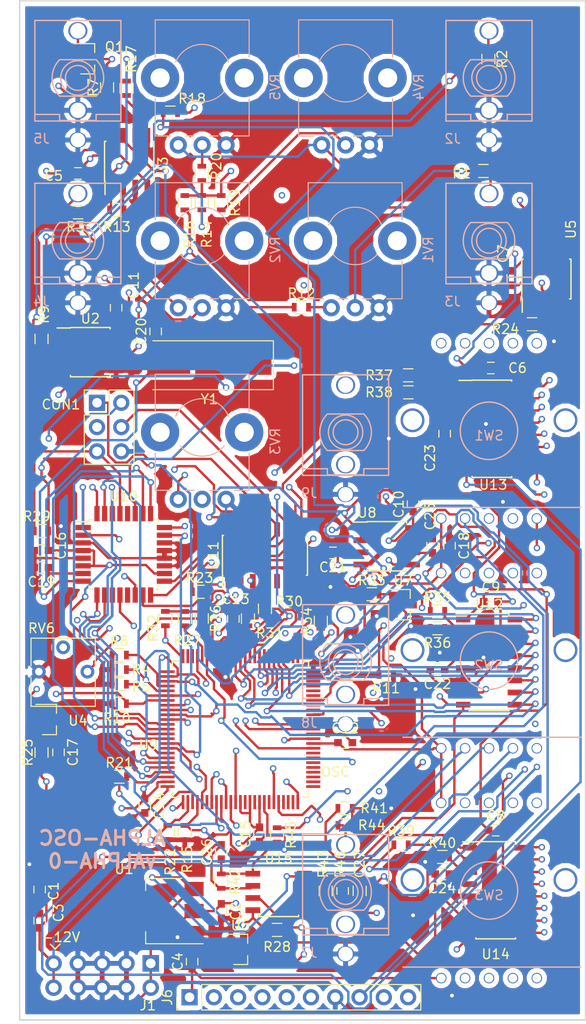
<source format=kicad_pcb>
(kicad_pcb (version 4) (host pcbnew 4.0.7)

  (general
    (links 327)
    (no_connects 0)
    (area 182.654999 11.405 244.575 121.033333)
    (thickness 1.6)
    (drawings 9)
    (tracks 2625)
    (zones 0)
    (modules 108)
    (nets 124)
  )

  (page A4)
  (layers
    (0 F.Cu signal)
    (1 In1.Cu signal)
    (2 In2.Cu signal)
    (31 B.Cu signal)
    (32 B.Adhes user hide)
    (33 F.Adhes user hide)
    (34 B.Paste user hide)
    (35 F.Paste user hide)
    (36 B.SilkS user hide)
    (37 F.SilkS user)
    (38 B.Mask user hide)
    (39 F.Mask user hide)
    (40 Dwgs.User user hide)
    (41 Cmts.User user hide)
    (42 Eco1.User user hide)
    (43 Eco2.User user hide)
    (44 Edge.Cuts user)
    (45 Margin user hide)
    (46 B.CrtYd user hide)
    (47 F.CrtYd user hide)
    (48 B.Fab user hide)
    (49 F.Fab user hide)
  )

  (setup
    (last_trace_width 0.25)
    (trace_clearance 0.2)
    (zone_clearance 0.508)
    (zone_45_only no)
    (trace_min 0.2)
    (segment_width 0.2)
    (edge_width 0.15)
    (via_size 0.6858)
    (via_drill 0.4)
    (via_min_size 0.6858)
    (via_min_drill 0.3302)
    (uvia_size 0.6858)
    (uvia_drill 0.3302)
    (uvias_allowed no)
    (uvia_min_size 0.2)
    (uvia_min_drill 0.1)
    (pcb_text_width 0.3)
    (pcb_text_size 1.5 1.5)
    (mod_edge_width 0.15)
    (mod_text_size 1 1)
    (mod_text_width 0.15)
    (pad_size 1.524 1.524)
    (pad_drill 0.762)
    (pad_to_mask_clearance 0.2)
    (aux_axis_origin 0 0)
    (visible_elements FFFFFF7F)
    (pcbplotparams
      (layerselection 0x00030_80000001)
      (usegerberextensions false)
      (excludeedgelayer true)
      (linewidth 0.100000)
      (plotframeref false)
      (viasonmask false)
      (mode 1)
      (useauxorigin false)
      (hpglpennumber 1)
      (hpglpenspeed 20)
      (hpglpendiameter 15)
      (hpglpenoverlay 2)
      (psnegative false)
      (psa4output false)
      (plotreference true)
      (plotvalue true)
      (plotinvisibletext false)
      (padsonsilk false)
      (subtractmaskfromsilk false)
      (outputformat 1)
      (mirror false)
      (drillshape 1)
      (scaleselection 1)
      (outputdirectory ""))
  )

  (net 0 "")
  (net 1 +12VA)
  (net 2 GND)
  (net 3 +3V3)
  (net 4 -12VA)
  (net 5 "Net-(C17-Pad1)")
  (net 6 /AREF_-2.5)
  (net 7 /XTAL1)
  (net 8 /XTAL2)
  (net 9 "Net-(C21-Pad1)")
  (net 10 "Net-(C22-Pad1)")
  (net 11 "Net-(C23-Pad1)")
  (net 12 "Net-(C24-Pad1)")
  (net 13 "Net-(C25-Pad1)")
  (net 14 "Net-(C25-Pad2)")
  (net 15 "Net-(C26-Pad1)")
  (net 16 "Net-(C26-Pad2)")
  (net 17 "Net-(C27-Pad1)")
  (net 18 "Net-(C27-Pad2)")
  (net 19 /SPI_MISO)
  (net 20 /SPI_SCK)
  (net 21 /SPI_MOSI)
  (net 22 /AVR_RESET)
  (net 23 "Net-(J2-Pad1)")
  (net 24 "Net-(J3-Pad1)")
  (net 25 "Net-(J4-Pad1)")
  (net 26 "Net-(J5-Pad1)")
  (net 27 "Net-(J6-Pad2)")
  (net 28 "Net-(J6-Pad3)")
  (net 29 "Net-(J6-Pad4)")
  (net 30 "Net-(J6-Pad5)")
  (net 31 "Net-(J6-Pad6)")
  (net 32 "Net-(J6-Pad8)")
  (net 33 "Net-(J6-Pad9)")
  (net 34 "Net-(J6-Pad10)")
  (net 35 "Net-(J7-Pad1)")
  (net 36 "Net-(J7-Pad2)")
  (net 37 "Net-(J8-Pad1)")
  (net 38 "Net-(J8-Pad2)")
  (net 39 "Net-(J9-Pad1)")
  (net 40 "Net-(J9-Pad2)")
  (net 41 /SYNC)
  (net 42 "Net-(R1-Pad2)")
  (net 43 "Net-(R2-Pad2)")
  (net 44 "Net-(R3-Pad2)")
  (net 45 /SAW_SEL0)
  (net 46 /SAW_SEL1)
  (net 47 /SAW_SEL2)
  (net 48 "Net-(R14-Pad2)")
  (net 49 /SAW_SEL3)
  (net 50 /SAW_SEL4)
  (net 51 "Net-(R12-Pad1)")
  (net 52 "Net-(R12-Pad2)")
  (net 53 "Net-(R13-Pad1)")
  (net 54 "Net-(R13-Pad2)")
  (net 55 "Net-(R14-Pad1)")
  (net 56 /SQR_SEL0)
  (net 57 "Net-(R17-Pad1)")
  (net 58 "Net-(R18-Pad2)")
  (net 59 "Net-(R19-Pad2)")
  (net 60 "Net-(R20-Pad2)")
  (net 61 /SQR_SEL1)
  (net 62 /SQR_SEL2)
  (net 63 /ADC_MOD)
  (net 64 /ADC_PITCH)
  (net 65 /SUB_SEL0)
  (net 66 /SUB_SEL1)
  (net 67 /SUB_SEL2)
  (net 68 /SUB_SEL3)
  (net 69 /SUB_SEL4)
  (net 70 /AREF_2.5)
  (net 71 "Net-(R35-Pad2)")
  (net 72 "Net-(R36-Pad2)")
  (net 73 "Net-(R37-Pad2)")
  (net 74 "Net-(R38-Pad2)")
  (net 75 "Net-(R39-Pad2)")
  (net 76 "Net-(R40-Pad2)")
  (net 77 /AREF_-10)
  (net 78 "Net-(RV6-Pad2)")
  (net 79 /SAW_DAC0)
  (net 80 /SAW_DAC7)
  (net 81 /SAW_DAC1)
  (net 82 /SAW_DAC3)
  (net 83 /DATA2)
  (net 84 /SUB_DAC4)
  (net 85 /SUB_DAC6)
  (net 86 /SUB_DAC2)
  (net 87 /SUB_DAC1)
  (net 88 /OSC_CLK)
  (net 89 /SUB_DAC5)
  (net 90 /SUB_DAC3)
  (net 91 /SUB_DAC0)
  (net 92 /SAW_DAC6)
  (net 93 /SUB_DAC7)
  (net 94 /SAW_DAC5)
  (net 95 /SAW_DAC2)
  (net 96 /SAW_DAC4)
  (net 97 /ADDR2)
  (net 98 /ADDR3)
  (net 99 /ADDR1)
  (net 100 /OSC_WR)
  (net 101 /ADDR0)
  (net 102 /DATA7)
  (net 103 /DATA1)
  (net 104 /DATA0)
  (net 105 /DATA4)
  (net 106 /DATA3)
  (net 107 /DATA6)
  (net 108 /SQR_DAC2)
  (net 109 /SQR_DAC6)
  (net 110 /DATA5)
  (net 111 /SQR_DAC7)
  (net 112 /SQR_DAC1)
  (net 113 /SQR_DAC5)
  (net 114 /SQR_DAC3)
  (net 115 /SQR_DAC0)
  (net 116 /SQR_DAC4)
  (net 117 "Net-(U10-Pad13)")
  (net 118 /ADC_CS)
  (net 119 "Net-(U10-Pad28)")
  (net 120 "Net-(U11-Pad5)")
  (net 121 "Net-(U11-Pad6)")
  (net 122 "Net-(U11-Pad7)")
  (net 123 "Net-(U11-Pad14)")

  (net_class Default "This is the default net class."
    (clearance 0.2)
    (trace_width 0.25)
    (via_dia 0.6858)
    (via_drill 0.4)
    (uvia_dia 0.6858)
    (uvia_drill 0.3302)
    (add_net +12VA)
    (add_net +3V3)
    (add_net -12VA)
    (add_net /ADC_CS)
    (add_net /ADC_MOD)
    (add_net /ADC_PITCH)
    (add_net /ADDR0)
    (add_net /ADDR1)
    (add_net /ADDR2)
    (add_net /ADDR3)
    (add_net /AREF_-10)
    (add_net /AREF_-2.5)
    (add_net /AREF_2.5)
    (add_net /AVR_RESET)
    (add_net /DATA0)
    (add_net /DATA1)
    (add_net /DATA2)
    (add_net /DATA3)
    (add_net /DATA4)
    (add_net /DATA5)
    (add_net /DATA6)
    (add_net /DATA7)
    (add_net /OSC_CLK)
    (add_net /OSC_WR)
    (add_net /SAW_DAC0)
    (add_net /SAW_DAC1)
    (add_net /SAW_DAC2)
    (add_net /SAW_DAC3)
    (add_net /SAW_DAC4)
    (add_net /SAW_DAC5)
    (add_net /SAW_DAC6)
    (add_net /SAW_DAC7)
    (add_net /SAW_SEL0)
    (add_net /SAW_SEL1)
    (add_net /SAW_SEL2)
    (add_net /SAW_SEL3)
    (add_net /SAW_SEL4)
    (add_net /SPI_MISO)
    (add_net /SPI_MOSI)
    (add_net /SPI_SCK)
    (add_net /SQR_DAC0)
    (add_net /SQR_DAC1)
    (add_net /SQR_DAC2)
    (add_net /SQR_DAC3)
    (add_net /SQR_DAC4)
    (add_net /SQR_DAC5)
    (add_net /SQR_DAC6)
    (add_net /SQR_DAC7)
    (add_net /SQR_SEL0)
    (add_net /SQR_SEL1)
    (add_net /SQR_SEL2)
    (add_net /SUB_DAC0)
    (add_net /SUB_DAC1)
    (add_net /SUB_DAC2)
    (add_net /SUB_DAC3)
    (add_net /SUB_DAC4)
    (add_net /SUB_DAC5)
    (add_net /SUB_DAC6)
    (add_net /SUB_DAC7)
    (add_net /SUB_SEL0)
    (add_net /SUB_SEL1)
    (add_net /SUB_SEL2)
    (add_net /SUB_SEL3)
    (add_net /SUB_SEL4)
    (add_net /SYNC)
    (add_net /XTAL1)
    (add_net /XTAL2)
    (add_net GND)
    (add_net "Net-(C17-Pad1)")
    (add_net "Net-(C21-Pad1)")
    (add_net "Net-(C22-Pad1)")
    (add_net "Net-(C23-Pad1)")
    (add_net "Net-(C24-Pad1)")
    (add_net "Net-(C25-Pad1)")
    (add_net "Net-(C25-Pad2)")
    (add_net "Net-(C26-Pad1)")
    (add_net "Net-(C26-Pad2)")
    (add_net "Net-(C27-Pad1)")
    (add_net "Net-(C27-Pad2)")
    (add_net "Net-(J2-Pad1)")
    (add_net "Net-(J3-Pad1)")
    (add_net "Net-(J4-Pad1)")
    (add_net "Net-(J5-Pad1)")
    (add_net "Net-(J6-Pad10)")
    (add_net "Net-(J6-Pad2)")
    (add_net "Net-(J6-Pad3)")
    (add_net "Net-(J6-Pad4)")
    (add_net "Net-(J6-Pad5)")
    (add_net "Net-(J6-Pad6)")
    (add_net "Net-(J6-Pad8)")
    (add_net "Net-(J6-Pad9)")
    (add_net "Net-(J7-Pad1)")
    (add_net "Net-(J7-Pad2)")
    (add_net "Net-(J8-Pad1)")
    (add_net "Net-(J8-Pad2)")
    (add_net "Net-(J9-Pad1)")
    (add_net "Net-(J9-Pad2)")
    (add_net "Net-(R1-Pad2)")
    (add_net "Net-(R12-Pad1)")
    (add_net "Net-(R12-Pad2)")
    (add_net "Net-(R13-Pad1)")
    (add_net "Net-(R13-Pad2)")
    (add_net "Net-(R14-Pad1)")
    (add_net "Net-(R14-Pad2)")
    (add_net "Net-(R17-Pad1)")
    (add_net "Net-(R18-Pad2)")
    (add_net "Net-(R19-Pad2)")
    (add_net "Net-(R2-Pad2)")
    (add_net "Net-(R20-Pad2)")
    (add_net "Net-(R3-Pad2)")
    (add_net "Net-(R35-Pad2)")
    (add_net "Net-(R36-Pad2)")
    (add_net "Net-(R37-Pad2)")
    (add_net "Net-(R38-Pad2)")
    (add_net "Net-(R39-Pad2)")
    (add_net "Net-(R40-Pad2)")
    (add_net "Net-(RV6-Pad2)")
    (add_net "Net-(U10-Pad13)")
    (add_net "Net-(U10-Pad28)")
    (add_net "Net-(U11-Pad14)")
    (add_net "Net-(U11-Pad5)")
    (add_net "Net-(U11-Pad6)")
    (add_net "Net-(U11-Pad7)")
  )

  (module russell:Alps_SRBV (layer B.Cu) (tedit 597A9703) (tstamp 597AA729)
    (at 234 56.85 180)
    (path /597AB584)
    (fp_text reference SW1 (at 0 -0.5 180) (layer B.SilkS)
      (effects (font (size 1 1) (thickness 0.15)) (justify mirror))
    )
    (fp_text value SW_Rotary5 (at 0 0.5 180) (layer F.Fab)
      (effects (font (size 1 1) (thickness 0.15)))
    )
    (fp_line (start -9.6 -8) (end 9 -8) (layer B.SilkS) (width 0.15))
    (fp_circle (center 0 0) (end 3 0) (layer B.SilkS) (width 0.15))
    (pad 0 thru_hole circle (at 8 1.1 180) (size 2.5 2.5) (drill 2) (layers *.Cu *.Mask))
    (pad 0 thru_hole circle (at -8 1.1 180) (size 2.5 2.5) (drill 2) (layers *.Cu *.Mask))
    (pad 5 thru_hole circle (at -5 9.15 180) (size 1.1 1.1) (drill 0.9) (layers *.Cu *.Mask)
      (net 50 /SAW_SEL4))
    (pad 6 thru_hole circle (at -2.5 9.15 180) (size 1.1 1.1) (drill 0.9) (layers *.Cu *.Mask))
    (pad 13 thru_hole circle (at 5 9.15 180) (size 1.1 1.1) (drill 0.9) (layers *.Cu *.Mask)
      (net 3 +3V3))
    (pad 8 thru_hole circle (at 2.5 9.15 180) (size 1.1 1.1) (drill 0.9) (layers *.Cu *.Mask))
    (pad 7 thru_hole circle (at 0 9.15 180) (size 1.1 1.1) (drill 0.9) (layers *.Cu *.Mask))
    (pad 4 thru_hole circle (at -5 -9.15 180) (size 1.1 1.1) (drill 0.9) (layers *.Cu *.Mask)
      (net 49 /SAW_SEL3))
    (pad 3 thru_hole circle (at -2.5 -9.15 180) (size 1.1 1.1) (drill 0.9) (layers *.Cu *.Mask)
      (net 47 /SAW_SEL2))
    (pad 2 thru_hole circle (at 0 -9.15 180) (size 1.1 1.1) (drill 0.9) (layers *.Cu *.Mask)
      (net 46 /SAW_SEL1))
    (pad 1 thru_hole circle (at 2.5 -9.15 180) (size 1.1 1.1) (drill 0.9) (layers *.Cu *.Mask)
      (net 45 /SAW_SEL0))
    (pad 13 thru_hole circle (at 5 -9.15 180) (size 1.1 1.1) (drill 0.9) (layers *.Cu *.Mask)
      (net 3 +3V3))
  )

  (module Capacitors_SMD:C_0603 (layer F.Cu) (tedit 58AA844E) (tstamp 597AA09A)
    (at 187 104.75 90)
    (descr "Capacitor SMD 0603, reflow soldering, AVX (see smccp.pdf)")
    (tags "capacitor 0603")
    (path /596AEBAE)
    (attr smd)
    (fp_text reference C1 (at -0.152 1.468 90) (layer F.SilkS)
      (effects (font (size 1 1) (thickness 0.15)))
    )
    (fp_text value 22uF (at 0 1.5 90) (layer F.Fab)
      (effects (font (size 1 1) (thickness 0.15)))
    )
    (fp_text user %R (at 0 -1.5 90) (layer F.Fab)
      (effects (font (size 1 1) (thickness 0.15)))
    )
    (fp_line (start -0.8 0.4) (end -0.8 -0.4) (layer F.Fab) (width 0.1))
    (fp_line (start 0.8 0.4) (end -0.8 0.4) (layer F.Fab) (width 0.1))
    (fp_line (start 0.8 -0.4) (end 0.8 0.4) (layer F.Fab) (width 0.1))
    (fp_line (start -0.8 -0.4) (end 0.8 -0.4) (layer F.Fab) (width 0.1))
    (fp_line (start -0.35 -0.6) (end 0.35 -0.6) (layer F.SilkS) (width 0.12))
    (fp_line (start 0.35 0.6) (end -0.35 0.6) (layer F.SilkS) (width 0.12))
    (fp_line (start -1.4 -0.65) (end 1.4 -0.65) (layer F.CrtYd) (width 0.05))
    (fp_line (start -1.4 -0.65) (end -1.4 0.65) (layer F.CrtYd) (width 0.05))
    (fp_line (start 1.4 0.65) (end 1.4 -0.65) (layer F.CrtYd) (width 0.05))
    (fp_line (start 1.4 0.65) (end -1.4 0.65) (layer F.CrtYd) (width 0.05))
    (pad 1 smd rect (at -0.75 0 90) (size 0.8 0.75) (layers F.Cu F.Paste F.Mask)
      (net 1 +12VA))
    (pad 2 smd rect (at 0.75 0 90) (size 0.8 0.75) (layers F.Cu F.Paste F.Mask)
      (net 2 GND))
    (model Capacitors_SMD.3dshapes/C_0603.wrl
      (at (xyz 0 0 0))
      (scale (xyz 1 1 1))
      (rotate (xyz 0 0 0))
    )
  )

  (module Capacitors_SMD:C_0603 (layer F.Cu) (tedit 58AA844E) (tstamp 597AA0AB)
    (at 206 107 270)
    (descr "Capacitor SMD 0603, reflow soldering, AVX (see smccp.pdf)")
    (tags "capacitor 0603")
    (path /596AEC0D)
    (attr smd)
    (fp_text reference C2 (at 0 -1.5 270) (layer F.SilkS)
      (effects (font (size 1 1) (thickness 0.15)))
    )
    (fp_text value 22uF (at 0 1.5 270) (layer F.Fab)
      (effects (font (size 1 1) (thickness 0.15)))
    )
    (fp_text user %R (at 0 -1.5 270) (layer F.Fab)
      (effects (font (size 1 1) (thickness 0.15)))
    )
    (fp_line (start -0.8 0.4) (end -0.8 -0.4) (layer F.Fab) (width 0.1))
    (fp_line (start 0.8 0.4) (end -0.8 0.4) (layer F.Fab) (width 0.1))
    (fp_line (start 0.8 -0.4) (end 0.8 0.4) (layer F.Fab) (width 0.1))
    (fp_line (start -0.8 -0.4) (end 0.8 -0.4) (layer F.Fab) (width 0.1))
    (fp_line (start -0.35 -0.6) (end 0.35 -0.6) (layer F.SilkS) (width 0.12))
    (fp_line (start 0.35 0.6) (end -0.35 0.6) (layer F.SilkS) (width 0.12))
    (fp_line (start -1.4 -0.65) (end 1.4 -0.65) (layer F.CrtYd) (width 0.05))
    (fp_line (start -1.4 -0.65) (end -1.4 0.65) (layer F.CrtYd) (width 0.05))
    (fp_line (start 1.4 0.65) (end 1.4 -0.65) (layer F.CrtYd) (width 0.05))
    (fp_line (start 1.4 0.65) (end -1.4 0.65) (layer F.CrtYd) (width 0.05))
    (pad 1 smd rect (at -0.75 0 270) (size 0.8 0.75) (layers F.Cu F.Paste F.Mask)
      (net 3 +3V3))
    (pad 2 smd rect (at 0.75 0 270) (size 0.8 0.75) (layers F.Cu F.Paste F.Mask)
      (net 2 GND))
    (model Capacitors_SMD.3dshapes/C_0603.wrl
      (at (xyz 0 0 0))
      (scale (xyz 1 1 1))
      (rotate (xyz 0 0 0))
    )
  )

  (module Capacitors_SMD:C_0603 (layer F.Cu) (tedit 58AA844E) (tstamp 597AA0BC)
    (at 187 108 270)
    (descr "Capacitor SMD 0603, reflow soldering, AVX (see smccp.pdf)")
    (tags "capacitor 0603")
    (path /596FC4F3)
    (attr smd)
    (fp_text reference C3 (at -0.812 -1.976 270) (layer F.SilkS)
      (effects (font (size 1 1) (thickness 0.15)))
    )
    (fp_text value 0.1uF (at 0 1.5 270) (layer F.Fab)
      (effects (font (size 1 1) (thickness 0.15)))
    )
    (fp_text user %R (at 0 -1.5 270) (layer F.Fab)
      (effects (font (size 1 1) (thickness 0.15)))
    )
    (fp_line (start -0.8 0.4) (end -0.8 -0.4) (layer F.Fab) (width 0.1))
    (fp_line (start 0.8 0.4) (end -0.8 0.4) (layer F.Fab) (width 0.1))
    (fp_line (start 0.8 -0.4) (end 0.8 0.4) (layer F.Fab) (width 0.1))
    (fp_line (start -0.8 -0.4) (end 0.8 -0.4) (layer F.Fab) (width 0.1))
    (fp_line (start -0.35 -0.6) (end 0.35 -0.6) (layer F.SilkS) (width 0.12))
    (fp_line (start 0.35 0.6) (end -0.35 0.6) (layer F.SilkS) (width 0.12))
    (fp_line (start -1.4 -0.65) (end 1.4 -0.65) (layer F.CrtYd) (width 0.05))
    (fp_line (start -1.4 -0.65) (end -1.4 0.65) (layer F.CrtYd) (width 0.05))
    (fp_line (start 1.4 0.65) (end 1.4 -0.65) (layer F.CrtYd) (width 0.05))
    (fp_line (start 1.4 0.65) (end -1.4 0.65) (layer F.CrtYd) (width 0.05))
    (pad 1 smd rect (at -0.75 0 270) (size 0.8 0.75) (layers F.Cu F.Paste F.Mask)
      (net 1 +12VA))
    (pad 2 smd rect (at 0.75 0 270) (size 0.8 0.75) (layers F.Cu F.Paste F.Mask)
      (net 4 -12VA))
    (model Capacitors_SMD.3dshapes/C_0603.wrl
      (at (xyz 0 0 0))
      (scale (xyz 1 1 1))
      (rotate (xyz 0 0 0))
    )
  )

  (module Capacitors_SMD:C_0603 (layer F.Cu) (tedit 58AA844E) (tstamp 597AA0CD)
    (at 202.946 112.28 90)
    (descr "Capacitor SMD 0603, reflow soldering, AVX (see smccp.pdf)")
    (tags "capacitor 0603")
    (path /596AEC5B)
    (attr smd)
    (fp_text reference C4 (at 0 -1.5 90) (layer F.SilkS)
      (effects (font (size 1 1) (thickness 0.15)))
    )
    (fp_text value 100nF (at 0 1.5 90) (layer F.Fab)
      (effects (font (size 1 1) (thickness 0.15)))
    )
    (fp_text user %R (at 0 -1.5 90) (layer F.Fab)
      (effects (font (size 1 1) (thickness 0.15)))
    )
    (fp_line (start -0.8 0.4) (end -0.8 -0.4) (layer F.Fab) (width 0.1))
    (fp_line (start 0.8 0.4) (end -0.8 0.4) (layer F.Fab) (width 0.1))
    (fp_line (start 0.8 -0.4) (end 0.8 0.4) (layer F.Fab) (width 0.1))
    (fp_line (start -0.8 -0.4) (end 0.8 -0.4) (layer F.Fab) (width 0.1))
    (fp_line (start -0.35 -0.6) (end 0.35 -0.6) (layer F.SilkS) (width 0.12))
    (fp_line (start 0.35 0.6) (end -0.35 0.6) (layer F.SilkS) (width 0.12))
    (fp_line (start -1.4 -0.65) (end 1.4 -0.65) (layer F.CrtYd) (width 0.05))
    (fp_line (start -1.4 -0.65) (end -1.4 0.65) (layer F.CrtYd) (width 0.05))
    (fp_line (start 1.4 0.65) (end 1.4 -0.65) (layer F.CrtYd) (width 0.05))
    (fp_line (start 1.4 0.65) (end -1.4 0.65) (layer F.CrtYd) (width 0.05))
    (pad 1 smd rect (at -0.75 0 90) (size 0.8 0.75) (layers F.Cu F.Paste F.Mask)
      (net 3 +3V3))
    (pad 2 smd rect (at 0.75 0 90) (size 0.8 0.75) (layers F.Cu F.Paste F.Mask)
      (net 2 GND))
    (model Capacitors_SMD.3dshapes/C_0603.wrl
      (at (xyz 0 0 0))
      (scale (xyz 1 1 1))
      (rotate (xyz 0 0 0))
    )
  )

  (module Capacitors_SMD:C_0603 (layer F.Cu) (tedit 58AA844E) (tstamp 597AA0DE)
    (at 191.008 29.972)
    (descr "Capacitor SMD 0603, reflow soldering, AVX (see smccp.pdf)")
    (tags "capacitor 0603")
    (path /596FB8AB)
    (attr smd)
    (fp_text reference C5 (at -2.54 0.254) (layer F.SilkS)
      (effects (font (size 1 1) (thickness 0.15)))
    )
    (fp_text value 0.1uF (at 0 1.5) (layer F.Fab)
      (effects (font (size 1 1) (thickness 0.15)))
    )
    (fp_text user %R (at 0 -1.5) (layer F.Fab)
      (effects (font (size 1 1) (thickness 0.15)))
    )
    (fp_line (start -0.8 0.4) (end -0.8 -0.4) (layer F.Fab) (width 0.1))
    (fp_line (start 0.8 0.4) (end -0.8 0.4) (layer F.Fab) (width 0.1))
    (fp_line (start 0.8 -0.4) (end 0.8 0.4) (layer F.Fab) (width 0.1))
    (fp_line (start -0.8 -0.4) (end 0.8 -0.4) (layer F.Fab) (width 0.1))
    (fp_line (start -0.35 -0.6) (end 0.35 -0.6) (layer F.SilkS) (width 0.12))
    (fp_line (start 0.35 0.6) (end -0.35 0.6) (layer F.SilkS) (width 0.12))
    (fp_line (start -1.4 -0.65) (end 1.4 -0.65) (layer F.CrtYd) (width 0.05))
    (fp_line (start -1.4 -0.65) (end -1.4 0.65) (layer F.CrtYd) (width 0.05))
    (fp_line (start 1.4 0.65) (end 1.4 -0.65) (layer F.CrtYd) (width 0.05))
    (fp_line (start 1.4 0.65) (end -1.4 0.65) (layer F.CrtYd) (width 0.05))
    (pad 1 smd rect (at -0.75 0) (size 0.8 0.75) (layers F.Cu F.Paste F.Mask)
      (net 1 +12VA))
    (pad 2 smd rect (at 0.75 0) (size 0.8 0.75) (layers F.Cu F.Paste F.Mask)
      (net 4 -12VA))
    (model Capacitors_SMD.3dshapes/C_0603.wrl
      (at (xyz 0 0 0))
      (scale (xyz 1 1 1))
      (rotate (xyz 0 0 0))
    )
  )

  (module Capacitors_SMD:C_0603 (layer F.Cu) (tedit 58AA844E) (tstamp 597AA0EF)
    (at 234.188 50.292)
    (descr "Capacitor SMD 0603, reflow soldering, AVX (see smccp.pdf)")
    (tags "capacitor 0603")
    (path /596FB772)
    (attr smd)
    (fp_text reference C6 (at 2.794 0) (layer F.SilkS)
      (effects (font (size 1 1) (thickness 0.15)))
    )
    (fp_text value 0.1uF (at 0 1.5) (layer F.Fab)
      (effects (font (size 1 1) (thickness 0.15)))
    )
    (fp_text user %R (at 0 -1.5) (layer F.Fab)
      (effects (font (size 1 1) (thickness 0.15)))
    )
    (fp_line (start -0.8 0.4) (end -0.8 -0.4) (layer F.Fab) (width 0.1))
    (fp_line (start 0.8 0.4) (end -0.8 0.4) (layer F.Fab) (width 0.1))
    (fp_line (start 0.8 -0.4) (end 0.8 0.4) (layer F.Fab) (width 0.1))
    (fp_line (start -0.8 -0.4) (end 0.8 -0.4) (layer F.Fab) (width 0.1))
    (fp_line (start -0.35 -0.6) (end 0.35 -0.6) (layer F.SilkS) (width 0.12))
    (fp_line (start 0.35 0.6) (end -0.35 0.6) (layer F.SilkS) (width 0.12))
    (fp_line (start -1.4 -0.65) (end 1.4 -0.65) (layer F.CrtYd) (width 0.05))
    (fp_line (start -1.4 -0.65) (end -1.4 0.65) (layer F.CrtYd) (width 0.05))
    (fp_line (start 1.4 0.65) (end 1.4 -0.65) (layer F.CrtYd) (width 0.05))
    (fp_line (start 1.4 0.65) (end -1.4 0.65) (layer F.CrtYd) (width 0.05))
    (pad 1 smd rect (at -0.75 0) (size 0.8 0.75) (layers F.Cu F.Paste F.Mask)
      (net 1 +12VA))
    (pad 2 smd rect (at 0.75 0) (size 0.8 0.75) (layers F.Cu F.Paste F.Mask)
      (net 4 -12VA))
    (model Capacitors_SMD.3dshapes/C_0603.wrl
      (at (xyz 0 0 0))
      (scale (xyz 1 1 1))
      (rotate (xyz 0 0 0))
    )
  )

  (module Capacitors_SMD:C_0603 (layer F.Cu) (tedit 58AA844E) (tstamp 597AA100)
    (at 236.474 40.894 270)
    (descr "Capacitor SMD 0603, reflow soldering, AVX (see smccp.pdf)")
    (tags "capacitor 0603")
    (path /596FB512)
    (attr smd)
    (fp_text reference C7 (at -2.54 1.016 270) (layer F.SilkS)
      (effects (font (size 1 1) (thickness 0.15)))
    )
    (fp_text value 0.1uF (at 0 1.5 270) (layer F.Fab)
      (effects (font (size 1 1) (thickness 0.15)))
    )
    (fp_text user %R (at 0 -1.5 270) (layer F.Fab)
      (effects (font (size 1 1) (thickness 0.15)))
    )
    (fp_line (start -0.8 0.4) (end -0.8 -0.4) (layer F.Fab) (width 0.1))
    (fp_line (start 0.8 0.4) (end -0.8 0.4) (layer F.Fab) (width 0.1))
    (fp_line (start 0.8 -0.4) (end 0.8 0.4) (layer F.Fab) (width 0.1))
    (fp_line (start -0.8 -0.4) (end 0.8 -0.4) (layer F.Fab) (width 0.1))
    (fp_line (start -0.35 -0.6) (end 0.35 -0.6) (layer F.SilkS) (width 0.12))
    (fp_line (start 0.35 0.6) (end -0.35 0.6) (layer F.SilkS) (width 0.12))
    (fp_line (start -1.4 -0.65) (end 1.4 -0.65) (layer F.CrtYd) (width 0.05))
    (fp_line (start -1.4 -0.65) (end -1.4 0.65) (layer F.CrtYd) (width 0.05))
    (fp_line (start 1.4 0.65) (end 1.4 -0.65) (layer F.CrtYd) (width 0.05))
    (fp_line (start 1.4 0.65) (end -1.4 0.65) (layer F.CrtYd) (width 0.05))
    (pad 1 smd rect (at -0.75 0 270) (size 0.8 0.75) (layers F.Cu F.Paste F.Mask)
      (net 1 +12VA))
    (pad 2 smd rect (at 0.75 0 270) (size 0.8 0.75) (layers F.Cu F.Paste F.Mask)
      (net 4 -12VA))
    (model Capacitors_SMD.3dshapes/C_0603.wrl
      (at (xyz 0 0 0))
      (scale (xyz 1 1 1))
      (rotate (xyz 0 0 0))
    )
  )

  (module Capacitors_SMD:C_0603 (layer F.Cu) (tedit 58AA844E) (tstamp 597AA111)
    (at 234.708 98.552)
    (descr "Capacitor SMD 0603, reflow soldering, AVX (see smccp.pdf)")
    (tags "capacitor 0603")
    (path /596FADE2)
    (attr smd)
    (fp_text reference C8 (at 0 -1.5) (layer F.SilkS)
      (effects (font (size 1 1) (thickness 0.15)))
    )
    (fp_text value 0.1uF (at 0 1.5) (layer F.Fab)
      (effects (font (size 1 1) (thickness 0.15)))
    )
    (fp_text user %R (at 0 -1.5) (layer F.Fab)
      (effects (font (size 1 1) (thickness 0.15)))
    )
    (fp_line (start -0.8 0.4) (end -0.8 -0.4) (layer F.Fab) (width 0.1))
    (fp_line (start 0.8 0.4) (end -0.8 0.4) (layer F.Fab) (width 0.1))
    (fp_line (start 0.8 -0.4) (end 0.8 0.4) (layer F.Fab) (width 0.1))
    (fp_line (start -0.8 -0.4) (end 0.8 -0.4) (layer F.Fab) (width 0.1))
    (fp_line (start -0.35 -0.6) (end 0.35 -0.6) (layer F.SilkS) (width 0.12))
    (fp_line (start 0.35 0.6) (end -0.35 0.6) (layer F.SilkS) (width 0.12))
    (fp_line (start -1.4 -0.65) (end 1.4 -0.65) (layer F.CrtYd) (width 0.05))
    (fp_line (start -1.4 -0.65) (end -1.4 0.65) (layer F.CrtYd) (width 0.05))
    (fp_line (start 1.4 0.65) (end 1.4 -0.65) (layer F.CrtYd) (width 0.05))
    (fp_line (start 1.4 0.65) (end -1.4 0.65) (layer F.CrtYd) (width 0.05))
    (pad 1 smd rect (at -0.75 0) (size 0.8 0.75) (layers F.Cu F.Paste F.Mask)
      (net 1 +12VA))
    (pad 2 smd rect (at 0.75 0) (size 0.8 0.75) (layers F.Cu F.Paste F.Mask)
      (net 4 -12VA))
    (model Capacitors_SMD.3dshapes/C_0603.wrl
      (at (xyz 0 0 0))
      (scale (xyz 1 1 1))
      (rotate (xyz 0 0 0))
    )
  )

  (module Capacitors_SMD:C_0603 (layer F.Cu) (tedit 58AA844E) (tstamp 597AA122)
    (at 234.2 74.676)
    (descr "Capacitor SMD 0603, reflow soldering, AVX (see smccp.pdf)")
    (tags "capacitor 0603")
    (path /596FACB7)
    (attr smd)
    (fp_text reference C9 (at 0 -1.5) (layer F.SilkS)
      (effects (font (size 1 1) (thickness 0.15)))
    )
    (fp_text value 0.1uF (at 0 1.5) (layer F.Fab)
      (effects (font (size 1 1) (thickness 0.15)))
    )
    (fp_text user %R (at 0 -1.5) (layer F.Fab)
      (effects (font (size 1 1) (thickness 0.15)))
    )
    (fp_line (start -0.8 0.4) (end -0.8 -0.4) (layer F.Fab) (width 0.1))
    (fp_line (start 0.8 0.4) (end -0.8 0.4) (layer F.Fab) (width 0.1))
    (fp_line (start 0.8 -0.4) (end 0.8 0.4) (layer F.Fab) (width 0.1))
    (fp_line (start -0.8 -0.4) (end 0.8 -0.4) (layer F.Fab) (width 0.1))
    (fp_line (start -0.35 -0.6) (end 0.35 -0.6) (layer F.SilkS) (width 0.12))
    (fp_line (start 0.35 0.6) (end -0.35 0.6) (layer F.SilkS) (width 0.12))
    (fp_line (start -1.4 -0.65) (end 1.4 -0.65) (layer F.CrtYd) (width 0.05))
    (fp_line (start -1.4 -0.65) (end -1.4 0.65) (layer F.CrtYd) (width 0.05))
    (fp_line (start 1.4 0.65) (end 1.4 -0.65) (layer F.CrtYd) (width 0.05))
    (fp_line (start 1.4 0.65) (end -1.4 0.65) (layer F.CrtYd) (width 0.05))
    (pad 1 smd rect (at -0.75 0) (size 0.8 0.75) (layers F.Cu F.Paste F.Mask)
      (net 1 +12VA))
    (pad 2 smd rect (at 0.75 0) (size 0.8 0.75) (layers F.Cu F.Paste F.Mask)
      (net 4 -12VA))
    (model Capacitors_SMD.3dshapes/C_0603.wrl
      (at (xyz 0 0 0))
      (scale (xyz 1 1 1))
      (rotate (xyz 0 0 0))
    )
  )

  (module Capacitors_SMD:C_0603 (layer F.Cu) (tedit 58AA844E) (tstamp 597AA133)
    (at 226.06 64.516 90)
    (descr "Capacitor SMD 0603, reflow soldering, AVX (see smccp.pdf)")
    (tags "capacitor 0603")
    (path /596B052B)
    (attr smd)
    (fp_text reference C10 (at 0 -1.5 90) (layer F.SilkS)
      (effects (font (size 1 1) (thickness 0.15)))
    )
    (fp_text value 0.1uF (at 0 1.5 90) (layer F.Fab)
      (effects (font (size 1 1) (thickness 0.15)))
    )
    (fp_text user %R (at 0 -1.5 90) (layer F.Fab)
      (effects (font (size 1 1) (thickness 0.15)))
    )
    (fp_line (start -0.8 0.4) (end -0.8 -0.4) (layer F.Fab) (width 0.1))
    (fp_line (start 0.8 0.4) (end -0.8 0.4) (layer F.Fab) (width 0.1))
    (fp_line (start 0.8 -0.4) (end 0.8 0.4) (layer F.Fab) (width 0.1))
    (fp_line (start -0.8 -0.4) (end 0.8 -0.4) (layer F.Fab) (width 0.1))
    (fp_line (start -0.35 -0.6) (end 0.35 -0.6) (layer F.SilkS) (width 0.12))
    (fp_line (start 0.35 0.6) (end -0.35 0.6) (layer F.SilkS) (width 0.12))
    (fp_line (start -1.4 -0.65) (end 1.4 -0.65) (layer F.CrtYd) (width 0.05))
    (fp_line (start -1.4 -0.65) (end -1.4 0.65) (layer F.CrtYd) (width 0.05))
    (fp_line (start 1.4 0.65) (end 1.4 -0.65) (layer F.CrtYd) (width 0.05))
    (fp_line (start 1.4 0.65) (end -1.4 0.65) (layer F.CrtYd) (width 0.05))
    (pad 1 smd rect (at -0.75 0 90) (size 0.8 0.75) (layers F.Cu F.Paste F.Mask)
      (net 1 +12VA))
    (pad 2 smd rect (at 0.75 0 90) (size 0.8 0.75) (layers F.Cu F.Paste F.Mask)
      (net 4 -12VA))
    (model Capacitors_SMD.3dshapes/C_0603.wrl
      (at (xyz 0 0 0))
      (scale (xyz 1 1 1))
      (rotate (xyz 0 0 0))
    )
  )

  (module Capacitors_SMD:C_0603 (layer F.Cu) (tedit 58AA844E) (tstamp 597AA144)
    (at 195 44 90)
    (descr "Capacitor SMD 0603, reflow soldering, AVX (see smccp.pdf)")
    (tags "capacitor 0603")
    (path /596FC640)
    (attr smd)
    (fp_text reference C11 (at 2.344 1.85 90) (layer F.SilkS)
      (effects (font (size 1 1) (thickness 0.15)))
    )
    (fp_text value 0.1uF (at 0 1.5 90) (layer F.Fab)
      (effects (font (size 1 1) (thickness 0.15)))
    )
    (fp_text user %R (at 0 -1.5 90) (layer F.Fab)
      (effects (font (size 1 1) (thickness 0.15)))
    )
    (fp_line (start -0.8 0.4) (end -0.8 -0.4) (layer F.Fab) (width 0.1))
    (fp_line (start 0.8 0.4) (end -0.8 0.4) (layer F.Fab) (width 0.1))
    (fp_line (start 0.8 -0.4) (end 0.8 0.4) (layer F.Fab) (width 0.1))
    (fp_line (start -0.8 -0.4) (end 0.8 -0.4) (layer F.Fab) (width 0.1))
    (fp_line (start -0.35 -0.6) (end 0.35 -0.6) (layer F.SilkS) (width 0.12))
    (fp_line (start 0.35 0.6) (end -0.35 0.6) (layer F.SilkS) (width 0.12))
    (fp_line (start -1.4 -0.65) (end 1.4 -0.65) (layer F.CrtYd) (width 0.05))
    (fp_line (start -1.4 -0.65) (end -1.4 0.65) (layer F.CrtYd) (width 0.05))
    (fp_line (start 1.4 0.65) (end 1.4 -0.65) (layer F.CrtYd) (width 0.05))
    (fp_line (start 1.4 0.65) (end -1.4 0.65) (layer F.CrtYd) (width 0.05))
    (pad 1 smd rect (at -0.75 0 90) (size 0.8 0.75) (layers F.Cu F.Paste F.Mask)
      (net 1 +12VA))
    (pad 2 smd rect (at 0.75 0 90) (size 0.8 0.75) (layers F.Cu F.Paste F.Mask)
      (net 4 -12VA))
    (model Capacitors_SMD.3dshapes/C_0603.wrl
      (at (xyz 0 0 0))
      (scale (xyz 1 1 1))
      (rotate (xyz 0 0 0))
    )
  )

  (module Capacitors_SMD:C_0603 (layer F.Cu) (tedit 58AA844E) (tstamp 597AA155)
    (at 218.96 89.408)
    (descr "Capacitor SMD 0603, reflow soldering, AVX (see smccp.pdf)")
    (tags "capacitor 0603")
    (path /597069A1)
    (attr smd)
    (fp_text reference C12 (at 0 -1.5) (layer F.SilkS)
      (effects (font (size 1 1) (thickness 0.15)))
    )
    (fp_text value 0.1uF (at 0 1.5) (layer F.Fab)
      (effects (font (size 1 1) (thickness 0.15)))
    )
    (fp_text user %R (at 0 -1.5) (layer F.Fab)
      (effects (font (size 1 1) (thickness 0.15)))
    )
    (fp_line (start -0.8 0.4) (end -0.8 -0.4) (layer F.Fab) (width 0.1))
    (fp_line (start 0.8 0.4) (end -0.8 0.4) (layer F.Fab) (width 0.1))
    (fp_line (start 0.8 -0.4) (end 0.8 0.4) (layer F.Fab) (width 0.1))
    (fp_line (start -0.8 -0.4) (end 0.8 -0.4) (layer F.Fab) (width 0.1))
    (fp_line (start -0.35 -0.6) (end 0.35 -0.6) (layer F.SilkS) (width 0.12))
    (fp_line (start 0.35 0.6) (end -0.35 0.6) (layer F.SilkS) (width 0.12))
    (fp_line (start -1.4 -0.65) (end 1.4 -0.65) (layer F.CrtYd) (width 0.05))
    (fp_line (start -1.4 -0.65) (end -1.4 0.65) (layer F.CrtYd) (width 0.05))
    (fp_line (start 1.4 0.65) (end 1.4 -0.65) (layer F.CrtYd) (width 0.05))
    (fp_line (start 1.4 0.65) (end -1.4 0.65) (layer F.CrtYd) (width 0.05))
    (pad 1 smd rect (at -0.75 0) (size 0.8 0.75) (layers F.Cu F.Paste F.Mask)
      (net 3 +3V3))
    (pad 2 smd rect (at 0.75 0) (size 0.8 0.75) (layers F.Cu F.Paste F.Mask)
      (net 2 GND))
    (model Capacitors_SMD.3dshapes/C_0603.wrl
      (at (xyz 0 0 0))
      (scale (xyz 1 1 1))
      (rotate (xyz 0 0 0))
    )
  )

  (module Capacitors_SMD:C_0603 (layer F.Cu) (tedit 58AA844E) (tstamp 597AA166)
    (at 207.264 76.488 90)
    (descr "Capacitor SMD 0603, reflow soldering, AVX (see smccp.pdf)")
    (tags "capacitor 0603")
    (path /596B083E)
    (attr smd)
    (fp_text reference C13 (at 2.066 0.254 180) (layer F.SilkS)
      (effects (font (size 1 1) (thickness 0.15)))
    )
    (fp_text value 0.1uF (at 0 1.5 90) (layer F.Fab)
      (effects (font (size 1 1) (thickness 0.15)))
    )
    (fp_text user %R (at 0 -1.5 90) (layer F.Fab)
      (effects (font (size 1 1) (thickness 0.15)))
    )
    (fp_line (start -0.8 0.4) (end -0.8 -0.4) (layer F.Fab) (width 0.1))
    (fp_line (start 0.8 0.4) (end -0.8 0.4) (layer F.Fab) (width 0.1))
    (fp_line (start 0.8 -0.4) (end 0.8 0.4) (layer F.Fab) (width 0.1))
    (fp_line (start -0.8 -0.4) (end 0.8 -0.4) (layer F.Fab) (width 0.1))
    (fp_line (start -0.35 -0.6) (end 0.35 -0.6) (layer F.SilkS) (width 0.12))
    (fp_line (start 0.35 0.6) (end -0.35 0.6) (layer F.SilkS) (width 0.12))
    (fp_line (start -1.4 -0.65) (end 1.4 -0.65) (layer F.CrtYd) (width 0.05))
    (fp_line (start -1.4 -0.65) (end -1.4 0.65) (layer F.CrtYd) (width 0.05))
    (fp_line (start 1.4 0.65) (end 1.4 -0.65) (layer F.CrtYd) (width 0.05))
    (fp_line (start 1.4 0.65) (end -1.4 0.65) (layer F.CrtYd) (width 0.05))
    (pad 1 smd rect (at -0.75 0 90) (size 0.8 0.75) (layers F.Cu F.Paste F.Mask)
      (net 3 +3V3))
    (pad 2 smd rect (at 0.75 0 90) (size 0.8 0.75) (layers F.Cu F.Paste F.Mask)
      (net 2 GND))
    (model Capacitors_SMD.3dshapes/C_0603.wrl
      (at (xyz 0 0 0))
      (scale (xyz 1 1 1))
      (rotate (xyz 0 0 0))
    )
  )

  (module Capacitors_SMD:C_0603 (layer F.Cu) (tedit 58AA844E) (tstamp 597AA177)
    (at 198 96 270)
    (descr "Capacitor SMD 0603, reflow soldering, AVX (see smccp.pdf)")
    (tags "capacitor 0603")
    (path /596B0A59)
    (attr smd)
    (fp_text reference C14 (at 0 -1.5 270) (layer F.SilkS)
      (effects (font (size 1 1) (thickness 0.15)))
    )
    (fp_text value 0.1uF (at 0 1.5 270) (layer F.Fab)
      (effects (font (size 1 1) (thickness 0.15)))
    )
    (fp_text user %R (at 0 -1.5 270) (layer F.Fab)
      (effects (font (size 1 1) (thickness 0.15)))
    )
    (fp_line (start -0.8 0.4) (end -0.8 -0.4) (layer F.Fab) (width 0.1))
    (fp_line (start 0.8 0.4) (end -0.8 0.4) (layer F.Fab) (width 0.1))
    (fp_line (start 0.8 -0.4) (end 0.8 0.4) (layer F.Fab) (width 0.1))
    (fp_line (start -0.8 -0.4) (end 0.8 -0.4) (layer F.Fab) (width 0.1))
    (fp_line (start -0.35 -0.6) (end 0.35 -0.6) (layer F.SilkS) (width 0.12))
    (fp_line (start 0.35 0.6) (end -0.35 0.6) (layer F.SilkS) (width 0.12))
    (fp_line (start -1.4 -0.65) (end 1.4 -0.65) (layer F.CrtYd) (width 0.05))
    (fp_line (start -1.4 -0.65) (end -1.4 0.65) (layer F.CrtYd) (width 0.05))
    (fp_line (start 1.4 0.65) (end 1.4 -0.65) (layer F.CrtYd) (width 0.05))
    (fp_line (start 1.4 0.65) (end -1.4 0.65) (layer F.CrtYd) (width 0.05))
    (pad 1 smd rect (at -0.75 0 270) (size 0.8 0.75) (layers F.Cu F.Paste F.Mask)
      (net 3 +3V3))
    (pad 2 smd rect (at 0.75 0 270) (size 0.8 0.75) (layers F.Cu F.Paste F.Mask)
      (net 2 GND))
    (model Capacitors_SMD.3dshapes/C_0603.wrl
      (at (xyz 0 0 0))
      (scale (xyz 1 1 1))
      (rotate (xyz 0 0 0))
    )
  )

  (module Capacitors_SMD:C_0603 (layer F.Cu) (tedit 58AA844E) (tstamp 597AA188)
    (at 210 99 270)
    (descr "Capacitor SMD 0603, reflow soldering, AVX (see smccp.pdf)")
    (tags "capacitor 0603")
    (path /596B1038)
    (attr smd)
    (fp_text reference C15 (at 0 1.466 270) (layer F.SilkS)
      (effects (font (size 1 1) (thickness 0.15)))
    )
    (fp_text value 0.1uF (at 0 1.5 270) (layer F.Fab)
      (effects (font (size 1 1) (thickness 0.15)))
    )
    (fp_text user %R (at 0 -1.5 270) (layer F.Fab)
      (effects (font (size 1 1) (thickness 0.15)))
    )
    (fp_line (start -0.8 0.4) (end -0.8 -0.4) (layer F.Fab) (width 0.1))
    (fp_line (start 0.8 0.4) (end -0.8 0.4) (layer F.Fab) (width 0.1))
    (fp_line (start 0.8 -0.4) (end 0.8 0.4) (layer F.Fab) (width 0.1))
    (fp_line (start -0.8 -0.4) (end 0.8 -0.4) (layer F.Fab) (width 0.1))
    (fp_line (start -0.35 -0.6) (end 0.35 -0.6) (layer F.SilkS) (width 0.12))
    (fp_line (start 0.35 0.6) (end -0.35 0.6) (layer F.SilkS) (width 0.12))
    (fp_line (start -1.4 -0.65) (end 1.4 -0.65) (layer F.CrtYd) (width 0.05))
    (fp_line (start -1.4 -0.65) (end -1.4 0.65) (layer F.CrtYd) (width 0.05))
    (fp_line (start 1.4 0.65) (end 1.4 -0.65) (layer F.CrtYd) (width 0.05))
    (fp_line (start 1.4 0.65) (end -1.4 0.65) (layer F.CrtYd) (width 0.05))
    (pad 1 smd rect (at -0.75 0 270) (size 0.8 0.75) (layers F.Cu F.Paste F.Mask)
      (net 3 +3V3))
    (pad 2 smd rect (at 0.75 0 270) (size 0.8 0.75) (layers F.Cu F.Paste F.Mask)
      (net 2 GND))
    (model Capacitors_SMD.3dshapes/C_0603.wrl
      (at (xyz 0 0 0))
      (scale (xyz 1 1 1))
      (rotate (xyz 0 0 0))
    )
  )

  (module Capacitors_SMD:C_0603 (layer F.Cu) (tedit 58AA844E) (tstamp 597AA199)
    (at 187.186 69.342 180)
    (descr "Capacitor SMD 0603, reflow soldering, AVX (see smccp.pdf)")
    (tags "capacitor 0603")
    (path /59706860)
    (attr smd)
    (fp_text reference C16 (at -2.044 0.508 270) (layer F.SilkS)
      (effects (font (size 1 1) (thickness 0.15)))
    )
    (fp_text value 0.1uF (at 0 1.5 180) (layer F.Fab)
      (effects (font (size 1 1) (thickness 0.15)))
    )
    (fp_text user %R (at 0 -1.5 180) (layer F.Fab)
      (effects (font (size 1 1) (thickness 0.15)))
    )
    (fp_line (start -0.8 0.4) (end -0.8 -0.4) (layer F.Fab) (width 0.1))
    (fp_line (start 0.8 0.4) (end -0.8 0.4) (layer F.Fab) (width 0.1))
    (fp_line (start 0.8 -0.4) (end 0.8 0.4) (layer F.Fab) (width 0.1))
    (fp_line (start -0.8 -0.4) (end 0.8 -0.4) (layer F.Fab) (width 0.1))
    (fp_line (start -0.35 -0.6) (end 0.35 -0.6) (layer F.SilkS) (width 0.12))
    (fp_line (start 0.35 0.6) (end -0.35 0.6) (layer F.SilkS) (width 0.12))
    (fp_line (start -1.4 -0.65) (end 1.4 -0.65) (layer F.CrtYd) (width 0.05))
    (fp_line (start -1.4 -0.65) (end -1.4 0.65) (layer F.CrtYd) (width 0.05))
    (fp_line (start 1.4 0.65) (end 1.4 -0.65) (layer F.CrtYd) (width 0.05))
    (fp_line (start 1.4 0.65) (end -1.4 0.65) (layer F.CrtYd) (width 0.05))
    (pad 1 smd rect (at -0.75 0 180) (size 0.8 0.75) (layers F.Cu F.Paste F.Mask)
      (net 3 +3V3))
    (pad 2 smd rect (at 0.75 0 180) (size 0.8 0.75) (layers F.Cu F.Paste F.Mask)
      (net 2 GND))
    (model Capacitors_SMD.3dshapes/C_0603.wrl
      (at (xyz 0 0 0))
      (scale (xyz 1 1 1))
      (rotate (xyz 0 0 0))
    )
  )

  (module Capacitors_SMD:C_0603 (layer F.Cu) (tedit 58AA844E) (tstamp 597AA1AA)
    (at 188.976 90.424 270)
    (descr "Capacitor SMD 0603, reflow soldering, AVX (see smccp.pdf)")
    (tags "capacitor 0603")
    (path /596F07EC)
    (attr smd)
    (fp_text reference C17 (at 0 -1.5 270) (layer F.SilkS)
      (effects (font (size 1 1) (thickness 0.15)))
    )
    (fp_text value 470nF (at 0 1.5 270) (layer F.Fab)
      (effects (font (size 1 1) (thickness 0.15)))
    )
    (fp_text user %R (at 0 -1.5 270) (layer F.Fab)
      (effects (font (size 1 1) (thickness 0.15)))
    )
    (fp_line (start -0.8 0.4) (end -0.8 -0.4) (layer F.Fab) (width 0.1))
    (fp_line (start 0.8 0.4) (end -0.8 0.4) (layer F.Fab) (width 0.1))
    (fp_line (start 0.8 -0.4) (end 0.8 0.4) (layer F.Fab) (width 0.1))
    (fp_line (start -0.8 -0.4) (end 0.8 -0.4) (layer F.Fab) (width 0.1))
    (fp_line (start -0.35 -0.6) (end 0.35 -0.6) (layer F.SilkS) (width 0.12))
    (fp_line (start 0.35 0.6) (end -0.35 0.6) (layer F.SilkS) (width 0.12))
    (fp_line (start -1.4 -0.65) (end 1.4 -0.65) (layer F.CrtYd) (width 0.05))
    (fp_line (start -1.4 -0.65) (end -1.4 0.65) (layer F.CrtYd) (width 0.05))
    (fp_line (start 1.4 0.65) (end 1.4 -0.65) (layer F.CrtYd) (width 0.05))
    (fp_line (start 1.4 0.65) (end -1.4 0.65) (layer F.CrtYd) (width 0.05))
    (pad 1 smd rect (at -0.75 0 270) (size 0.8 0.75) (layers F.Cu F.Paste F.Mask)
      (net 5 "Net-(C17-Pad1)"))
    (pad 2 smd rect (at 0.75 0 270) (size 0.8 0.75) (layers F.Cu F.Paste F.Mask)
      (net 2 GND))
    (model Capacitors_SMD.3dshapes/C_0603.wrl
      (at (xyz 0 0 0))
      (scale (xyz 1 1 1))
      (rotate (xyz 0 0 0))
    )
  )

  (module Capacitors_SMD:C_0603 (layer F.Cu) (tedit 58AA844E) (tstamp 597AA1BB)
    (at 229.87 68.846 90)
    (descr "Capacitor SMD 0603, reflow soldering, AVX (see smccp.pdf)")
    (tags "capacitor 0603")
    (path /5971A4F5)
    (attr smd)
    (fp_text reference C18 (at 0 1.524 90) (layer F.SilkS)
      (effects (font (size 1 1) (thickness 0.15)))
    )
    (fp_text value 470nF (at 0 1.5 90) (layer F.Fab)
      (effects (font (size 1 1) (thickness 0.15)))
    )
    (fp_text user %R (at 0 -1.5 90) (layer F.Fab)
      (effects (font (size 1 1) (thickness 0.15)))
    )
    (fp_line (start -0.8 0.4) (end -0.8 -0.4) (layer F.Fab) (width 0.1))
    (fp_line (start 0.8 0.4) (end -0.8 0.4) (layer F.Fab) (width 0.1))
    (fp_line (start 0.8 -0.4) (end 0.8 0.4) (layer F.Fab) (width 0.1))
    (fp_line (start -0.8 -0.4) (end 0.8 -0.4) (layer F.Fab) (width 0.1))
    (fp_line (start -0.35 -0.6) (end 0.35 -0.6) (layer F.SilkS) (width 0.12))
    (fp_line (start 0.35 0.6) (end -0.35 0.6) (layer F.SilkS) (width 0.12))
    (fp_line (start -1.4 -0.65) (end 1.4 -0.65) (layer F.CrtYd) (width 0.05))
    (fp_line (start -1.4 -0.65) (end -1.4 0.65) (layer F.CrtYd) (width 0.05))
    (fp_line (start 1.4 0.65) (end 1.4 -0.65) (layer F.CrtYd) (width 0.05))
    (fp_line (start 1.4 0.65) (end -1.4 0.65) (layer F.CrtYd) (width 0.05))
    (pad 1 smd rect (at -0.75 0 90) (size 0.8 0.75) (layers F.Cu F.Paste F.Mask)
      (net 6 /AREF_-2.5))
    (pad 2 smd rect (at 0.75 0 90) (size 0.8 0.75) (layers F.Cu F.Paste F.Mask)
      (net 2 GND))
    (model Capacitors_SMD.3dshapes/C_0603.wrl
      (at (xyz 0 0 0))
      (scale (xyz 1 1 1))
      (rotate (xyz 0 0 0))
    )
  )

  (module Capacitors_SMD:C_0603 (layer F.Cu) (tedit 58AA844E) (tstamp 597AA1CC)
    (at 187.186 71.12 180)
    (descr "Capacitor SMD 0603, reflow soldering, AVX (see smccp.pdf)")
    (tags "capacitor 0603")
    (path /596AE411)
    (attr smd)
    (fp_text reference C19 (at 0 -1.5 180) (layer F.SilkS)
      (effects (font (size 1 1) (thickness 0.15)))
    )
    (fp_text value 27pF (at 0 1.5 180) (layer F.Fab)
      (effects (font (size 1 1) (thickness 0.15)))
    )
    (fp_text user %R (at 0 -1.5 180) (layer F.Fab)
      (effects (font (size 1 1) (thickness 0.15)))
    )
    (fp_line (start -0.8 0.4) (end -0.8 -0.4) (layer F.Fab) (width 0.1))
    (fp_line (start 0.8 0.4) (end -0.8 0.4) (layer F.Fab) (width 0.1))
    (fp_line (start 0.8 -0.4) (end 0.8 0.4) (layer F.Fab) (width 0.1))
    (fp_line (start -0.8 -0.4) (end 0.8 -0.4) (layer F.Fab) (width 0.1))
    (fp_line (start -0.35 -0.6) (end 0.35 -0.6) (layer F.SilkS) (width 0.12))
    (fp_line (start 0.35 0.6) (end -0.35 0.6) (layer F.SilkS) (width 0.12))
    (fp_line (start -1.4 -0.65) (end 1.4 -0.65) (layer F.CrtYd) (width 0.05))
    (fp_line (start -1.4 -0.65) (end -1.4 0.65) (layer F.CrtYd) (width 0.05))
    (fp_line (start 1.4 0.65) (end 1.4 -0.65) (layer F.CrtYd) (width 0.05))
    (fp_line (start 1.4 0.65) (end -1.4 0.65) (layer F.CrtYd) (width 0.05))
    (pad 1 smd rect (at -0.75 0 180) (size 0.8 0.75) (layers F.Cu F.Paste F.Mask)
      (net 7 /XTAL1))
    (pad 2 smd rect (at 0.75 0 180) (size 0.8 0.75) (layers F.Cu F.Paste F.Mask)
      (net 2 GND))
    (model Capacitors_SMD.3dshapes/C_0603.wrl
      (at (xyz 0 0 0))
      (scale (xyz 1 1 1))
      (rotate (xyz 0 0 0))
    )
  )

  (module Capacitors_SMD:C_0603 (layer F.Cu) (tedit 58AA844E) (tstamp 597AA1DD)
    (at 199.136 46.47 90)
    (descr "Capacitor SMD 0603, reflow soldering, AVX (see smccp.pdf)")
    (tags "capacitor 0603")
    (path /596AE48B)
    (attr smd)
    (fp_text reference C20 (at 0 -1.5 90) (layer F.SilkS)
      (effects (font (size 1 1) (thickness 0.15)))
    )
    (fp_text value 27pF (at 0 1.5 90) (layer F.Fab)
      (effects (font (size 1 1) (thickness 0.15)))
    )
    (fp_text user %R (at 0 -1.5 90) (layer F.Fab)
      (effects (font (size 1 1) (thickness 0.15)))
    )
    (fp_line (start -0.8 0.4) (end -0.8 -0.4) (layer F.Fab) (width 0.1))
    (fp_line (start 0.8 0.4) (end -0.8 0.4) (layer F.Fab) (width 0.1))
    (fp_line (start 0.8 -0.4) (end 0.8 0.4) (layer F.Fab) (width 0.1))
    (fp_line (start -0.8 -0.4) (end 0.8 -0.4) (layer F.Fab) (width 0.1))
    (fp_line (start -0.35 -0.6) (end 0.35 -0.6) (layer F.SilkS) (width 0.12))
    (fp_line (start 0.35 0.6) (end -0.35 0.6) (layer F.SilkS) (width 0.12))
    (fp_line (start -1.4 -0.65) (end 1.4 -0.65) (layer F.CrtYd) (width 0.05))
    (fp_line (start -1.4 -0.65) (end -1.4 0.65) (layer F.CrtYd) (width 0.05))
    (fp_line (start 1.4 0.65) (end 1.4 -0.65) (layer F.CrtYd) (width 0.05))
    (fp_line (start 1.4 0.65) (end -1.4 0.65) (layer F.CrtYd) (width 0.05))
    (pad 1 smd rect (at -0.75 0 90) (size 0.8 0.75) (layers F.Cu F.Paste F.Mask)
      (net 8 /XTAL2))
    (pad 2 smd rect (at 0.75 0 90) (size 0.8 0.75) (layers F.Cu F.Paste F.Mask)
      (net 2 GND))
    (model Capacitors_SMD.3dshapes/C_0603.wrl
      (at (xyz 0 0 0))
      (scale (xyz 1 1 1))
      (rotate (xyz 0 0 0))
    )
  )

  (module Capacitors_SMD:C_0603 (layer F.Cu) (tedit 58AA844E) (tstamp 597AA1EE)
    (at 217.678 69.596 180)
    (descr "Capacitor SMD 0603, reflow soldering, AVX (see smccp.pdf)")
    (tags "capacitor 0603")
    (path /596AF945)
    (attr smd)
    (fp_text reference C21 (at 0 -1.5 180) (layer F.SilkS)
      (effects (font (size 1 1) (thickness 0.15)))
    )
    (fp_text value 470nF (at 0 1.5 180) (layer F.Fab)
      (effects (font (size 1 1) (thickness 0.15)))
    )
    (fp_text user %R (at 0 -1.5 180) (layer F.Fab)
      (effects (font (size 1 1) (thickness 0.15)))
    )
    (fp_line (start -0.8 0.4) (end -0.8 -0.4) (layer F.Fab) (width 0.1))
    (fp_line (start 0.8 0.4) (end -0.8 0.4) (layer F.Fab) (width 0.1))
    (fp_line (start 0.8 -0.4) (end 0.8 0.4) (layer F.Fab) (width 0.1))
    (fp_line (start -0.8 -0.4) (end 0.8 -0.4) (layer F.Fab) (width 0.1))
    (fp_line (start -0.35 -0.6) (end 0.35 -0.6) (layer F.SilkS) (width 0.12))
    (fp_line (start 0.35 0.6) (end -0.35 0.6) (layer F.SilkS) (width 0.12))
    (fp_line (start -1.4 -0.65) (end 1.4 -0.65) (layer F.CrtYd) (width 0.05))
    (fp_line (start -1.4 -0.65) (end -1.4 0.65) (layer F.CrtYd) (width 0.05))
    (fp_line (start 1.4 0.65) (end 1.4 -0.65) (layer F.CrtYd) (width 0.05))
    (fp_line (start 1.4 0.65) (end -1.4 0.65) (layer F.CrtYd) (width 0.05))
    (pad 1 smd rect (at -0.75 0 180) (size 0.8 0.75) (layers F.Cu F.Paste F.Mask)
      (net 9 "Net-(C21-Pad1)"))
    (pad 2 smd rect (at 0.75 0 180) (size 0.8 0.75) (layers F.Cu F.Paste F.Mask)
      (net 2 GND))
    (model Capacitors_SMD.3dshapes/C_0603.wrl
      (at (xyz 0 0 0))
      (scale (xyz 1 1 1))
      (rotate (xyz 0 0 0))
    )
  )

  (module Capacitors_SMD:C_0603 (layer F.Cu) (tedit 58AA844E) (tstamp 597AA1FF)
    (at 228.612 81.788 180)
    (descr "Capacitor SMD 0603, reflow soldering, AVX (see smccp.pdf)")
    (tags "capacitor 0603")
    (path /596BADEF)
    (attr smd)
    (fp_text reference C22 (at 0 -1.5 180) (layer F.SilkS)
      (effects (font (size 1 1) (thickness 0.15)))
    )
    (fp_text value 0.01uF (at 0 1.5 180) (layer F.Fab)
      (effects (font (size 1 1) (thickness 0.15)))
    )
    (fp_text user %R (at 0 -1.5 180) (layer F.Fab)
      (effects (font (size 1 1) (thickness 0.15)))
    )
    (fp_line (start -0.8 0.4) (end -0.8 -0.4) (layer F.Fab) (width 0.1))
    (fp_line (start 0.8 0.4) (end -0.8 0.4) (layer F.Fab) (width 0.1))
    (fp_line (start 0.8 -0.4) (end 0.8 0.4) (layer F.Fab) (width 0.1))
    (fp_line (start -0.8 -0.4) (end 0.8 -0.4) (layer F.Fab) (width 0.1))
    (fp_line (start -0.35 -0.6) (end 0.35 -0.6) (layer F.SilkS) (width 0.12))
    (fp_line (start 0.35 0.6) (end -0.35 0.6) (layer F.SilkS) (width 0.12))
    (fp_line (start -1.4 -0.65) (end 1.4 -0.65) (layer F.CrtYd) (width 0.05))
    (fp_line (start -1.4 -0.65) (end -1.4 0.65) (layer F.CrtYd) (width 0.05))
    (fp_line (start 1.4 0.65) (end 1.4 -0.65) (layer F.CrtYd) (width 0.05))
    (fp_line (start 1.4 0.65) (end -1.4 0.65) (layer F.CrtYd) (width 0.05))
    (pad 1 smd rect (at -0.75 0 180) (size 0.8 0.75) (layers F.Cu F.Paste F.Mask)
      (net 10 "Net-(C22-Pad1)"))
    (pad 2 smd rect (at 0.75 0 180) (size 0.8 0.75) (layers F.Cu F.Paste F.Mask)
      (net 4 -12VA))
    (model Capacitors_SMD.3dshapes/C_0603.wrl
      (at (xyz 0 0 0))
      (scale (xyz 1 1 1))
      (rotate (xyz 0 0 0))
    )
  )

  (module Capacitors_SMD:C_0603 (layer F.Cu) (tedit 58AA844E) (tstamp 597AA210)
    (at 229.362 57.15 270)
    (descr "Capacitor SMD 0603, reflow soldering, AVX (see smccp.pdf)")
    (tags "capacitor 0603")
    (path /596B9513)
    (attr smd)
    (fp_text reference C23 (at 2.54 1.524 270) (layer F.SilkS)
      (effects (font (size 1 1) (thickness 0.15)))
    )
    (fp_text value 0.01uF (at 0 1.5 270) (layer F.Fab)
      (effects (font (size 1 1) (thickness 0.15)))
    )
    (fp_text user %R (at 0 -1.5 270) (layer F.Fab)
      (effects (font (size 1 1) (thickness 0.15)))
    )
    (fp_line (start -0.8 0.4) (end -0.8 -0.4) (layer F.Fab) (width 0.1))
    (fp_line (start 0.8 0.4) (end -0.8 0.4) (layer F.Fab) (width 0.1))
    (fp_line (start 0.8 -0.4) (end 0.8 0.4) (layer F.Fab) (width 0.1))
    (fp_line (start -0.8 -0.4) (end 0.8 -0.4) (layer F.Fab) (width 0.1))
    (fp_line (start -0.35 -0.6) (end 0.35 -0.6) (layer F.SilkS) (width 0.12))
    (fp_line (start 0.35 0.6) (end -0.35 0.6) (layer F.SilkS) (width 0.12))
    (fp_line (start -1.4 -0.65) (end 1.4 -0.65) (layer F.CrtYd) (width 0.05))
    (fp_line (start -1.4 -0.65) (end -1.4 0.65) (layer F.CrtYd) (width 0.05))
    (fp_line (start 1.4 0.65) (end 1.4 -0.65) (layer F.CrtYd) (width 0.05))
    (fp_line (start 1.4 0.65) (end -1.4 0.65) (layer F.CrtYd) (width 0.05))
    (pad 1 smd rect (at -0.75 0 270) (size 0.8 0.75) (layers F.Cu F.Paste F.Mask)
      (net 11 "Net-(C23-Pad1)"))
    (pad 2 smd rect (at 0.75 0 270) (size 0.8 0.75) (layers F.Cu F.Paste F.Mask)
      (net 4 -12VA))
    (model Capacitors_SMD.3dshapes/C_0603.wrl
      (at (xyz 0 0 0))
      (scale (xyz 1 1 1))
      (rotate (xyz 0 0 0))
    )
  )

  (module Capacitors_SMD:C_0603 (layer F.Cu) (tedit 58AA844E) (tstamp 597AA221)
    (at 229.12 103.124 180)
    (descr "Capacitor SMD 0603, reflow soldering, AVX (see smccp.pdf)")
    (tags "capacitor 0603")
    (path /596B460C)
    (attr smd)
    (fp_text reference C24 (at 0 -1.5 180) (layer F.SilkS)
      (effects (font (size 1 1) (thickness 0.15)))
    )
    (fp_text value 0.01uF (at 0 1.5 180) (layer F.Fab)
      (effects (font (size 1 1) (thickness 0.15)))
    )
    (fp_text user %R (at 0 -1.5 180) (layer F.Fab)
      (effects (font (size 1 1) (thickness 0.15)))
    )
    (fp_line (start -0.8 0.4) (end -0.8 -0.4) (layer F.Fab) (width 0.1))
    (fp_line (start 0.8 0.4) (end -0.8 0.4) (layer F.Fab) (width 0.1))
    (fp_line (start 0.8 -0.4) (end 0.8 0.4) (layer F.Fab) (width 0.1))
    (fp_line (start -0.8 -0.4) (end 0.8 -0.4) (layer F.Fab) (width 0.1))
    (fp_line (start -0.35 -0.6) (end 0.35 -0.6) (layer F.SilkS) (width 0.12))
    (fp_line (start 0.35 0.6) (end -0.35 0.6) (layer F.SilkS) (width 0.12))
    (fp_line (start -1.4 -0.65) (end 1.4 -0.65) (layer F.CrtYd) (width 0.05))
    (fp_line (start -1.4 -0.65) (end -1.4 0.65) (layer F.CrtYd) (width 0.05))
    (fp_line (start 1.4 0.65) (end 1.4 -0.65) (layer F.CrtYd) (width 0.05))
    (fp_line (start 1.4 0.65) (end -1.4 0.65) (layer F.CrtYd) (width 0.05))
    (pad 1 smd rect (at -0.75 0 180) (size 0.8 0.75) (layers F.Cu F.Paste F.Mask)
      (net 12 "Net-(C24-Pad1)"))
    (pad 2 smd rect (at 0.75 0 180) (size 0.8 0.75) (layers F.Cu F.Paste F.Mask)
      (net 4 -12VA))
    (model Capacitors_SMD.3dshapes/C_0603.wrl
      (at (xyz 0 0 0))
      (scale (xyz 1 1 1))
      (rotate (xyz 0 0 0))
    )
  )

  (module Capacitors_SMD:C_0603 (layer F.Cu) (tedit 58AA844E) (tstamp 597AA232)
    (at 228.092 68.846 270)
    (descr "Capacitor SMD 0603, reflow soldering, AVX (see smccp.pdf)")
    (tags "capacitor 0603")
    (path /59706324)
    (attr smd)
    (fp_text reference C25 (at -3.06 0.254 270) (layer F.SilkS)
      (effects (font (size 1 1) (thickness 0.15)))
    )
    (fp_text value 680pF (at 0 1.5 270) (layer F.Fab)
      (effects (font (size 1 1) (thickness 0.15)))
    )
    (fp_text user %R (at 0 -1.5 270) (layer F.Fab)
      (effects (font (size 1 1) (thickness 0.15)))
    )
    (fp_line (start -0.8 0.4) (end -0.8 -0.4) (layer F.Fab) (width 0.1))
    (fp_line (start 0.8 0.4) (end -0.8 0.4) (layer F.Fab) (width 0.1))
    (fp_line (start 0.8 -0.4) (end 0.8 0.4) (layer F.Fab) (width 0.1))
    (fp_line (start -0.8 -0.4) (end 0.8 -0.4) (layer F.Fab) (width 0.1))
    (fp_line (start -0.35 -0.6) (end 0.35 -0.6) (layer F.SilkS) (width 0.12))
    (fp_line (start 0.35 0.6) (end -0.35 0.6) (layer F.SilkS) (width 0.12))
    (fp_line (start -1.4 -0.65) (end 1.4 -0.65) (layer F.CrtYd) (width 0.05))
    (fp_line (start -1.4 -0.65) (end -1.4 0.65) (layer F.CrtYd) (width 0.05))
    (fp_line (start 1.4 0.65) (end 1.4 -0.65) (layer F.CrtYd) (width 0.05))
    (fp_line (start 1.4 0.65) (end -1.4 0.65) (layer F.CrtYd) (width 0.05))
    (pad 1 smd rect (at -0.75 0 270) (size 0.8 0.75) (layers F.Cu F.Paste F.Mask)
      (net 13 "Net-(C25-Pad1)"))
    (pad 2 smd rect (at 0.75 0 270) (size 0.8 0.75) (layers F.Cu F.Paste F.Mask)
      (net 14 "Net-(C25-Pad2)"))
    (model Capacitors_SMD.3dshapes/C_0603.wrl
      (at (xyz 0 0 0))
      (scale (xyz 1 1 1))
      (rotate (xyz 0 0 0))
    )
  )

  (module Capacitors_SMD:C_0603 (layer F.Cu) (tedit 58AA844E) (tstamp 597AA243)
    (at 205.994 100.838 90)
    (descr "Capacitor SMD 0603, reflow soldering, AVX (see smccp.pdf)")
    (tags "capacitor 0603")
    (path /59708AC7)
    (attr smd)
    (fp_text reference C26 (at 0 -1.5 90) (layer F.SilkS)
      (effects (font (size 1 1) (thickness 0.15)))
    )
    (fp_text value 680pF (at 0 1.5 90) (layer F.Fab)
      (effects (font (size 1 1) (thickness 0.15)))
    )
    (fp_text user %R (at 0 -1.5 90) (layer F.Fab)
      (effects (font (size 1 1) (thickness 0.15)))
    )
    (fp_line (start -0.8 0.4) (end -0.8 -0.4) (layer F.Fab) (width 0.1))
    (fp_line (start 0.8 0.4) (end -0.8 0.4) (layer F.Fab) (width 0.1))
    (fp_line (start 0.8 -0.4) (end 0.8 0.4) (layer F.Fab) (width 0.1))
    (fp_line (start -0.8 -0.4) (end 0.8 -0.4) (layer F.Fab) (width 0.1))
    (fp_line (start -0.35 -0.6) (end 0.35 -0.6) (layer F.SilkS) (width 0.12))
    (fp_line (start 0.35 0.6) (end -0.35 0.6) (layer F.SilkS) (width 0.12))
    (fp_line (start -1.4 -0.65) (end 1.4 -0.65) (layer F.CrtYd) (width 0.05))
    (fp_line (start -1.4 -0.65) (end -1.4 0.65) (layer F.CrtYd) (width 0.05))
    (fp_line (start 1.4 0.65) (end 1.4 -0.65) (layer F.CrtYd) (width 0.05))
    (fp_line (start 1.4 0.65) (end -1.4 0.65) (layer F.CrtYd) (width 0.05))
    (pad 1 smd rect (at -0.75 0 90) (size 0.8 0.75) (layers F.Cu F.Paste F.Mask)
      (net 15 "Net-(C26-Pad1)"))
    (pad 2 smd rect (at 0.75 0 90) (size 0.8 0.75) (layers F.Cu F.Paste F.Mask)
      (net 16 "Net-(C26-Pad2)"))
    (model Capacitors_SMD.3dshapes/C_0603.wrl
      (at (xyz 0 0 0))
      (scale (xyz 1 1 1))
      (rotate (xyz 0 0 0))
    )
  )

  (module Capacitors_SMD:C_0603 (layer F.Cu) (tedit 58AA844E) (tstamp 597AA254)
    (at 218.694 104.902 270)
    (descr "Capacitor SMD 0603, reflow soldering, AVX (see smccp.pdf)")
    (tags "capacitor 0603")
    (path /59708EFE)
    (attr smd)
    (fp_text reference C27 (at -2.794 -1.778 270) (layer F.SilkS)
      (effects (font (size 1 1) (thickness 0.15)))
    )
    (fp_text value 680pF (at 0 1.5 270) (layer F.Fab)
      (effects (font (size 1 1) (thickness 0.15)))
    )
    (fp_text user %R (at 0 -1.5 270) (layer F.Fab)
      (effects (font (size 1 1) (thickness 0.15)))
    )
    (fp_line (start -0.8 0.4) (end -0.8 -0.4) (layer F.Fab) (width 0.1))
    (fp_line (start 0.8 0.4) (end -0.8 0.4) (layer F.Fab) (width 0.1))
    (fp_line (start 0.8 -0.4) (end 0.8 0.4) (layer F.Fab) (width 0.1))
    (fp_line (start -0.8 -0.4) (end 0.8 -0.4) (layer F.Fab) (width 0.1))
    (fp_line (start -0.35 -0.6) (end 0.35 -0.6) (layer F.SilkS) (width 0.12))
    (fp_line (start 0.35 0.6) (end -0.35 0.6) (layer F.SilkS) (width 0.12))
    (fp_line (start -1.4 -0.65) (end 1.4 -0.65) (layer F.CrtYd) (width 0.05))
    (fp_line (start -1.4 -0.65) (end -1.4 0.65) (layer F.CrtYd) (width 0.05))
    (fp_line (start 1.4 0.65) (end 1.4 -0.65) (layer F.CrtYd) (width 0.05))
    (fp_line (start 1.4 0.65) (end -1.4 0.65) (layer F.CrtYd) (width 0.05))
    (pad 1 smd rect (at -0.75 0 270) (size 0.8 0.75) (layers F.Cu F.Paste F.Mask)
      (net 17 "Net-(C27-Pad1)"))
    (pad 2 smd rect (at 0.75 0 270) (size 0.8 0.75) (layers F.Cu F.Paste F.Mask)
      (net 18 "Net-(C27-Pad2)"))
    (model Capacitors_SMD.3dshapes/C_0603.wrl
      (at (xyz 0 0 0))
      (scale (xyz 1 1 1))
      (rotate (xyz 0 0 0))
    )
  )

  (module Pin_Headers:Pin_Header_Straight_2x03_Pitch2.54mm (layer F.Cu) (tedit 59650532) (tstamp 597AA270)
    (at 193 53.92)
    (descr "Through hole straight pin header, 2x03, 2.54mm pitch, double rows")
    (tags "Through hole pin header THT 2x03 2.54mm double row")
    (path /596A98B3)
    (fp_text reference CON1 (at -3.77 0.182) (layer F.SilkS)
      (effects (font (size 1 1) (thickness 0.15)))
    )
    (fp_text value AVR-ISP-6 (at 1.27 7.41) (layer F.Fab)
      (effects (font (size 1 1) (thickness 0.15)))
    )
    (fp_line (start 0 -1.27) (end 3.81 -1.27) (layer F.Fab) (width 0.1))
    (fp_line (start 3.81 -1.27) (end 3.81 6.35) (layer F.Fab) (width 0.1))
    (fp_line (start 3.81 6.35) (end -1.27 6.35) (layer F.Fab) (width 0.1))
    (fp_line (start -1.27 6.35) (end -1.27 0) (layer F.Fab) (width 0.1))
    (fp_line (start -1.27 0) (end 0 -1.27) (layer F.Fab) (width 0.1))
    (fp_line (start -1.33 6.41) (end 3.87 6.41) (layer F.SilkS) (width 0.12))
    (fp_line (start -1.33 1.27) (end -1.33 6.41) (layer F.SilkS) (width 0.12))
    (fp_line (start 3.87 -1.33) (end 3.87 6.41) (layer F.SilkS) (width 0.12))
    (fp_line (start -1.33 1.27) (end 1.27 1.27) (layer F.SilkS) (width 0.12))
    (fp_line (start 1.27 1.27) (end 1.27 -1.33) (layer F.SilkS) (width 0.12))
    (fp_line (start 1.27 -1.33) (end 3.87 -1.33) (layer F.SilkS) (width 0.12))
    (fp_line (start -1.33 0) (end -1.33 -1.33) (layer F.SilkS) (width 0.12))
    (fp_line (start -1.33 -1.33) (end 0 -1.33) (layer F.SilkS) (width 0.12))
    (fp_line (start -1.8 -1.8) (end -1.8 6.85) (layer F.CrtYd) (width 0.05))
    (fp_line (start -1.8 6.85) (end 4.35 6.85) (layer F.CrtYd) (width 0.05))
    (fp_line (start 4.35 6.85) (end 4.35 -1.8) (layer F.CrtYd) (width 0.05))
    (fp_line (start 4.35 -1.8) (end -1.8 -1.8) (layer F.CrtYd) (width 0.05))
    (fp_text user %R (at 1.27 2.54 90) (layer F.Fab)
      (effects (font (size 1 1) (thickness 0.15)))
    )
    (pad 1 thru_hole rect (at 0 0) (size 1.7 1.7) (drill 1) (layers *.Cu *.Mask)
      (net 19 /SPI_MISO))
    (pad 2 thru_hole oval (at 2.54 0) (size 1.7 1.7) (drill 1) (layers *.Cu *.Mask)
      (net 3 +3V3))
    (pad 3 thru_hole oval (at 0 2.54) (size 1.7 1.7) (drill 1) (layers *.Cu *.Mask)
      (net 20 /SPI_SCK))
    (pad 4 thru_hole oval (at 2.54 2.54) (size 1.7 1.7) (drill 1) (layers *.Cu *.Mask)
      (net 21 /SPI_MOSI))
    (pad 5 thru_hole oval (at 0 5.08) (size 1.7 1.7) (drill 1) (layers *.Cu *.Mask)
      (net 22 /AVR_RESET))
    (pad 6 thru_hole oval (at 2.54 5.08) (size 1.7 1.7) (drill 1) (layers *.Cu *.Mask)
      (net 2 GND))
    (model ${KISYS3DMOD}/Pin_Headers.3dshapes/Pin_Header_Straight_2x03_Pitch2.54mm.wrl
      (at (xyz 0 0 0))
      (scale (xyz 1 1 1))
      (rotate (xyz 0 0 0))
    )
  )

  (module eurorack:EurorackPower10 (layer F.Cu) (tedit 593769A5) (tstamp 597AA283)
    (at 198.62 112.46 180)
    (descr "Eurorack Power")
    (tags "Eurorack Power")
    (path /596D70FE)
    (fp_text reference J1 (at 0.3 -4.4 180) (layer F.SilkS)
      (effects (font (size 1 1) (thickness 0.15)))
    )
    (fp_text value EurorackPower (at 5.08 5.223 180) (layer F.Fab) hide
      (effects (font (size 1 1) (thickness 0.15)))
    )
    (fp_line (start 10 1.5) (end 10.5 2) (layer F.SilkS) (width 0.15))
    (fp_line (start 9.5 2) (end 10 1.5) (layer F.SilkS) (width 0.15))
    (fp_line (start 10 1.5) (end 9.5 2) (layer F.SilkS) (width 0.15))
    (fp_text user -12V (at 9.39 2.732 180) (layer F.SilkS)
      (effects (font (size 1 1) (thickness 0.15)))
    )
    (fp_line (start 15.74 -6.32) (end 15.74 3.78) (layer F.CrtYd) (width 0.05))
    (pad 1 thru_hole rect (at 0 0 180) (size 1.7272 1.7272) (drill 1.016) (layers *.Cu *.Mask)
      (net 1 +12VA))
    (pad 1 thru_hole oval (at 0 -2.54 180) (size 1.7272 1.7272) (drill 1.016) (layers *.Cu *.Mask)
      (net 1 +12VA))
    (pad 2 thru_hole oval (at 2.54 0 180) (size 1.7272 1.7272) (drill 1.016) (layers *.Cu *.Mask)
      (net 2 GND))
    (pad 2 thru_hole oval (at 2.54 -2.54 180) (size 1.7272 1.7272) (drill 1.016) (layers *.Cu *.Mask)
      (net 2 GND))
    (pad 2 thru_hole oval (at 5.08 0 180) (size 1.7272 1.7272) (drill 1.016) (layers *.Cu *.Mask)
      (net 2 GND))
    (pad 2 thru_hole oval (at 5.08 -2.54 180) (size 1.7272 1.7272) (drill 1.016) (layers *.Cu *.Mask)
      (net 2 GND))
    (pad 2 thru_hole oval (at 7.62 0 180) (size 1.7272 1.7272) (drill 1.016) (layers *.Cu *.Mask)
      (net 2 GND))
    (pad 2 thru_hole oval (at 7.62 -2.54 180) (size 1.7272 1.7272) (drill 1.016) (layers *.Cu *.Mask)
      (net 2 GND))
    (pad 3 thru_hole oval (at 10.16 0 180) (size 1.7272 1.7272) (drill 1.016) (layers *.Cu *.Mask)
      (net 4 -12VA))
    (pad 3 thru_hole oval (at 10.16 -2.54 180) (size 1.7272 1.7272) (drill 1.016) (layers *.Cu *.Mask)
      (net 4 -12VA))
  )

  (module Pin_Headers:Pin_Header_Straight_1x10_Pitch2.54mm (layer F.Cu) (tedit 59650532) (tstamp 597AA2F9)
    (at 202.68 116 90)
    (descr "Through hole straight pin header, 1x10, 2.54mm pitch, single row")
    (tags "Through hole pin header THT 1x10 2.54mm single row")
    (path /596AB249)
    (fp_text reference J6 (at 0 -2.33 90) (layer F.SilkS)
      (effects (font (size 1 1) (thickness 0.15)))
    )
    (fp_text value CONN_01X10 (at 0 25.19 90) (layer F.Fab)
      (effects (font (size 1 1) (thickness 0.15)))
    )
    (fp_line (start -0.635 -1.27) (end 1.27 -1.27) (layer F.Fab) (width 0.1))
    (fp_line (start 1.27 -1.27) (end 1.27 24.13) (layer F.Fab) (width 0.1))
    (fp_line (start 1.27 24.13) (end -1.27 24.13) (layer F.Fab) (width 0.1))
    (fp_line (start -1.27 24.13) (end -1.27 -0.635) (layer F.Fab) (width 0.1))
    (fp_line (start -1.27 -0.635) (end -0.635 -1.27) (layer F.Fab) (width 0.1))
    (fp_line (start -1.33 24.19) (end 1.33 24.19) (layer F.SilkS) (width 0.12))
    (fp_line (start -1.33 1.27) (end -1.33 24.19) (layer F.SilkS) (width 0.12))
    (fp_line (start 1.33 1.27) (end 1.33 24.19) (layer F.SilkS) (width 0.12))
    (fp_line (start -1.33 1.27) (end 1.33 1.27) (layer F.SilkS) (width 0.12))
    (fp_line (start -1.33 0) (end -1.33 -1.33) (layer F.SilkS) (width 0.12))
    (fp_line (start -1.33 -1.33) (end 0 -1.33) (layer F.SilkS) (width 0.12))
    (fp_line (start -1.8 -1.8) (end -1.8 24.65) (layer F.CrtYd) (width 0.05))
    (fp_line (start -1.8 24.65) (end 1.8 24.65) (layer F.CrtYd) (width 0.05))
    (fp_line (start 1.8 24.65) (end 1.8 -1.8) (layer F.CrtYd) (width 0.05))
    (fp_line (start 1.8 -1.8) (end -1.8 -1.8) (layer F.CrtYd) (width 0.05))
    (fp_text user %R (at 0 11.43 180) (layer F.Fab)
      (effects (font (size 1 1) (thickness 0.15)))
    )
    (pad 1 thru_hole rect (at 0 0 90) (size 1.7 1.7) (drill 1) (layers *.Cu *.Mask)
      (net 3 +3V3))
    (pad 2 thru_hole oval (at 0 2.54 90) (size 1.7 1.7) (drill 1) (layers *.Cu *.Mask)
      (net 27 "Net-(J6-Pad2)"))
    (pad 3 thru_hole oval (at 0 5.08 90) (size 1.7 1.7) (drill 1) (layers *.Cu *.Mask)
      (net 28 "Net-(J6-Pad3)"))
    (pad 4 thru_hole oval (at 0 7.62 90) (size 1.7 1.7) (drill 1) (layers *.Cu *.Mask)
      (net 29 "Net-(J6-Pad4)"))
    (pad 5 thru_hole oval (at 0 10.16 90) (size 1.7 1.7) (drill 1) (layers *.Cu *.Mask)
      (net 30 "Net-(J6-Pad5)"))
    (pad 6 thru_hole oval (at 0 12.7 90) (size 1.7 1.7) (drill 1) (layers *.Cu *.Mask)
      (net 31 "Net-(J6-Pad6)"))
    (pad 7 thru_hole oval (at 0 15.24 90) (size 1.7 1.7) (drill 1) (layers *.Cu *.Mask)
      (net 2 GND))
    (pad 8 thru_hole oval (at 0 17.78 90) (size 1.7 1.7) (drill 1) (layers *.Cu *.Mask)
      (net 32 "Net-(J6-Pad8)"))
    (pad 9 thru_hole oval (at 0 20.32 90) (size 1.7 1.7) (drill 1) (layers *.Cu *.Mask)
      (net 33 "Net-(J6-Pad9)"))
    (pad 10 thru_hole oval (at 0 22.86 90) (size 1.7 1.7) (drill 1) (layers *.Cu *.Mask)
      (net 34 "Net-(J6-Pad10)"))
    (model ${KISYS3DMOD}/Pin_Headers.3dshapes/Pin_Header_Straight_1x10_Pitch2.54mm.wrl
      (at (xyz 0 0 0))
      (scale (xyz 1 1 1))
      (rotate (xyz 0 0 0))
    )
  )

  (module TO_SOT_Packages_SMD:SOT-23 (layer F.Cu) (tedit 58CE4E7E) (tstamp 597AA350)
    (at 192 18)
    (descr "SOT-23, Standard")
    (tags SOT-23)
    (path /596D9011)
    (attr smd)
    (fp_text reference Q1 (at 2.818 -1.236) (layer F.SilkS)
      (effects (font (size 1 1) (thickness 0.15)))
    )
    (fp_text value MMBT3904 (at 0 2.5) (layer F.Fab)
      (effects (font (size 1 1) (thickness 0.15)))
    )
    (fp_text user %R (at 0 0 90) (layer F.Fab)
      (effects (font (size 0.5 0.5) (thickness 0.075)))
    )
    (fp_line (start -0.7 -0.95) (end -0.7 1.5) (layer F.Fab) (width 0.1))
    (fp_line (start -0.15 -1.52) (end 0.7 -1.52) (layer F.Fab) (width 0.1))
    (fp_line (start -0.7 -0.95) (end -0.15 -1.52) (layer F.Fab) (width 0.1))
    (fp_line (start 0.7 -1.52) (end 0.7 1.52) (layer F.Fab) (width 0.1))
    (fp_line (start -0.7 1.52) (end 0.7 1.52) (layer F.Fab) (width 0.1))
    (fp_line (start 0.76 1.58) (end 0.76 0.65) (layer F.SilkS) (width 0.12))
    (fp_line (start 0.76 -1.58) (end 0.76 -0.65) (layer F.SilkS) (width 0.12))
    (fp_line (start -1.7 -1.75) (end 1.7 -1.75) (layer F.CrtYd) (width 0.05))
    (fp_line (start 1.7 -1.75) (end 1.7 1.75) (layer F.CrtYd) (width 0.05))
    (fp_line (start 1.7 1.75) (end -1.7 1.75) (layer F.CrtYd) (width 0.05))
    (fp_line (start -1.7 1.75) (end -1.7 -1.75) (layer F.CrtYd) (width 0.05))
    (fp_line (start 0.76 -1.58) (end -1.4 -1.58) (layer F.SilkS) (width 0.12))
    (fp_line (start 0.76 1.58) (end -0.7 1.58) (layer F.SilkS) (width 0.12))
    (pad 1 smd rect (at -1 -0.95) (size 0.9 0.8) (layers F.Cu F.Paste F.Mask)
      (net 26 "Net-(J5-Pad1)"))
    (pad 2 smd rect (at -1 0.95) (size 0.9 0.8) (layers F.Cu F.Paste F.Mask)
      (net 2 GND))
    (pad 3 smd rect (at 1 0) (size 0.9 0.8) (layers F.Cu F.Paste F.Mask)
      (net 41 /SYNC))
    (model ${KISYS3DMOD}/TO_SOT_Packages_SMD.3dshapes/SOT-23.wrl
      (at (xyz 0 0 0))
      (scale (xyz 1 1 1))
      (rotate (xyz 0 0 0))
    )
  )

  (module Resistors_SMD:R_0603 (layer F.Cu) (tedit 58E0A804) (tstamp 597AA361)
    (at 233.414 29.718 180)
    (descr "Resistor SMD 0603, reflow soldering, Vishay (see dcrcw.pdf)")
    (tags "resistor 0603")
    (path /596E5179)
    (attr smd)
    (fp_text reference R1 (at 2.274 -0.254 180) (layer F.SilkS)
      (effects (font (size 1 1) (thickness 0.15)))
    )
    (fp_text value 100k (at 0 1.5 180) (layer F.Fab)
      (effects (font (size 1 1) (thickness 0.15)))
    )
    (fp_text user %R (at 0 0 180) (layer F.Fab)
      (effects (font (size 0.4 0.4) (thickness 0.075)))
    )
    (fp_line (start -0.8 0.4) (end -0.8 -0.4) (layer F.Fab) (width 0.1))
    (fp_line (start 0.8 0.4) (end -0.8 0.4) (layer F.Fab) (width 0.1))
    (fp_line (start 0.8 -0.4) (end 0.8 0.4) (layer F.Fab) (width 0.1))
    (fp_line (start -0.8 -0.4) (end 0.8 -0.4) (layer F.Fab) (width 0.1))
    (fp_line (start 0.5 0.68) (end -0.5 0.68) (layer F.SilkS) (width 0.12))
    (fp_line (start -0.5 -0.68) (end 0.5 -0.68) (layer F.SilkS) (width 0.12))
    (fp_line (start -1.25 -0.7) (end 1.25 -0.7) (layer F.CrtYd) (width 0.05))
    (fp_line (start -1.25 -0.7) (end -1.25 0.7) (layer F.CrtYd) (width 0.05))
    (fp_line (start 1.25 0.7) (end 1.25 -0.7) (layer F.CrtYd) (width 0.05))
    (fp_line (start 1.25 0.7) (end -1.25 0.7) (layer F.CrtYd) (width 0.05))
    (pad 1 smd rect (at -0.75 0 180) (size 0.5 0.9) (layers F.Cu F.Paste F.Mask)
      (net 24 "Net-(J3-Pad1)"))
    (pad 2 smd rect (at 0.75 0 180) (size 0.5 0.9) (layers F.Cu F.Paste F.Mask)
      (net 42 "Net-(R1-Pad2)"))
    (model ${KISYS3DMOD}/Resistors_SMD.3dshapes/R_0603.wrl
      (at (xyz 0 0 0))
      (scale (xyz 1 1 1))
      (rotate (xyz 0 0 0))
    )
  )

  (module Resistors_SMD:R_0603 (layer F.Cu) (tedit 58E0A804) (tstamp 597AA372)
    (at 233.934 18.034 270)
    (descr "Resistor SMD 0603, reflow soldering, Vishay (see dcrcw.pdf)")
    (tags "resistor 0603")
    (path /596DB4D6)
    (attr smd)
    (fp_text reference R2 (at 0 -1.45 270) (layer F.SilkS)
      (effects (font (size 1 1) (thickness 0.15)))
    )
    (fp_text value 100k (at 0 1.5 270) (layer F.Fab)
      (effects (font (size 1 1) (thickness 0.15)))
    )
    (fp_text user %R (at 0 0 270) (layer F.Fab)
      (effects (font (size 0.4 0.4) (thickness 0.075)))
    )
    (fp_line (start -0.8 0.4) (end -0.8 -0.4) (layer F.Fab) (width 0.1))
    (fp_line (start 0.8 0.4) (end -0.8 0.4) (layer F.Fab) (width 0.1))
    (fp_line (start 0.8 -0.4) (end 0.8 0.4) (layer F.Fab) (width 0.1))
    (fp_line (start -0.8 -0.4) (end 0.8 -0.4) (layer F.Fab) (width 0.1))
    (fp_line (start 0.5 0.68) (end -0.5 0.68) (layer F.SilkS) (width 0.12))
    (fp_line (start -0.5 -0.68) (end 0.5 -0.68) (layer F.SilkS) (width 0.12))
    (fp_line (start -1.25 -0.7) (end 1.25 -0.7) (layer F.CrtYd) (width 0.05))
    (fp_line (start -1.25 -0.7) (end -1.25 0.7) (layer F.CrtYd) (width 0.05))
    (fp_line (start 1.25 0.7) (end 1.25 -0.7) (layer F.CrtYd) (width 0.05))
    (fp_line (start 1.25 0.7) (end -1.25 0.7) (layer F.CrtYd) (width 0.05))
    (pad 1 smd rect (at -0.75 0 270) (size 0.5 0.9) (layers F.Cu F.Paste F.Mask)
      (net 23 "Net-(J2-Pad1)"))
    (pad 2 smd rect (at 0.75 0 270) (size 0.5 0.9) (layers F.Cu F.Paste F.Mask)
      (net 43 "Net-(R2-Pad2)"))
    (model ${KISYS3DMOD}/Resistors_SMD.3dshapes/R_0603.wrl
      (at (xyz 0 0 0))
      (scale (xyz 1 1 1))
      (rotate (xyz 0 0 0))
    )
  )

  (module Resistors_SMD:R_0603 (layer F.Cu) (tedit 58E0A804) (tstamp 597AA383)
    (at 191.02 34.036)
    (descr "Resistor SMD 0603, reflow soldering, Vishay (see dcrcw.pdf)")
    (tags "resistor 0603")
    (path /596F2B21)
    (attr smd)
    (fp_text reference R3 (at -0.266 1.524) (layer F.SilkS)
      (effects (font (size 1 1) (thickness 0.15)))
    )
    (fp_text value 100k (at 0 1.5) (layer F.Fab)
      (effects (font (size 1 1) (thickness 0.15)))
    )
    (fp_text user %R (at 0 0) (layer F.Fab)
      (effects (font (size 0.4 0.4) (thickness 0.075)))
    )
    (fp_line (start -0.8 0.4) (end -0.8 -0.4) (layer F.Fab) (width 0.1))
    (fp_line (start 0.8 0.4) (end -0.8 0.4) (layer F.Fab) (width 0.1))
    (fp_line (start 0.8 -0.4) (end 0.8 0.4) (layer F.Fab) (width 0.1))
    (fp_line (start -0.8 -0.4) (end 0.8 -0.4) (layer F.Fab) (width 0.1))
    (fp_line (start 0.5 0.68) (end -0.5 0.68) (layer F.SilkS) (width 0.12))
    (fp_line (start -0.5 -0.68) (end 0.5 -0.68) (layer F.SilkS) (width 0.12))
    (fp_line (start -1.25 -0.7) (end 1.25 -0.7) (layer F.CrtYd) (width 0.05))
    (fp_line (start -1.25 -0.7) (end -1.25 0.7) (layer F.CrtYd) (width 0.05))
    (fp_line (start 1.25 0.7) (end 1.25 -0.7) (layer F.CrtYd) (width 0.05))
    (fp_line (start 1.25 0.7) (end -1.25 0.7) (layer F.CrtYd) (width 0.05))
    (pad 1 smd rect (at -0.75 0) (size 0.5 0.9) (layers F.Cu F.Paste F.Mask)
      (net 25 "Net-(J4-Pad1)"))
    (pad 2 smd rect (at 0.75 0) (size 0.5 0.9) (layers F.Cu F.Paste F.Mask)
      (net 44 "Net-(R3-Pad2)"))
    (model ${KISYS3DMOD}/Resistors_SMD.3dshapes/R_0603.wrl
      (at (xyz 0 0 0))
      (scale (xyz 1 1 1))
      (rotate (xyz 0 0 0))
    )
  )

  (module Resistors_SMD:R_0603 (layer F.Cu) (tedit 58E0A804) (tstamp 597AA394)
    (at 195.326 81.788)
    (descr "Resistor SMD 0603, reflow soldering, Vishay (see dcrcw.pdf)")
    (tags "resistor 0603")
    (path /59738731)
    (attr smd)
    (fp_text reference R4 (at 2.286 0) (layer F.SilkS)
      (effects (font (size 1 1) (thickness 0.15)))
    )
    (fp_text value 100k (at 0 1.5) (layer F.Fab)
      (effects (font (size 1 1) (thickness 0.15)))
    )
    (fp_text user %R (at 0 0) (layer F.Fab)
      (effects (font (size 0.4 0.4) (thickness 0.075)))
    )
    (fp_line (start -0.8 0.4) (end -0.8 -0.4) (layer F.Fab) (width 0.1))
    (fp_line (start 0.8 0.4) (end -0.8 0.4) (layer F.Fab) (width 0.1))
    (fp_line (start 0.8 -0.4) (end 0.8 0.4) (layer F.Fab) (width 0.1))
    (fp_line (start -0.8 -0.4) (end 0.8 -0.4) (layer F.Fab) (width 0.1))
    (fp_line (start 0.5 0.68) (end -0.5 0.68) (layer F.SilkS) (width 0.12))
    (fp_line (start -0.5 -0.68) (end 0.5 -0.68) (layer F.SilkS) (width 0.12))
    (fp_line (start -1.25 -0.7) (end 1.25 -0.7) (layer F.CrtYd) (width 0.05))
    (fp_line (start -1.25 -0.7) (end -1.25 0.7) (layer F.CrtYd) (width 0.05))
    (fp_line (start 1.25 0.7) (end 1.25 -0.7) (layer F.CrtYd) (width 0.05))
    (fp_line (start 1.25 0.7) (end -1.25 0.7) (layer F.CrtYd) (width 0.05))
    (pad 1 smd rect (at -0.75 0) (size 0.5 0.9) (layers F.Cu F.Paste F.Mask)
      (net 2 GND))
    (pad 2 smd rect (at 0.75 0) (size 0.5 0.9) (layers F.Cu F.Paste F.Mask)
      (net 45 /SAW_SEL0))
    (model ${KISYS3DMOD}/Resistors_SMD.3dshapes/R_0603.wrl
      (at (xyz 0 0 0))
      (scale (xyz 1 1 1))
      (rotate (xyz 0 0 0))
    )
  )

  (module Resistors_SMD:R_0603 (layer F.Cu) (tedit 58E0A804) (tstamp 597AA3A5)
    (at 195.326 83.312)
    (descr "Resistor SMD 0603, reflow soldering, Vishay (see dcrcw.pdf)")
    (tags "resistor 0603")
    (path /59738D86)
    (attr smd)
    (fp_text reference R5 (at 2.286 0.254) (layer F.SilkS)
      (effects (font (size 1 1) (thickness 0.15)))
    )
    (fp_text value 100k (at 0 1.5) (layer F.Fab)
      (effects (font (size 1 1) (thickness 0.15)))
    )
    (fp_text user %R (at 0 0) (layer F.Fab)
      (effects (font (size 0.4 0.4) (thickness 0.075)))
    )
    (fp_line (start -0.8 0.4) (end -0.8 -0.4) (layer F.Fab) (width 0.1))
    (fp_line (start 0.8 0.4) (end -0.8 0.4) (layer F.Fab) (width 0.1))
    (fp_line (start 0.8 -0.4) (end 0.8 0.4) (layer F.Fab) (width 0.1))
    (fp_line (start -0.8 -0.4) (end 0.8 -0.4) (layer F.Fab) (width 0.1))
    (fp_line (start 0.5 0.68) (end -0.5 0.68) (layer F.SilkS) (width 0.12))
    (fp_line (start -0.5 -0.68) (end 0.5 -0.68) (layer F.SilkS) (width 0.12))
    (fp_line (start -1.25 -0.7) (end 1.25 -0.7) (layer F.CrtYd) (width 0.05))
    (fp_line (start -1.25 -0.7) (end -1.25 0.7) (layer F.CrtYd) (width 0.05))
    (fp_line (start 1.25 0.7) (end 1.25 -0.7) (layer F.CrtYd) (width 0.05))
    (fp_line (start 1.25 0.7) (end -1.25 0.7) (layer F.CrtYd) (width 0.05))
    (pad 1 smd rect (at -0.75 0) (size 0.5 0.9) (layers F.Cu F.Paste F.Mask)
      (net 2 GND))
    (pad 2 smd rect (at 0.75 0) (size 0.5 0.9) (layers F.Cu F.Paste F.Mask)
      (net 46 /SAW_SEL1))
    (model ${KISYS3DMOD}/Resistors_SMD.3dshapes/R_0603.wrl
      (at (xyz 0 0 0))
      (scale (xyz 1 1 1))
      (rotate (xyz 0 0 0))
    )
  )

  (module Resistors_SMD:R_0603 (layer F.Cu) (tedit 58E0A804) (tstamp 597AA3C7)
    (at 194.056 21 90)
    (descr "Resistor SMD 0603, reflow soldering, Vishay (see dcrcw.pdf)")
    (tags "resistor 0603")
    (path /596D934C)
    (attr smd)
    (fp_text reference R7 (at 0 -1.45 90) (layer F.SilkS)
      (effects (font (size 1 1) (thickness 0.15)))
    )
    (fp_text value 10K (at 0 1.5 90) (layer F.Fab)
      (effects (font (size 1 1) (thickness 0.15)))
    )
    (fp_text user %R (at 0 0 90) (layer F.Fab)
      (effects (font (size 0.4 0.4) (thickness 0.075)))
    )
    (fp_line (start -0.8 0.4) (end -0.8 -0.4) (layer F.Fab) (width 0.1))
    (fp_line (start 0.8 0.4) (end -0.8 0.4) (layer F.Fab) (width 0.1))
    (fp_line (start 0.8 -0.4) (end 0.8 0.4) (layer F.Fab) (width 0.1))
    (fp_line (start -0.8 -0.4) (end 0.8 -0.4) (layer F.Fab) (width 0.1))
    (fp_line (start 0.5 0.68) (end -0.5 0.68) (layer F.SilkS) (width 0.12))
    (fp_line (start -0.5 -0.68) (end 0.5 -0.68) (layer F.SilkS) (width 0.12))
    (fp_line (start -1.25 -0.7) (end 1.25 -0.7) (layer F.CrtYd) (width 0.05))
    (fp_line (start -1.25 -0.7) (end -1.25 0.7) (layer F.CrtYd) (width 0.05))
    (fp_line (start 1.25 0.7) (end 1.25 -0.7) (layer F.CrtYd) (width 0.05))
    (fp_line (start 1.25 0.7) (end -1.25 0.7) (layer F.CrtYd) (width 0.05))
    (pad 1 smd rect (at -0.75 0 90) (size 0.5 0.9) (layers F.Cu F.Paste F.Mask)
      (net 3 +3V3))
    (pad 2 smd rect (at 0.75 0 90) (size 0.5 0.9) (layers F.Cu F.Paste F.Mask)
      (net 41 /SYNC))
    (model ${KISYS3DMOD}/Resistors_SMD.3dshapes/R_0603.wrl
      (at (xyz 0 0 0))
      (scale (xyz 1 1 1))
      (rotate (xyz 0 0 0))
    )
  )

  (module Resistors_SMD:R_0603 (layer F.Cu) (tedit 58E0A804) (tstamp 597AA3D8)
    (at 195.326 80.264)
    (descr "Resistor SMD 0603, reflow soldering, Vishay (see dcrcw.pdf)")
    (tags "resistor 0603")
    (path /59738ED5)
    (attr smd)
    (fp_text reference R8 (at 0 -1.45) (layer F.SilkS)
      (effects (font (size 1 1) (thickness 0.15)))
    )
    (fp_text value 100k (at 0 1.5) (layer F.Fab)
      (effects (font (size 1 1) (thickness 0.15)))
    )
    (fp_text user %R (at 0 0) (layer F.Fab)
      (effects (font (size 0.4 0.4) (thickness 0.075)))
    )
    (fp_line (start -0.8 0.4) (end -0.8 -0.4) (layer F.Fab) (width 0.1))
    (fp_line (start 0.8 0.4) (end -0.8 0.4) (layer F.Fab) (width 0.1))
    (fp_line (start 0.8 -0.4) (end 0.8 0.4) (layer F.Fab) (width 0.1))
    (fp_line (start -0.8 -0.4) (end 0.8 -0.4) (layer F.Fab) (width 0.1))
    (fp_line (start 0.5 0.68) (end -0.5 0.68) (layer F.SilkS) (width 0.12))
    (fp_line (start -0.5 -0.68) (end 0.5 -0.68) (layer F.SilkS) (width 0.12))
    (fp_line (start -1.25 -0.7) (end 1.25 -0.7) (layer F.CrtYd) (width 0.05))
    (fp_line (start -1.25 -0.7) (end -1.25 0.7) (layer F.CrtYd) (width 0.05))
    (fp_line (start 1.25 0.7) (end 1.25 -0.7) (layer F.CrtYd) (width 0.05))
    (fp_line (start 1.25 0.7) (end -1.25 0.7) (layer F.CrtYd) (width 0.05))
    (pad 1 smd rect (at -0.75 0) (size 0.5 0.9) (layers F.Cu F.Paste F.Mask)
      (net 2 GND))
    (pad 2 smd rect (at 0.75 0) (size 0.5 0.9) (layers F.Cu F.Paste F.Mask)
      (net 47 /SAW_SEL2))
    (model ${KISYS3DMOD}/Resistors_SMD.3dshapes/R_0603.wrl
      (at (xyz 0 0 0))
      (scale (xyz 1 1 1))
      (rotate (xyz 0 0 0))
    )
  )

  (module Resistors_SMD:R_0603 (layer F.Cu) (tedit 58E0A804) (tstamp 597AA3E9)
    (at 187.198 47.256 270)
    (descr "Resistor SMD 0603, reflow soldering, Vishay (see dcrcw.pdf)")
    (tags "resistor 0603")
    (path /596DC272)
    (attr smd)
    (fp_text reference R9 (at -2.552 -0.254 270) (layer F.SilkS)
      (effects (font (size 1 1) (thickness 0.15)))
    )
    (fp_text value 24.9k (at 0 1.5 270) (layer F.Fab)
      (effects (font (size 1 1) (thickness 0.15)))
    )
    (fp_text user %R (at 0 0 270) (layer F.Fab)
      (effects (font (size 0.4 0.4) (thickness 0.075)))
    )
    (fp_line (start -0.8 0.4) (end -0.8 -0.4) (layer F.Fab) (width 0.1))
    (fp_line (start 0.8 0.4) (end -0.8 0.4) (layer F.Fab) (width 0.1))
    (fp_line (start 0.8 -0.4) (end 0.8 0.4) (layer F.Fab) (width 0.1))
    (fp_line (start -0.8 -0.4) (end 0.8 -0.4) (layer F.Fab) (width 0.1))
    (fp_line (start 0.5 0.68) (end -0.5 0.68) (layer F.SilkS) (width 0.12))
    (fp_line (start -0.5 -0.68) (end 0.5 -0.68) (layer F.SilkS) (width 0.12))
    (fp_line (start -1.25 -0.7) (end 1.25 -0.7) (layer F.CrtYd) (width 0.05))
    (fp_line (start -1.25 -0.7) (end -1.25 0.7) (layer F.CrtYd) (width 0.05))
    (fp_line (start 1.25 0.7) (end 1.25 -0.7) (layer F.CrtYd) (width 0.05))
    (fp_line (start 1.25 0.7) (end -1.25 0.7) (layer F.CrtYd) (width 0.05))
    (pad 1 smd rect (at -0.75 0 270) (size 0.5 0.9) (layers F.Cu F.Paste F.Mask)
      (net 48 "Net-(R14-Pad2)"))
    (pad 2 smd rect (at 0.75 0 270) (size 0.5 0.9) (layers F.Cu F.Paste F.Mask)
      (net 43 "Net-(R2-Pad2)"))
    (model ${KISYS3DMOD}/Resistors_SMD.3dshapes/R_0603.wrl
      (at (xyz 0 0 0))
      (scale (xyz 1 1 1))
      (rotate (xyz 0 0 0))
    )
  )

  (module Resistors_SMD:R_0603 (layer F.Cu) (tedit 58E0A804) (tstamp 597AA3FA)
    (at 195.326 85.344)
    (descr "Resistor SMD 0603, reflow soldering, Vishay (see dcrcw.pdf)")
    (tags "resistor 0603")
    (path /59739025)
    (attr smd)
    (fp_text reference R10 (at -0.254 1.524) (layer F.SilkS)
      (effects (font (size 1 1) (thickness 0.15)))
    )
    (fp_text value 100k (at 0 1.5) (layer F.Fab)
      (effects (font (size 1 1) (thickness 0.15)))
    )
    (fp_text user %R (at 0 0) (layer F.Fab)
      (effects (font (size 0.4 0.4) (thickness 0.075)))
    )
    (fp_line (start -0.8 0.4) (end -0.8 -0.4) (layer F.Fab) (width 0.1))
    (fp_line (start 0.8 0.4) (end -0.8 0.4) (layer F.Fab) (width 0.1))
    (fp_line (start 0.8 -0.4) (end 0.8 0.4) (layer F.Fab) (width 0.1))
    (fp_line (start -0.8 -0.4) (end 0.8 -0.4) (layer F.Fab) (width 0.1))
    (fp_line (start 0.5 0.68) (end -0.5 0.68) (layer F.SilkS) (width 0.12))
    (fp_line (start -0.5 -0.68) (end 0.5 -0.68) (layer F.SilkS) (width 0.12))
    (fp_line (start -1.25 -0.7) (end 1.25 -0.7) (layer F.CrtYd) (width 0.05))
    (fp_line (start -1.25 -0.7) (end -1.25 0.7) (layer F.CrtYd) (width 0.05))
    (fp_line (start 1.25 0.7) (end 1.25 -0.7) (layer F.CrtYd) (width 0.05))
    (fp_line (start 1.25 0.7) (end -1.25 0.7) (layer F.CrtYd) (width 0.05))
    (pad 1 smd rect (at -0.75 0) (size 0.5 0.9) (layers F.Cu F.Paste F.Mask)
      (net 2 GND))
    (pad 2 smd rect (at 0.75 0) (size 0.5 0.9) (layers F.Cu F.Paste F.Mask)
      (net 49 /SAW_SEL3))
    (model ${KISYS3DMOD}/Resistors_SMD.3dshapes/R_0603.wrl
      (at (xyz 0 0 0))
      (scale (xyz 1 1 1))
      (rotate (xyz 0 0 0))
    )
  )

  (module Resistors_SMD:R_0603 (layer F.Cu) (tedit 58E0A804) (tstamp 597AA40B)
    (at 223.254 82.296 180)
    (descr "Resistor SMD 0603, reflow soldering, Vishay (see dcrcw.pdf)")
    (tags "resistor 0603")
    (path /59739178)
    (attr smd)
    (fp_text reference R11 (at 0 -1.45 180) (layer F.SilkS)
      (effects (font (size 1 1) (thickness 0.15)))
    )
    (fp_text value 100k (at 0 1.5 180) (layer F.Fab)
      (effects (font (size 1 1) (thickness 0.15)))
    )
    (fp_text user %R (at 0 0 180) (layer F.Fab)
      (effects (font (size 0.4 0.4) (thickness 0.075)))
    )
    (fp_line (start -0.8 0.4) (end -0.8 -0.4) (layer F.Fab) (width 0.1))
    (fp_line (start 0.8 0.4) (end -0.8 0.4) (layer F.Fab) (width 0.1))
    (fp_line (start 0.8 -0.4) (end 0.8 0.4) (layer F.Fab) (width 0.1))
    (fp_line (start -0.8 -0.4) (end 0.8 -0.4) (layer F.Fab) (width 0.1))
    (fp_line (start 0.5 0.68) (end -0.5 0.68) (layer F.SilkS) (width 0.12))
    (fp_line (start -0.5 -0.68) (end 0.5 -0.68) (layer F.SilkS) (width 0.12))
    (fp_line (start -1.25 -0.7) (end 1.25 -0.7) (layer F.CrtYd) (width 0.05))
    (fp_line (start -1.25 -0.7) (end -1.25 0.7) (layer F.CrtYd) (width 0.05))
    (fp_line (start 1.25 0.7) (end 1.25 -0.7) (layer F.CrtYd) (width 0.05))
    (fp_line (start 1.25 0.7) (end -1.25 0.7) (layer F.CrtYd) (width 0.05))
    (pad 1 smd rect (at -0.75 0 180) (size 0.5 0.9) (layers F.Cu F.Paste F.Mask)
      (net 2 GND))
    (pad 2 smd rect (at 0.75 0 180) (size 0.5 0.9) (layers F.Cu F.Paste F.Mask)
      (net 50 /SAW_SEL4))
    (model ${KISYS3DMOD}/Resistors_SMD.3dshapes/R_0603.wrl
      (at (xyz 0 0 0))
      (scale (xyz 1 1 1))
      (rotate (xyz 0 0 0))
    )
  )

  (module Resistors_SMD:R_0603 (layer F.Cu) (tedit 58E0A804) (tstamp 597AA41C)
    (at 214.376 43.942)
    (descr "Resistor SMD 0603, reflow soldering, Vishay (see dcrcw.pdf)")
    (tags "resistor 0603")
    (path /596E63D1)
    (attr smd)
    (fp_text reference R12 (at 0 -1.45) (layer F.SilkS)
      (effects (font (size 1 1) (thickness 0.15)))
    )
    (fp_text value 24.9k (at 0 1.5) (layer F.Fab)
      (effects (font (size 1 1) (thickness 0.15)))
    )
    (fp_text user %R (at 0 0) (layer F.Fab)
      (effects (font (size 0.4 0.4) (thickness 0.075)))
    )
    (fp_line (start -0.8 0.4) (end -0.8 -0.4) (layer F.Fab) (width 0.1))
    (fp_line (start 0.8 0.4) (end -0.8 0.4) (layer F.Fab) (width 0.1))
    (fp_line (start 0.8 -0.4) (end 0.8 0.4) (layer F.Fab) (width 0.1))
    (fp_line (start -0.8 -0.4) (end 0.8 -0.4) (layer F.Fab) (width 0.1))
    (fp_line (start 0.5 0.68) (end -0.5 0.68) (layer F.SilkS) (width 0.12))
    (fp_line (start -0.5 -0.68) (end 0.5 -0.68) (layer F.SilkS) (width 0.12))
    (fp_line (start -1.25 -0.7) (end 1.25 -0.7) (layer F.CrtYd) (width 0.05))
    (fp_line (start -1.25 -0.7) (end -1.25 0.7) (layer F.CrtYd) (width 0.05))
    (fp_line (start 1.25 0.7) (end 1.25 -0.7) (layer F.CrtYd) (width 0.05))
    (fp_line (start 1.25 0.7) (end -1.25 0.7) (layer F.CrtYd) (width 0.05))
    (pad 1 smd rect (at -0.75 0) (size 0.5 0.9) (layers F.Cu F.Paste F.Mask)
      (net 51 "Net-(R12-Pad1)"))
    (pad 2 smd rect (at 0.75 0) (size 0.5 0.9) (layers F.Cu F.Paste F.Mask)
      (net 52 "Net-(R12-Pad2)"))
    (model ${KISYS3DMOD}/Resistors_SMD.3dshapes/R_0603.wrl
      (at (xyz 0 0 0))
      (scale (xyz 1 1 1))
      (rotate (xyz 0 0 0))
    )
  )

  (module Resistors_SMD:R_0603 (layer F.Cu) (tedit 58E0A804) (tstamp 597AA42D)
    (at 195.072 33.782)
    (descr "Resistor SMD 0603, reflow soldering, Vishay (see dcrcw.pdf)")
    (tags "resistor 0603")
    (path /596F2E80)
    (attr smd)
    (fp_text reference R13 (at 0 1.778) (layer F.SilkS)
      (effects (font (size 1 1) (thickness 0.15)))
    )
    (fp_text value 24.9k (at 0 1.5) (layer F.Fab)
      (effects (font (size 1 1) (thickness 0.15)))
    )
    (fp_text user %R (at 0 0) (layer F.Fab)
      (effects (font (size 0.4 0.4) (thickness 0.075)))
    )
    (fp_line (start -0.8 0.4) (end -0.8 -0.4) (layer F.Fab) (width 0.1))
    (fp_line (start 0.8 0.4) (end -0.8 0.4) (layer F.Fab) (width 0.1))
    (fp_line (start 0.8 -0.4) (end 0.8 0.4) (layer F.Fab) (width 0.1))
    (fp_line (start -0.8 -0.4) (end 0.8 -0.4) (layer F.Fab) (width 0.1))
    (fp_line (start 0.5 0.68) (end -0.5 0.68) (layer F.SilkS) (width 0.12))
    (fp_line (start -0.5 -0.68) (end 0.5 -0.68) (layer F.SilkS) (width 0.12))
    (fp_line (start -1.25 -0.7) (end 1.25 -0.7) (layer F.CrtYd) (width 0.05))
    (fp_line (start -1.25 -0.7) (end -1.25 0.7) (layer F.CrtYd) (width 0.05))
    (fp_line (start 1.25 0.7) (end 1.25 -0.7) (layer F.CrtYd) (width 0.05))
    (fp_line (start 1.25 0.7) (end -1.25 0.7) (layer F.CrtYd) (width 0.05))
    (pad 1 smd rect (at -0.75 0) (size 0.5 0.9) (layers F.Cu F.Paste F.Mask)
      (net 53 "Net-(R13-Pad1)"))
    (pad 2 smd rect (at 0.75 0) (size 0.5 0.9) (layers F.Cu F.Paste F.Mask)
      (net 54 "Net-(R13-Pad2)"))
    (model ${KISYS3DMOD}/Resistors_SMD.3dshapes/R_0603.wrl
      (at (xyz 0 0 0))
      (scale (xyz 1 1 1))
      (rotate (xyz 0 0 0))
    )
  )

  (module Resistors_SMD:R_0603 (layer F.Cu) (tedit 58E0A804) (tstamp 597AA43E)
    (at 203.962 33.02 270)
    (descr "Resistor SMD 0603, reflow soldering, Vishay (see dcrcw.pdf)")
    (tags "resistor 0603")
    (path /596DE2FB)
    (attr smd)
    (fp_text reference R14 (at 3.302 -0.508 270) (layer F.SilkS)
      (effects (font (size 1 1) (thickness 0.15)))
    )
    (fp_text value 24.9k (at 0 1.5 270) (layer F.Fab)
      (effects (font (size 1 1) (thickness 0.15)))
    )
    (fp_text user %R (at 0 0 270) (layer F.Fab)
      (effects (font (size 0.4 0.4) (thickness 0.075)))
    )
    (fp_line (start -0.8 0.4) (end -0.8 -0.4) (layer F.Fab) (width 0.1))
    (fp_line (start 0.8 0.4) (end -0.8 0.4) (layer F.Fab) (width 0.1))
    (fp_line (start 0.8 -0.4) (end 0.8 0.4) (layer F.Fab) (width 0.1))
    (fp_line (start -0.8 -0.4) (end 0.8 -0.4) (layer F.Fab) (width 0.1))
    (fp_line (start 0.5 0.68) (end -0.5 0.68) (layer F.SilkS) (width 0.12))
    (fp_line (start -0.5 -0.68) (end 0.5 -0.68) (layer F.SilkS) (width 0.12))
    (fp_line (start -1.25 -0.7) (end 1.25 -0.7) (layer F.CrtYd) (width 0.05))
    (fp_line (start -1.25 -0.7) (end -1.25 0.7) (layer F.CrtYd) (width 0.05))
    (fp_line (start 1.25 0.7) (end 1.25 -0.7) (layer F.CrtYd) (width 0.05))
    (fp_line (start 1.25 0.7) (end -1.25 0.7) (layer F.CrtYd) (width 0.05))
    (pad 1 smd rect (at -0.75 0 270) (size 0.5 0.9) (layers F.Cu F.Paste F.Mask)
      (net 55 "Net-(R14-Pad1)"))
    (pad 2 smd rect (at 0.75 0 270) (size 0.5 0.9) (layers F.Cu F.Paste F.Mask)
      (net 48 "Net-(R14-Pad2)"))
    (model ${KISYS3DMOD}/Resistors_SMD.3dshapes/R_0603.wrl
      (at (xyz 0 0 0))
      (scale (xyz 1 1 1))
      (rotate (xyz 0 0 0))
    )
  )

  (module Resistors_SMD:R_0603 (layer F.Cu) (tedit 58E0A804) (tstamp 597AA44F)
    (at 202.184 98.806 90)
    (descr "Resistor SMD 0603, reflow soldering, Vishay (see dcrcw.pdf)")
    (tags "resistor 0603")
    (path /5973CEF7)
    (attr smd)
    (fp_text reference R15 (at -2.794 0.254 90) (layer F.SilkS)
      (effects (font (size 1 1) (thickness 0.15)))
    )
    (fp_text value 100k (at 0 1.5 90) (layer F.Fab)
      (effects (font (size 1 1) (thickness 0.15)))
    )
    (fp_text user %R (at 0 0 90) (layer F.Fab)
      (effects (font (size 0.4 0.4) (thickness 0.075)))
    )
    (fp_line (start -0.8 0.4) (end -0.8 -0.4) (layer F.Fab) (width 0.1))
    (fp_line (start 0.8 0.4) (end -0.8 0.4) (layer F.Fab) (width 0.1))
    (fp_line (start 0.8 -0.4) (end 0.8 0.4) (layer F.Fab) (width 0.1))
    (fp_line (start -0.8 -0.4) (end 0.8 -0.4) (layer F.Fab) (width 0.1))
    (fp_line (start 0.5 0.68) (end -0.5 0.68) (layer F.SilkS) (width 0.12))
    (fp_line (start -0.5 -0.68) (end 0.5 -0.68) (layer F.SilkS) (width 0.12))
    (fp_line (start -1.25 -0.7) (end 1.25 -0.7) (layer F.CrtYd) (width 0.05))
    (fp_line (start -1.25 -0.7) (end -1.25 0.7) (layer F.CrtYd) (width 0.05))
    (fp_line (start 1.25 0.7) (end 1.25 -0.7) (layer F.CrtYd) (width 0.05))
    (fp_line (start 1.25 0.7) (end -1.25 0.7) (layer F.CrtYd) (width 0.05))
    (pad 1 smd rect (at -0.75 0 90) (size 0.5 0.9) (layers F.Cu F.Paste F.Mask)
      (net 2 GND))
    (pad 2 smd rect (at 0.75 0 90) (size 0.5 0.9) (layers F.Cu F.Paste F.Mask)
      (net 56 /SQR_SEL0))
    (model ${KISYS3DMOD}/Resistors_SMD.3dshapes/R_0603.wrl
      (at (xyz 0 0 0))
      (scale (xyz 1 1 1))
      (rotate (xyz 0 0 0))
    )
  )

  (module Resistors_SMD:R_0603 (layer F.Cu) (tedit 58E0A804) (tstamp 597AA460)
    (at 202.184 33.032 270)
    (descr "Resistor SMD 0603, reflow soldering, Vishay (see dcrcw.pdf)")
    (tags "resistor 0603")
    (path /596EBCDD)
    (attr smd)
    (fp_text reference R16 (at 3.29 -0.508 270) (layer F.SilkS)
      (effects (font (size 1 1) (thickness 0.15)))
    )
    (fp_text value 24.9k (at 0 1.5 270) (layer F.Fab)
      (effects (font (size 1 1) (thickness 0.15)))
    )
    (fp_text user %R (at 0 0 270) (layer F.Fab)
      (effects (font (size 0.4 0.4) (thickness 0.075)))
    )
    (fp_line (start -0.8 0.4) (end -0.8 -0.4) (layer F.Fab) (width 0.1))
    (fp_line (start 0.8 0.4) (end -0.8 0.4) (layer F.Fab) (width 0.1))
    (fp_line (start 0.8 -0.4) (end 0.8 0.4) (layer F.Fab) (width 0.1))
    (fp_line (start -0.8 -0.4) (end 0.8 -0.4) (layer F.Fab) (width 0.1))
    (fp_line (start 0.5 0.68) (end -0.5 0.68) (layer F.SilkS) (width 0.12))
    (fp_line (start -0.5 -0.68) (end 0.5 -0.68) (layer F.SilkS) (width 0.12))
    (fp_line (start -1.25 -0.7) (end 1.25 -0.7) (layer F.CrtYd) (width 0.05))
    (fp_line (start -1.25 -0.7) (end -1.25 0.7) (layer F.CrtYd) (width 0.05))
    (fp_line (start 1.25 0.7) (end 1.25 -0.7) (layer F.CrtYd) (width 0.05))
    (fp_line (start 1.25 0.7) (end -1.25 0.7) (layer F.CrtYd) (width 0.05))
    (pad 1 smd rect (at -0.75 0 270) (size 0.5 0.9) (layers F.Cu F.Paste F.Mask)
      (net 55 "Net-(R14-Pad1)"))
    (pad 2 smd rect (at 0.75 0 270) (size 0.5 0.9) (layers F.Cu F.Paste F.Mask)
      (net 51 "Net-(R12-Pad1)"))
    (model ${KISYS3DMOD}/Resistors_SMD.3dshapes/R_0603.wrl
      (at (xyz 0 0 0))
      (scale (xyz 1 1 1))
      (rotate (xyz 0 0 0))
    )
  )

  (module Resistors_SMD:R_0603 (layer F.Cu) (tedit 58E0A804) (tstamp 597AA471)
    (at 196.088 21.082 90)
    (descr "Resistor SMD 0603, reflow soldering, Vishay (see dcrcw.pdf)")
    (tags "resistor 0603")
    (path /596F2B56)
    (attr smd)
    (fp_text reference R17 (at 3.048 0.508 90) (layer F.SilkS)
      (effects (font (size 1 1) (thickness 0.15)))
    )
    (fp_text value 24.9k (at 0 1.5 90) (layer F.Fab)
      (effects (font (size 1 1) (thickness 0.15)))
    )
    (fp_text user %R (at 0 0 90) (layer F.Fab)
      (effects (font (size 0.4 0.4) (thickness 0.075)))
    )
    (fp_line (start -0.8 0.4) (end -0.8 -0.4) (layer F.Fab) (width 0.1))
    (fp_line (start 0.8 0.4) (end -0.8 0.4) (layer F.Fab) (width 0.1))
    (fp_line (start 0.8 -0.4) (end 0.8 0.4) (layer F.Fab) (width 0.1))
    (fp_line (start -0.8 -0.4) (end 0.8 -0.4) (layer F.Fab) (width 0.1))
    (fp_line (start 0.5 0.68) (end -0.5 0.68) (layer F.SilkS) (width 0.12))
    (fp_line (start -0.5 -0.68) (end 0.5 -0.68) (layer F.SilkS) (width 0.12))
    (fp_line (start -1.25 -0.7) (end 1.25 -0.7) (layer F.CrtYd) (width 0.05))
    (fp_line (start -1.25 -0.7) (end -1.25 0.7) (layer F.CrtYd) (width 0.05))
    (fp_line (start 1.25 0.7) (end 1.25 -0.7) (layer F.CrtYd) (width 0.05))
    (fp_line (start 1.25 0.7) (end -1.25 0.7) (layer F.CrtYd) (width 0.05))
    (pad 1 smd rect (at -0.75 0 90) (size 0.5 0.9) (layers F.Cu F.Paste F.Mask)
      (net 57 "Net-(R17-Pad1)"))
    (pad 2 smd rect (at 0.75 0 90) (size 0.5 0.9) (layers F.Cu F.Paste F.Mask)
      (net 53 "Net-(R13-Pad1)"))
    (model ${KISYS3DMOD}/Resistors_SMD.3dshapes/R_0603.wrl
      (at (xyz 0 0 0))
      (scale (xyz 1 1 1))
      (rotate (xyz 0 0 0))
    )
  )

  (module Resistors_SMD:R_0603 (layer F.Cu) (tedit 58E0A804) (tstamp 597AA482)
    (at 200.672 23.622)
    (descr "Resistor SMD 0603, reflow soldering, Vishay (see dcrcw.pdf)")
    (tags "resistor 0603")
    (path /596F6B2D)
    (attr smd)
    (fp_text reference R18 (at 2.274 -1.45) (layer F.SilkS)
      (effects (font (size 1 1) (thickness 0.15)))
    )
    (fp_text value 100k (at 0 1.5) (layer F.Fab)
      (effects (font (size 1 1) (thickness 0.15)))
    )
    (fp_text user %R (at 0 0) (layer F.Fab)
      (effects (font (size 0.4 0.4) (thickness 0.075)))
    )
    (fp_line (start -0.8 0.4) (end -0.8 -0.4) (layer F.Fab) (width 0.1))
    (fp_line (start 0.8 0.4) (end -0.8 0.4) (layer F.Fab) (width 0.1))
    (fp_line (start 0.8 -0.4) (end 0.8 0.4) (layer F.Fab) (width 0.1))
    (fp_line (start -0.8 -0.4) (end 0.8 -0.4) (layer F.Fab) (width 0.1))
    (fp_line (start 0.5 0.68) (end -0.5 0.68) (layer F.SilkS) (width 0.12))
    (fp_line (start -0.5 -0.68) (end 0.5 -0.68) (layer F.SilkS) (width 0.12))
    (fp_line (start -1.25 -0.7) (end 1.25 -0.7) (layer F.CrtYd) (width 0.05))
    (fp_line (start -1.25 -0.7) (end -1.25 0.7) (layer F.CrtYd) (width 0.05))
    (fp_line (start 1.25 0.7) (end 1.25 -0.7) (layer F.CrtYd) (width 0.05))
    (fp_line (start 1.25 0.7) (end -1.25 0.7) (layer F.CrtYd) (width 0.05))
    (pad 1 smd rect (at -0.75 0) (size 0.5 0.9) (layers F.Cu F.Paste F.Mask)
      (net 57 "Net-(R17-Pad1)"))
    (pad 2 smd rect (at 0.75 0) (size 0.5 0.9) (layers F.Cu F.Paste F.Mask)
      (net 58 "Net-(R18-Pad2)"))
    (model ${KISYS3DMOD}/Resistors_SMD.3dshapes/R_0603.wrl
      (at (xyz 0 0 0))
      (scale (xyz 1 1 1))
      (rotate (xyz 0 0 0))
    )
  )

  (module Resistors_SMD:R_0603 (layer F.Cu) (tedit 58E0A804) (tstamp 597AA493)
    (at 205.994 33.032 270)
    (descr "Resistor SMD 0603, reflow soldering, Vishay (see dcrcw.pdf)")
    (tags "resistor 0603")
    (path /596DE02D)
    (attr smd)
    (fp_text reference R19 (at 0 -1.45 270) (layer F.SilkS)
      (effects (font (size 1 1) (thickness 0.15)))
    )
    (fp_text value 120k (at 0 1.5 270) (layer F.Fab)
      (effects (font (size 1 1) (thickness 0.15)))
    )
    (fp_text user %R (at 0 0 270) (layer F.Fab)
      (effects (font (size 0.4 0.4) (thickness 0.075)))
    )
    (fp_line (start -0.8 0.4) (end -0.8 -0.4) (layer F.Fab) (width 0.1))
    (fp_line (start 0.8 0.4) (end -0.8 0.4) (layer F.Fab) (width 0.1))
    (fp_line (start 0.8 -0.4) (end 0.8 0.4) (layer F.Fab) (width 0.1))
    (fp_line (start -0.8 -0.4) (end 0.8 -0.4) (layer F.Fab) (width 0.1))
    (fp_line (start 0.5 0.68) (end -0.5 0.68) (layer F.SilkS) (width 0.12))
    (fp_line (start -0.5 -0.68) (end 0.5 -0.68) (layer F.SilkS) (width 0.12))
    (fp_line (start -1.25 -0.7) (end 1.25 -0.7) (layer F.CrtYd) (width 0.05))
    (fp_line (start -1.25 -0.7) (end -1.25 0.7) (layer F.CrtYd) (width 0.05))
    (fp_line (start 1.25 0.7) (end 1.25 -0.7) (layer F.CrtYd) (width 0.05))
    (fp_line (start 1.25 0.7) (end -1.25 0.7) (layer F.CrtYd) (width 0.05))
    (pad 1 smd rect (at -0.75 0 270) (size 0.5 0.9) (layers F.Cu F.Paste F.Mask)
      (net 55 "Net-(R14-Pad1)"))
    (pad 2 smd rect (at 0.75 0 270) (size 0.5 0.9) (layers F.Cu F.Paste F.Mask)
      (net 59 "Net-(R19-Pad2)"))
    (model ${KISYS3DMOD}/Resistors_SMD.3dshapes/R_0603.wrl
      (at (xyz 0 0 0))
      (scale (xyz 1 1 1))
      (rotate (xyz 0 0 0))
    )
  )

  (module Resistors_SMD:R_0603 (layer F.Cu) (tedit 58E0A804) (tstamp 597AA4A4)
    (at 203.962 29.972 90)
    (descr "Resistor SMD 0603, reflow soldering, Vishay (see dcrcw.pdf)")
    (tags "resistor 0603")
    (path /596E38D5)
    (attr smd)
    (fp_text reference R20 (at 0.762 1.524 90) (layer F.SilkS)
      (effects (font (size 1 1) (thickness 0.15)))
    )
    (fp_text value 1.5M (at 0 1.5 90) (layer F.Fab)
      (effects (font (size 1 1) (thickness 0.15)))
    )
    (fp_text user %R (at 0 0 90) (layer F.Fab)
      (effects (font (size 0.4 0.4) (thickness 0.075)))
    )
    (fp_line (start -0.8 0.4) (end -0.8 -0.4) (layer F.Fab) (width 0.1))
    (fp_line (start 0.8 0.4) (end -0.8 0.4) (layer F.Fab) (width 0.1))
    (fp_line (start 0.8 -0.4) (end 0.8 0.4) (layer F.Fab) (width 0.1))
    (fp_line (start -0.8 -0.4) (end 0.8 -0.4) (layer F.Fab) (width 0.1))
    (fp_line (start 0.5 0.68) (end -0.5 0.68) (layer F.SilkS) (width 0.12))
    (fp_line (start -0.5 -0.68) (end 0.5 -0.68) (layer F.SilkS) (width 0.12))
    (fp_line (start -1.25 -0.7) (end 1.25 -0.7) (layer F.CrtYd) (width 0.05))
    (fp_line (start -1.25 -0.7) (end -1.25 0.7) (layer F.CrtYd) (width 0.05))
    (fp_line (start 1.25 0.7) (end 1.25 -0.7) (layer F.CrtYd) (width 0.05))
    (fp_line (start 1.25 0.7) (end -1.25 0.7) (layer F.CrtYd) (width 0.05))
    (pad 1 smd rect (at -0.75 0 90) (size 0.5 0.9) (layers F.Cu F.Paste F.Mask)
      (net 55 "Net-(R14-Pad1)"))
    (pad 2 smd rect (at 0.75 0 90) (size 0.5 0.9) (layers F.Cu F.Paste F.Mask)
      (net 60 "Net-(R20-Pad2)"))
    (model ${KISYS3DMOD}/Resistors_SMD.3dshapes/R_0603.wrl
      (at (xyz 0 0 0))
      (scale (xyz 1 1 1))
      (rotate (xyz 0 0 0))
    )
  )

  (module Resistors_SMD:R_0603 (layer F.Cu) (tedit 58E0A804) (tstamp 597AA4B5)
    (at 195.338 92.964)
    (descr "Resistor SMD 0603, reflow soldering, Vishay (see dcrcw.pdf)")
    (tags "resistor 0603")
    (path /5973CEFD)
    (attr smd)
    (fp_text reference R21 (at 0 -1.45) (layer F.SilkS)
      (effects (font (size 1 1) (thickness 0.15)))
    )
    (fp_text value 100k (at 0 1.5) (layer F.Fab)
      (effects (font (size 1 1) (thickness 0.15)))
    )
    (fp_text user %R (at 0 0) (layer F.Fab)
      (effects (font (size 0.4 0.4) (thickness 0.075)))
    )
    (fp_line (start -0.8 0.4) (end -0.8 -0.4) (layer F.Fab) (width 0.1))
    (fp_line (start 0.8 0.4) (end -0.8 0.4) (layer F.Fab) (width 0.1))
    (fp_line (start 0.8 -0.4) (end 0.8 0.4) (layer F.Fab) (width 0.1))
    (fp_line (start -0.8 -0.4) (end 0.8 -0.4) (layer F.Fab) (width 0.1))
    (fp_line (start 0.5 0.68) (end -0.5 0.68) (layer F.SilkS) (width 0.12))
    (fp_line (start -0.5 -0.68) (end 0.5 -0.68) (layer F.SilkS) (width 0.12))
    (fp_line (start -1.25 -0.7) (end 1.25 -0.7) (layer F.CrtYd) (width 0.05))
    (fp_line (start -1.25 -0.7) (end -1.25 0.7) (layer F.CrtYd) (width 0.05))
    (fp_line (start 1.25 0.7) (end 1.25 -0.7) (layer F.CrtYd) (width 0.05))
    (fp_line (start 1.25 0.7) (end -1.25 0.7) (layer F.CrtYd) (width 0.05))
    (pad 1 smd rect (at -0.75 0) (size 0.5 0.9) (layers F.Cu F.Paste F.Mask)
      (net 2 GND))
    (pad 2 smd rect (at 0.75 0) (size 0.5 0.9) (layers F.Cu F.Paste F.Mask)
      (net 61 /SQR_SEL1))
    (model ${KISYS3DMOD}/Resistors_SMD.3dshapes/R_0603.wrl
      (at (xyz 0 0 0))
      (scale (xyz 1 1 1))
      (rotate (xyz 0 0 0))
    )
  )

  (module Resistors_SMD:R_0603 (layer F.Cu) (tedit 58E0A804) (tstamp 597AA4C6)
    (at 200.406 98.794 90)
    (descr "Resistor SMD 0603, reflow soldering, Vishay (see dcrcw.pdf)")
    (tags "resistor 0603")
    (path /5973CF03)
    (attr smd)
    (fp_text reference R22 (at -3.06 0.254 90) (layer F.SilkS)
      (effects (font (size 1 1) (thickness 0.15)))
    )
    (fp_text value 100k (at 0 1.5 90) (layer F.Fab)
      (effects (font (size 1 1) (thickness 0.15)))
    )
    (fp_text user %R (at 0 0 90) (layer F.Fab)
      (effects (font (size 0.4 0.4) (thickness 0.075)))
    )
    (fp_line (start -0.8 0.4) (end -0.8 -0.4) (layer F.Fab) (width 0.1))
    (fp_line (start 0.8 0.4) (end -0.8 0.4) (layer F.Fab) (width 0.1))
    (fp_line (start 0.8 -0.4) (end 0.8 0.4) (layer F.Fab) (width 0.1))
    (fp_line (start -0.8 -0.4) (end 0.8 -0.4) (layer F.Fab) (width 0.1))
    (fp_line (start 0.5 0.68) (end -0.5 0.68) (layer F.SilkS) (width 0.12))
    (fp_line (start -0.5 -0.68) (end 0.5 -0.68) (layer F.SilkS) (width 0.12))
    (fp_line (start -1.25 -0.7) (end 1.25 -0.7) (layer F.CrtYd) (width 0.05))
    (fp_line (start -1.25 -0.7) (end -1.25 0.7) (layer F.CrtYd) (width 0.05))
    (fp_line (start 1.25 0.7) (end 1.25 -0.7) (layer F.CrtYd) (width 0.05))
    (fp_line (start 1.25 0.7) (end -1.25 0.7) (layer F.CrtYd) (width 0.05))
    (pad 1 smd rect (at -0.75 0 90) (size 0.5 0.9) (layers F.Cu F.Paste F.Mask)
      (net 2 GND))
    (pad 2 smd rect (at 0.75 0 90) (size 0.5 0.9) (layers F.Cu F.Paste F.Mask)
      (net 62 /SQR_SEL2))
    (model ${KISYS3DMOD}/Resistors_SMD.3dshapes/R_0603.wrl
      (at (xyz 0 0 0))
      (scale (xyz 1 1 1))
      (rotate (xyz 0 0 0))
    )
  )

  (module Resistors_SMD:R_0603 (layer F.Cu) (tedit 58E0A804) (tstamp 597AA4D7)
    (at 203.72 73.66)
    (descr "Resistor SMD 0603, reflow soldering, Vishay (see dcrcw.pdf)")
    (tags "resistor 0603")
    (path /596F79F7)
    (attr smd)
    (fp_text reference R23 (at 0 -1.45) (layer F.SilkS)
      (effects (font (size 1 1) (thickness 0.15)))
    )
    (fp_text value 24.9 (at 0 1.5) (layer F.Fab)
      (effects (font (size 1 1) (thickness 0.15)))
    )
    (fp_text user %R (at 0 0) (layer F.Fab)
      (effects (font (size 0.4 0.4) (thickness 0.075)))
    )
    (fp_line (start -0.8 0.4) (end -0.8 -0.4) (layer F.Fab) (width 0.1))
    (fp_line (start 0.8 0.4) (end -0.8 0.4) (layer F.Fab) (width 0.1))
    (fp_line (start 0.8 -0.4) (end 0.8 0.4) (layer F.Fab) (width 0.1))
    (fp_line (start -0.8 -0.4) (end 0.8 -0.4) (layer F.Fab) (width 0.1))
    (fp_line (start 0.5 0.68) (end -0.5 0.68) (layer F.SilkS) (width 0.12))
    (fp_line (start -0.5 -0.68) (end 0.5 -0.68) (layer F.SilkS) (width 0.12))
    (fp_line (start -1.25 -0.7) (end 1.25 -0.7) (layer F.CrtYd) (width 0.05))
    (fp_line (start -1.25 -0.7) (end -1.25 0.7) (layer F.CrtYd) (width 0.05))
    (fp_line (start 1.25 0.7) (end 1.25 -0.7) (layer F.CrtYd) (width 0.05))
    (fp_line (start 1.25 0.7) (end -1.25 0.7) (layer F.CrtYd) (width 0.05))
    (pad 1 smd rect (at -0.75 0) (size 0.5 0.9) (layers F.Cu F.Paste F.Mask)
      (net 63 /ADC_MOD))
    (pad 2 smd rect (at 0.75 0) (size 0.5 0.9) (layers F.Cu F.Paste F.Mask)
      (net 57 "Net-(R17-Pad1)"))
    (model ${KISYS3DMOD}/Resistors_SMD.3dshapes/R_0603.wrl
      (at (xyz 0 0 0))
      (scale (xyz 1 1 1))
      (rotate (xyz 0 0 0))
    )
  )

  (module Resistors_SMD:R_0603 (layer F.Cu) (tedit 58E0A804) (tstamp 597AA4E8)
    (at 238.506 45.72)
    (descr "Resistor SMD 0603, reflow soldering, Vishay (see dcrcw.pdf)")
    (tags "resistor 0603")
    (path /596E1294)
    (attr smd)
    (fp_text reference R24 (at -2.794 0.508) (layer F.SilkS)
      (effects (font (size 1 1) (thickness 0.15)))
    )
    (fp_text value 24.9 (at 0 1.5) (layer F.Fab)
      (effects (font (size 1 1) (thickness 0.15)))
    )
    (fp_text user %R (at 0 0) (layer F.Fab)
      (effects (font (size 0.4 0.4) (thickness 0.075)))
    )
    (fp_line (start -0.8 0.4) (end -0.8 -0.4) (layer F.Fab) (width 0.1))
    (fp_line (start 0.8 0.4) (end -0.8 0.4) (layer F.Fab) (width 0.1))
    (fp_line (start 0.8 -0.4) (end 0.8 0.4) (layer F.Fab) (width 0.1))
    (fp_line (start -0.8 -0.4) (end 0.8 -0.4) (layer F.Fab) (width 0.1))
    (fp_line (start 0.5 0.68) (end -0.5 0.68) (layer F.SilkS) (width 0.12))
    (fp_line (start -0.5 -0.68) (end 0.5 -0.68) (layer F.SilkS) (width 0.12))
    (fp_line (start -1.25 -0.7) (end 1.25 -0.7) (layer F.CrtYd) (width 0.05))
    (fp_line (start -1.25 -0.7) (end -1.25 0.7) (layer F.CrtYd) (width 0.05))
    (fp_line (start 1.25 0.7) (end 1.25 -0.7) (layer F.CrtYd) (width 0.05))
    (fp_line (start 1.25 0.7) (end -1.25 0.7) (layer F.CrtYd) (width 0.05))
    (pad 1 smd rect (at -0.75 0) (size 0.5 0.9) (layers F.Cu F.Paste F.Mask)
      (net 64 /ADC_PITCH))
    (pad 2 smd rect (at 0.75 0) (size 0.5 0.9) (layers F.Cu F.Paste F.Mask)
      (net 55 "Net-(R14-Pad1)"))
    (model ${KISYS3DMOD}/Resistors_SMD.3dshapes/R_0603.wrl
      (at (xyz 0 0 0))
      (scale (xyz 1 1 1))
      (rotate (xyz 0 0 0))
    )
  )

  (module Resistors_SMD:R_0603 (layer F.Cu) (tedit 58E0A804) (tstamp 597AA4F9)
    (at 187.198 90.436 90)
    (descr "Resistor SMD 0603, reflow soldering, Vishay (see dcrcw.pdf)")
    (tags "resistor 0603")
    (path /596F07E0)
    (attr smd)
    (fp_text reference R25 (at 0 -1.45 90) (layer F.SilkS)
      (effects (font (size 1 1) (thickness 0.15)))
    )
    (fp_text value 1.0k (at 0 1.5 90) (layer F.Fab)
      (effects (font (size 1 1) (thickness 0.15)))
    )
    (fp_text user %R (at 0 0 90) (layer F.Fab)
      (effects (font (size 0.4 0.4) (thickness 0.075)))
    )
    (fp_line (start -0.8 0.4) (end -0.8 -0.4) (layer F.Fab) (width 0.1))
    (fp_line (start 0.8 0.4) (end -0.8 0.4) (layer F.Fab) (width 0.1))
    (fp_line (start 0.8 -0.4) (end 0.8 0.4) (layer F.Fab) (width 0.1))
    (fp_line (start -0.8 -0.4) (end 0.8 -0.4) (layer F.Fab) (width 0.1))
    (fp_line (start 0.5 0.68) (end -0.5 0.68) (layer F.SilkS) (width 0.12))
    (fp_line (start -0.5 -0.68) (end 0.5 -0.68) (layer F.SilkS) (width 0.12))
    (fp_line (start -1.25 -0.7) (end 1.25 -0.7) (layer F.CrtYd) (width 0.05))
    (fp_line (start -1.25 -0.7) (end -1.25 0.7) (layer F.CrtYd) (width 0.05))
    (fp_line (start 1.25 0.7) (end 1.25 -0.7) (layer F.CrtYd) (width 0.05))
    (fp_line (start 1.25 0.7) (end -1.25 0.7) (layer F.CrtYd) (width 0.05))
    (pad 1 smd rect (at -0.75 0 90) (size 0.5 0.9) (layers F.Cu F.Paste F.Mask)
      (net 4 -12VA))
    (pad 2 smd rect (at 0.75 0 90) (size 0.5 0.9) (layers F.Cu F.Paste F.Mask)
      (net 5 "Net-(C17-Pad1)"))
    (model ${KISYS3DMOD}/Resistors_SMD.3dshapes/R_0603.wrl
      (at (xyz 0 0 0))
      (scale (xyz 1 1 1))
      (rotate (xyz 0 0 0))
    )
  )

  (module Resistors_SMD:R_0603 (layer F.Cu) (tedit 58E0A804) (tstamp 597AA50A)
    (at 203.962 76.442 270)
    (descr "Resistor SMD 0603, reflow soldering, Vishay (see dcrcw.pdf)")
    (tags "resistor 0603")
    (path /5973D23A)
    (attr smd)
    (fp_text reference R26 (at 0 -1.45 270) (layer F.SilkS)
      (effects (font (size 1 1) (thickness 0.15)))
    )
    (fp_text value 100k (at 0 1.5 270) (layer F.Fab)
      (effects (font (size 1 1) (thickness 0.15)))
    )
    (fp_text user %R (at 0 0 270) (layer F.Fab)
      (effects (font (size 0.4 0.4) (thickness 0.075)))
    )
    (fp_line (start -0.8 0.4) (end -0.8 -0.4) (layer F.Fab) (width 0.1))
    (fp_line (start 0.8 0.4) (end -0.8 0.4) (layer F.Fab) (width 0.1))
    (fp_line (start 0.8 -0.4) (end 0.8 0.4) (layer F.Fab) (width 0.1))
    (fp_line (start -0.8 -0.4) (end 0.8 -0.4) (layer F.Fab) (width 0.1))
    (fp_line (start 0.5 0.68) (end -0.5 0.68) (layer F.SilkS) (width 0.12))
    (fp_line (start -0.5 -0.68) (end 0.5 -0.68) (layer F.SilkS) (width 0.12))
    (fp_line (start -1.25 -0.7) (end 1.25 -0.7) (layer F.CrtYd) (width 0.05))
    (fp_line (start -1.25 -0.7) (end -1.25 0.7) (layer F.CrtYd) (width 0.05))
    (fp_line (start 1.25 0.7) (end 1.25 -0.7) (layer F.CrtYd) (width 0.05))
    (fp_line (start 1.25 0.7) (end -1.25 0.7) (layer F.CrtYd) (width 0.05))
    (pad 1 smd rect (at -0.75 0 270) (size 0.5 0.9) (layers F.Cu F.Paste F.Mask)
      (net 2 GND))
    (pad 2 smd rect (at 0.75 0 270) (size 0.5 0.9) (layers F.Cu F.Paste F.Mask)
      (net 65 /SUB_SEL0))
    (model ${KISYS3DMOD}/Resistors_SMD.3dshapes/R_0603.wrl
      (at (xyz 0 0 0))
      (scale (xyz 1 1 1))
      (rotate (xyz 0 0 0))
    )
  )

  (module Resistors_SMD:R_0603 (layer F.Cu) (tedit 58E0A804) (tstamp 597AA51B)
    (at 202.184 76.466 270)
    (descr "Resistor SMD 0603, reflow soldering, Vishay (see dcrcw.pdf)")
    (tags "resistor 0603")
    (path /5973D240)
    (attr smd)
    (fp_text reference R27 (at 2.274 -0.254 360) (layer F.SilkS)
      (effects (font (size 1 1) (thickness 0.15)))
    )
    (fp_text value 100k (at 0 1.5 270) (layer F.Fab)
      (effects (font (size 1 1) (thickness 0.15)))
    )
    (fp_text user %R (at 0 0 270) (layer F.Fab)
      (effects (font (size 0.4 0.4) (thickness 0.075)))
    )
    (fp_line (start -0.8 0.4) (end -0.8 -0.4) (layer F.Fab) (width 0.1))
    (fp_line (start 0.8 0.4) (end -0.8 0.4) (layer F.Fab) (width 0.1))
    (fp_line (start 0.8 -0.4) (end 0.8 0.4) (layer F.Fab) (width 0.1))
    (fp_line (start -0.8 -0.4) (end 0.8 -0.4) (layer F.Fab) (width 0.1))
    (fp_line (start 0.5 0.68) (end -0.5 0.68) (layer F.SilkS) (width 0.12))
    (fp_line (start -0.5 -0.68) (end 0.5 -0.68) (layer F.SilkS) (width 0.12))
    (fp_line (start -1.25 -0.7) (end 1.25 -0.7) (layer F.CrtYd) (width 0.05))
    (fp_line (start -1.25 -0.7) (end -1.25 0.7) (layer F.CrtYd) (width 0.05))
    (fp_line (start 1.25 0.7) (end 1.25 -0.7) (layer F.CrtYd) (width 0.05))
    (fp_line (start 1.25 0.7) (end -1.25 0.7) (layer F.CrtYd) (width 0.05))
    (pad 1 smd rect (at -0.75 0 270) (size 0.5 0.9) (layers F.Cu F.Paste F.Mask)
      (net 2 GND))
    (pad 2 smd rect (at 0.75 0 270) (size 0.5 0.9) (layers F.Cu F.Paste F.Mask)
      (net 66 /SUB_SEL1))
    (model ${KISYS3DMOD}/Resistors_SMD.3dshapes/R_0603.wrl
      (at (xyz 0 0 0))
      (scale (xyz 1 1 1))
      (rotate (xyz 0 0 0))
    )
  )

  (module Resistors_SMD:R_0603 (layer F.Cu) (tedit 58E0A804) (tstamp 597AA52C)
    (at 211.836 108.966)
    (descr "Resistor SMD 0603, reflow soldering, Vishay (see dcrcw.pdf)")
    (tags "resistor 0603")
    (path /5971A4EF)
    (attr smd)
    (fp_text reference R28 (at 0 1.778) (layer F.SilkS)
      (effects (font (size 1 1) (thickness 0.15)))
    )
    (fp_text value 10k (at 0 1.5) (layer F.Fab)
      (effects (font (size 1 1) (thickness 0.15)))
    )
    (fp_text user %R (at 0 0) (layer F.Fab)
      (effects (font (size 0.4 0.4) (thickness 0.075)))
    )
    (fp_line (start -0.8 0.4) (end -0.8 -0.4) (layer F.Fab) (width 0.1))
    (fp_line (start 0.8 0.4) (end -0.8 0.4) (layer F.Fab) (width 0.1))
    (fp_line (start 0.8 -0.4) (end 0.8 0.4) (layer F.Fab) (width 0.1))
    (fp_line (start -0.8 -0.4) (end 0.8 -0.4) (layer F.Fab) (width 0.1))
    (fp_line (start 0.5 0.68) (end -0.5 0.68) (layer F.SilkS) (width 0.12))
    (fp_line (start -0.5 -0.68) (end 0.5 -0.68) (layer F.SilkS) (width 0.12))
    (fp_line (start -1.25 -0.7) (end 1.25 -0.7) (layer F.CrtYd) (width 0.05))
    (fp_line (start -1.25 -0.7) (end -1.25 0.7) (layer F.CrtYd) (width 0.05))
    (fp_line (start 1.25 0.7) (end 1.25 -0.7) (layer F.CrtYd) (width 0.05))
    (fp_line (start 1.25 0.7) (end -1.25 0.7) (layer F.CrtYd) (width 0.05))
    (pad 1 smd rect (at -0.75 0) (size 0.5 0.9) (layers F.Cu F.Paste F.Mask)
      (net 4 -12VA))
    (pad 2 smd rect (at 0.75 0) (size 0.5 0.9) (layers F.Cu F.Paste F.Mask)
      (net 6 /AREF_-2.5))
    (model ${KISYS3DMOD}/Resistors_SMD.3dshapes/R_0603.wrl
      (at (xyz 0 0 0))
      (scale (xyz 1 1 1))
      (rotate (xyz 0 0 0))
    )
  )

  (module Resistors_SMD:R_0603 (layer F.Cu) (tedit 58E0A804) (tstamp 597AA53D)
    (at 187.186 67.31 180)
    (descr "Resistor SMD 0603, reflow soldering, Vishay (see dcrcw.pdf)")
    (tags "resistor 0603")
    (path /596A99D9)
    (attr smd)
    (fp_text reference R29 (at 0.496 1.524 180) (layer F.SilkS)
      (effects (font (size 1 1) (thickness 0.15)))
    )
    (fp_text value 100k (at 0 1.5 180) (layer F.Fab)
      (effects (font (size 1 1) (thickness 0.15)))
    )
    (fp_text user %R (at 0 0 180) (layer F.Fab)
      (effects (font (size 0.4 0.4) (thickness 0.075)))
    )
    (fp_line (start -0.8 0.4) (end -0.8 -0.4) (layer F.Fab) (width 0.1))
    (fp_line (start 0.8 0.4) (end -0.8 0.4) (layer F.Fab) (width 0.1))
    (fp_line (start 0.8 -0.4) (end 0.8 0.4) (layer F.Fab) (width 0.1))
    (fp_line (start -0.8 -0.4) (end 0.8 -0.4) (layer F.Fab) (width 0.1))
    (fp_line (start 0.5 0.68) (end -0.5 0.68) (layer F.SilkS) (width 0.12))
    (fp_line (start -0.5 -0.68) (end 0.5 -0.68) (layer F.SilkS) (width 0.12))
    (fp_line (start -1.25 -0.7) (end 1.25 -0.7) (layer F.CrtYd) (width 0.05))
    (fp_line (start -1.25 -0.7) (end -1.25 0.7) (layer F.CrtYd) (width 0.05))
    (fp_line (start 1.25 0.7) (end 1.25 -0.7) (layer F.CrtYd) (width 0.05))
    (fp_line (start 1.25 0.7) (end -1.25 0.7) (layer F.CrtYd) (width 0.05))
    (pad 1 smd rect (at -0.75 0 180) (size 0.5 0.9) (layers F.Cu F.Paste F.Mask)
      (net 3 +3V3))
    (pad 2 smd rect (at 0.75 0 180) (size 0.5 0.9) (layers F.Cu F.Paste F.Mask)
      (net 22 /AVR_RESET))
    (model ${KISYS3DMOD}/Resistors_SMD.3dshapes/R_0603.wrl
      (at (xyz 0 0 0))
      (scale (xyz 1 1 1))
      (rotate (xyz 0 0 0))
    )
  )

  (module Resistors_SMD:R_0603 (layer F.Cu) (tedit 58E0A804) (tstamp 597AA54E)
    (at 210.566 75.438 270)
    (descr "Resistor SMD 0603, reflow soldering, Vishay (see dcrcw.pdf)")
    (tags "resistor 0603")
    (path /5973D246)
    (attr smd)
    (fp_text reference R30 (at -0.762 -2.54 360) (layer F.SilkS)
      (effects (font (size 1 1) (thickness 0.15)))
    )
    (fp_text value 100k (at 0 1.5 270) (layer F.Fab)
      (effects (font (size 1 1) (thickness 0.15)))
    )
    (fp_text user %R (at 0 0 270) (layer F.Fab)
      (effects (font (size 0.4 0.4) (thickness 0.075)))
    )
    (fp_line (start -0.8 0.4) (end -0.8 -0.4) (layer F.Fab) (width 0.1))
    (fp_line (start 0.8 0.4) (end -0.8 0.4) (layer F.Fab) (width 0.1))
    (fp_line (start 0.8 -0.4) (end 0.8 0.4) (layer F.Fab) (width 0.1))
    (fp_line (start -0.8 -0.4) (end 0.8 -0.4) (layer F.Fab) (width 0.1))
    (fp_line (start 0.5 0.68) (end -0.5 0.68) (layer F.SilkS) (width 0.12))
    (fp_line (start -0.5 -0.68) (end 0.5 -0.68) (layer F.SilkS) (width 0.12))
    (fp_line (start -1.25 -0.7) (end 1.25 -0.7) (layer F.CrtYd) (width 0.05))
    (fp_line (start -1.25 -0.7) (end -1.25 0.7) (layer F.CrtYd) (width 0.05))
    (fp_line (start 1.25 0.7) (end 1.25 -0.7) (layer F.CrtYd) (width 0.05))
    (fp_line (start 1.25 0.7) (end -1.25 0.7) (layer F.CrtYd) (width 0.05))
    (pad 1 smd rect (at -0.75 0 270) (size 0.5 0.9) (layers F.Cu F.Paste F.Mask)
      (net 2 GND))
    (pad 2 smd rect (at 0.75 0 270) (size 0.5 0.9) (layers F.Cu F.Paste F.Mask)
      (net 67 /SUB_SEL2))
    (model ${KISYS3DMOD}/Resistors_SMD.3dshapes/R_0603.wrl
      (at (xyz 0 0 0))
      (scale (xyz 1 1 1))
      (rotate (xyz 0 0 0))
    )
  )

  (module Resistors_SMD:R_0603 (layer F.Cu) (tedit 58E0A804) (tstamp 597AA55F)
    (at 208.788 76.466 270)
    (descr "Resistor SMD 0603, reflow soldering, Vishay (see dcrcw.pdf)")
    (tags "resistor 0603")
    (path /5973D24C)
    (attr smd)
    (fp_text reference R31 (at 1.512 -2.286 360) (layer F.SilkS)
      (effects (font (size 1 1) (thickness 0.15)))
    )
    (fp_text value 100k (at 0 1.5 270) (layer F.Fab)
      (effects (font (size 1 1) (thickness 0.15)))
    )
    (fp_text user %R (at 0 0 270) (layer F.Fab)
      (effects (font (size 0.4 0.4) (thickness 0.075)))
    )
    (fp_line (start -0.8 0.4) (end -0.8 -0.4) (layer F.Fab) (width 0.1))
    (fp_line (start 0.8 0.4) (end -0.8 0.4) (layer F.Fab) (width 0.1))
    (fp_line (start 0.8 -0.4) (end 0.8 0.4) (layer F.Fab) (width 0.1))
    (fp_line (start -0.8 -0.4) (end 0.8 -0.4) (layer F.Fab) (width 0.1))
    (fp_line (start 0.5 0.68) (end -0.5 0.68) (layer F.SilkS) (width 0.12))
    (fp_line (start -0.5 -0.68) (end 0.5 -0.68) (layer F.SilkS) (width 0.12))
    (fp_line (start -1.25 -0.7) (end 1.25 -0.7) (layer F.CrtYd) (width 0.05))
    (fp_line (start -1.25 -0.7) (end -1.25 0.7) (layer F.CrtYd) (width 0.05))
    (fp_line (start 1.25 0.7) (end 1.25 -0.7) (layer F.CrtYd) (width 0.05))
    (fp_line (start 1.25 0.7) (end -1.25 0.7) (layer F.CrtYd) (width 0.05))
    (pad 1 smd rect (at -0.75 0 270) (size 0.5 0.9) (layers F.Cu F.Paste F.Mask)
      (net 2 GND))
    (pad 2 smd rect (at 0.75 0 270) (size 0.5 0.9) (layers F.Cu F.Paste F.Mask)
      (net 68 /SUB_SEL3))
    (model ${KISYS3DMOD}/Resistors_SMD.3dshapes/R_0603.wrl
      (at (xyz 0 0 0))
      (scale (xyz 1 1 1))
      (rotate (xyz 0 0 0))
    )
  )

  (module Resistors_SMD:R_0603 (layer F.Cu) (tedit 58E0A804) (tstamp 597AA570)
    (at 200.152 76.454 270)
    (descr "Resistor SMD 0603, reflow soldering, Vishay (see dcrcw.pdf)")
    (tags "resistor 0603")
    (path /5973D252)
    (attr smd)
    (fp_text reference R32 (at 1.016 1.27 270) (layer F.SilkS)
      (effects (font (size 1 1) (thickness 0.15)))
    )
    (fp_text value 100k (at 0 1.5 270) (layer F.Fab)
      (effects (font (size 1 1) (thickness 0.15)))
    )
    (fp_text user %R (at 0 0 270) (layer F.Fab)
      (effects (font (size 0.4 0.4) (thickness 0.075)))
    )
    (fp_line (start -0.8 0.4) (end -0.8 -0.4) (layer F.Fab) (width 0.1))
    (fp_line (start 0.8 0.4) (end -0.8 0.4) (layer F.Fab) (width 0.1))
    (fp_line (start 0.8 -0.4) (end 0.8 0.4) (layer F.Fab) (width 0.1))
    (fp_line (start -0.8 -0.4) (end 0.8 -0.4) (layer F.Fab) (width 0.1))
    (fp_line (start 0.5 0.68) (end -0.5 0.68) (layer F.SilkS) (width 0.12))
    (fp_line (start -0.5 -0.68) (end 0.5 -0.68) (layer F.SilkS) (width 0.12))
    (fp_line (start -1.25 -0.7) (end 1.25 -0.7) (layer F.CrtYd) (width 0.05))
    (fp_line (start -1.25 -0.7) (end -1.25 0.7) (layer F.CrtYd) (width 0.05))
    (fp_line (start 1.25 0.7) (end 1.25 -0.7) (layer F.CrtYd) (width 0.05))
    (fp_line (start 1.25 0.7) (end -1.25 0.7) (layer F.CrtYd) (width 0.05))
    (pad 1 smd rect (at -0.75 0 270) (size 0.5 0.9) (layers F.Cu F.Paste F.Mask)
      (net 2 GND))
    (pad 2 smd rect (at 0.75 0 270) (size 0.5 0.9) (layers F.Cu F.Paste F.Mask)
      (net 69 /SUB_SEL4))
    (model ${KISYS3DMOD}/Resistors_SMD.3dshapes/R_0603.wrl
      (at (xyz 0 0 0))
      (scale (xyz 1 1 1))
      (rotate (xyz 0 0 0))
    )
  )

  (module Resistors_SMD:R_0603 (layer F.Cu) (tedit 58E0A804) (tstamp 597AA581)
    (at 221.742 73.914)
    (descr "Resistor SMD 0603, reflow soldering, Vishay (see dcrcw.pdf)")
    (tags "resistor 0603")
    (path /596AF695)
    (attr smd)
    (fp_text reference R33 (at 0 -1.45) (layer F.SilkS)
      (effects (font (size 1 1) (thickness 0.15)))
    )
    (fp_text value 1.0k (at 0 1.5) (layer F.Fab)
      (effects (font (size 1 1) (thickness 0.15)))
    )
    (fp_text user %R (at 0 0) (layer F.Fab)
      (effects (font (size 0.4 0.4) (thickness 0.075)))
    )
    (fp_line (start -0.8 0.4) (end -0.8 -0.4) (layer F.Fab) (width 0.1))
    (fp_line (start 0.8 0.4) (end -0.8 0.4) (layer F.Fab) (width 0.1))
    (fp_line (start 0.8 -0.4) (end 0.8 0.4) (layer F.Fab) (width 0.1))
    (fp_line (start -0.8 -0.4) (end 0.8 -0.4) (layer F.Fab) (width 0.1))
    (fp_line (start 0.5 0.68) (end -0.5 0.68) (layer F.SilkS) (width 0.12))
    (fp_line (start -0.5 -0.68) (end 0.5 -0.68) (layer F.SilkS) (width 0.12))
    (fp_line (start -1.25 -0.7) (end 1.25 -0.7) (layer F.CrtYd) (width 0.05))
    (fp_line (start -1.25 -0.7) (end -1.25 0.7) (layer F.CrtYd) (width 0.05))
    (fp_line (start 1.25 0.7) (end 1.25 -0.7) (layer F.CrtYd) (width 0.05))
    (fp_line (start 1.25 0.7) (end -1.25 0.7) (layer F.CrtYd) (width 0.05))
    (pad 1 smd rect (at -0.75 0) (size 0.5 0.9) (layers F.Cu F.Paste F.Mask)
      (net 3 +3V3))
    (pad 2 smd rect (at 0.75 0) (size 0.5 0.9) (layers F.Cu F.Paste F.Mask)
      (net 9 "Net-(C21-Pad1)"))
    (model ${KISYS3DMOD}/Resistors_SMD.3dshapes/R_0603.wrl
      (at (xyz 0 0 0))
      (scale (xyz 1 1 1))
      (rotate (xyz 0 0 0))
    )
  )

  (module Resistors_SMD:R_0603 (layer F.Cu) (tedit 58E0A804) (tstamp 597AA592)
    (at 216.408 76.708 90)
    (descr "Resistor SMD 0603, reflow soldering, Vishay (see dcrcw.pdf)")
    (tags "resistor 0603")
    (path /596AB6CE)
    (attr smd)
    (fp_text reference R34 (at 0 -1.45 90) (layer F.SilkS)
      (effects (font (size 1 1) (thickness 0.15)))
    )
    (fp_text value 4.7K (at 0 1.5 90) (layer F.Fab)
      (effects (font (size 1 1) (thickness 0.15)))
    )
    (fp_text user %R (at 0 0 90) (layer F.Fab)
      (effects (font (size 0.4 0.4) (thickness 0.075)))
    )
    (fp_line (start -0.8 0.4) (end -0.8 -0.4) (layer F.Fab) (width 0.1))
    (fp_line (start 0.8 0.4) (end -0.8 0.4) (layer F.Fab) (width 0.1))
    (fp_line (start 0.8 -0.4) (end 0.8 0.4) (layer F.Fab) (width 0.1))
    (fp_line (start -0.8 -0.4) (end 0.8 -0.4) (layer F.Fab) (width 0.1))
    (fp_line (start 0.5 0.68) (end -0.5 0.68) (layer F.SilkS) (width 0.12))
    (fp_line (start -0.5 -0.68) (end 0.5 -0.68) (layer F.SilkS) (width 0.12))
    (fp_line (start -1.25 -0.7) (end 1.25 -0.7) (layer F.CrtYd) (width 0.05))
    (fp_line (start -1.25 -0.7) (end -1.25 0.7) (layer F.CrtYd) (width 0.05))
    (fp_line (start 1.25 0.7) (end 1.25 -0.7) (layer F.CrtYd) (width 0.05))
    (fp_line (start 1.25 0.7) (end -1.25 0.7) (layer F.CrtYd) (width 0.05))
    (pad 1 smd rect (at -0.75 0 90) (size 0.5 0.9) (layers F.Cu F.Paste F.Mask)
      (net 32 "Net-(J6-Pad8)"))
    (pad 2 smd rect (at 0.75 0 90) (size 0.5 0.9) (layers F.Cu F.Paste F.Mask)
      (net 2 GND))
    (model ${KISYS3DMOD}/Resistors_SMD.3dshapes/R_0603.wrl
      (at (xyz 0 0 0))
      (scale (xyz 1 1 1))
      (rotate (xyz 0 0 0))
    )
  )

  (module Resistors_SMD:R_0603 (layer F.Cu) (tedit 58E0A804) (tstamp 597AA5A3)
    (at 228.612 75.692)
    (descr "Resistor SMD 0603, reflow soldering, Vishay (see dcrcw.pdf)")
    (tags "resistor 0603")
    (path /596BADF5)
    (attr smd)
    (fp_text reference R35 (at 0 -1.45) (layer F.SilkS)
      (effects (font (size 1 1) (thickness 0.15)))
    )
    (fp_text value 5.0k (at 0 1.5) (layer F.Fab)
      (effects (font (size 1 1) (thickness 0.15)))
    )
    (fp_text user %R (at 0 0) (layer F.Fab)
      (effects (font (size 0.4 0.4) (thickness 0.075)))
    )
    (fp_line (start -0.8 0.4) (end -0.8 -0.4) (layer F.Fab) (width 0.1))
    (fp_line (start 0.8 0.4) (end -0.8 0.4) (layer F.Fab) (width 0.1))
    (fp_line (start 0.8 -0.4) (end 0.8 0.4) (layer F.Fab) (width 0.1))
    (fp_line (start -0.8 -0.4) (end 0.8 -0.4) (layer F.Fab) (width 0.1))
    (fp_line (start 0.5 0.68) (end -0.5 0.68) (layer F.SilkS) (width 0.12))
    (fp_line (start -0.5 -0.68) (end 0.5 -0.68) (layer F.SilkS) (width 0.12))
    (fp_line (start -1.25 -0.7) (end 1.25 -0.7) (layer F.CrtYd) (width 0.05))
    (fp_line (start -1.25 -0.7) (end -1.25 0.7) (layer F.CrtYd) (width 0.05))
    (fp_line (start 1.25 0.7) (end 1.25 -0.7) (layer F.CrtYd) (width 0.05))
    (fp_line (start 1.25 0.7) (end -1.25 0.7) (layer F.CrtYd) (width 0.05))
    (pad 1 smd rect (at -0.75 0) (size 0.5 0.9) (layers F.Cu F.Paste F.Mask)
      (net 70 /AREF_2.5))
    (pad 2 smd rect (at 0.75 0) (size 0.5 0.9) (layers F.Cu F.Paste F.Mask)
      (net 71 "Net-(R35-Pad2)"))
    (model ${KISYS3DMOD}/Resistors_SMD.3dshapes/R_0603.wrl
      (at (xyz 0 0 0))
      (scale (xyz 1 1 1))
      (rotate (xyz 0 0 0))
    )
  )

  (module Resistors_SMD:R_0603 (layer F.Cu) (tedit 58E0A804) (tstamp 597AA5B4)
    (at 228.612 77.47)
    (descr "Resistor SMD 0603, reflow soldering, Vishay (see dcrcw.pdf)")
    (tags "resistor 0603")
    (path /596BAE07)
    (attr smd)
    (fp_text reference R36 (at 0 1.524) (layer F.SilkS)
      (effects (font (size 1 1) (thickness 0.15)))
    )
    (fp_text value 5.0k (at 0 1.5) (layer F.Fab)
      (effects (font (size 1 1) (thickness 0.15)))
    )
    (fp_text user %R (at 0 0) (layer F.Fab)
      (effects (font (size 0.4 0.4) (thickness 0.075)))
    )
    (fp_line (start -0.8 0.4) (end -0.8 -0.4) (layer F.Fab) (width 0.1))
    (fp_line (start 0.8 0.4) (end -0.8 0.4) (layer F.Fab) (width 0.1))
    (fp_line (start 0.8 -0.4) (end 0.8 0.4) (layer F.Fab) (width 0.1))
    (fp_line (start -0.8 -0.4) (end 0.8 -0.4) (layer F.Fab) (width 0.1))
    (fp_line (start 0.5 0.68) (end -0.5 0.68) (layer F.SilkS) (width 0.12))
    (fp_line (start -0.5 -0.68) (end 0.5 -0.68) (layer F.SilkS) (width 0.12))
    (fp_line (start -1.25 -0.7) (end 1.25 -0.7) (layer F.CrtYd) (width 0.05))
    (fp_line (start -1.25 -0.7) (end -1.25 0.7) (layer F.CrtYd) (width 0.05))
    (fp_line (start 1.25 0.7) (end 1.25 -0.7) (layer F.CrtYd) (width 0.05))
    (fp_line (start 1.25 0.7) (end -1.25 0.7) (layer F.CrtYd) (width 0.05))
    (pad 1 smd rect (at -0.75 0) (size 0.5 0.9) (layers F.Cu F.Paste F.Mask)
      (net 2 GND))
    (pad 2 smd rect (at 0.75 0) (size 0.5 0.9) (layers F.Cu F.Paste F.Mask)
      (net 72 "Net-(R36-Pad2)"))
    (model ${KISYS3DMOD}/Resistors_SMD.3dshapes/R_0603.wrl
      (at (xyz 0 0 0))
      (scale (xyz 1 1 1))
      (rotate (xyz 0 0 0))
    )
  )

  (module Resistors_SMD:R_0603 (layer F.Cu) (tedit 58E0A804) (tstamp 597AA5C5)
    (at 225.552 51.054)
    (descr "Resistor SMD 0603, reflow soldering, Vishay (see dcrcw.pdf)")
    (tags "resistor 0603")
    (path /59708A6B)
    (attr smd)
    (fp_text reference R37 (at -3.048 0) (layer F.SilkS)
      (effects (font (size 1 1) (thickness 0.15)))
    )
    (fp_text value 5.0k (at 0 1.5) (layer F.Fab)
      (effects (font (size 1 1) (thickness 0.15)))
    )
    (fp_text user %R (at 0 0) (layer F.Fab)
      (effects (font (size 0.4 0.4) (thickness 0.075)))
    )
    (fp_line (start -0.8 0.4) (end -0.8 -0.4) (layer F.Fab) (width 0.1))
    (fp_line (start 0.8 0.4) (end -0.8 0.4) (layer F.Fab) (width 0.1))
    (fp_line (start 0.8 -0.4) (end 0.8 0.4) (layer F.Fab) (width 0.1))
    (fp_line (start -0.8 -0.4) (end 0.8 -0.4) (layer F.Fab) (width 0.1))
    (fp_line (start 0.5 0.68) (end -0.5 0.68) (layer F.SilkS) (width 0.12))
    (fp_line (start -0.5 -0.68) (end 0.5 -0.68) (layer F.SilkS) (width 0.12))
    (fp_line (start -1.25 -0.7) (end 1.25 -0.7) (layer F.CrtYd) (width 0.05))
    (fp_line (start -1.25 -0.7) (end -1.25 0.7) (layer F.CrtYd) (width 0.05))
    (fp_line (start 1.25 0.7) (end 1.25 -0.7) (layer F.CrtYd) (width 0.05))
    (fp_line (start 1.25 0.7) (end -1.25 0.7) (layer F.CrtYd) (width 0.05))
    (pad 1 smd rect (at -0.75 0) (size 0.5 0.9) (layers F.Cu F.Paste F.Mask)
      (net 70 /AREF_2.5))
    (pad 2 smd rect (at 0.75 0) (size 0.5 0.9) (layers F.Cu F.Paste F.Mask)
      (net 73 "Net-(R37-Pad2)"))
    (model ${KISYS3DMOD}/Resistors_SMD.3dshapes/R_0603.wrl
      (at (xyz 0 0 0))
      (scale (xyz 1 1 1))
      (rotate (xyz 0 0 0))
    )
  )

  (module Resistors_SMD:R_0603 (layer F.Cu) (tedit 58E0A804) (tstamp 597AA5D6)
    (at 225.564 52.832)
    (descr "Resistor SMD 0603, reflow soldering, Vishay (see dcrcw.pdf)")
    (tags "resistor 0603")
    (path /59708A71)
    (attr smd)
    (fp_text reference R38 (at -3.06 0) (layer F.SilkS)
      (effects (font (size 1 1) (thickness 0.15)))
    )
    (fp_text value 5.0k (at 0 1.5) (layer F.Fab)
      (effects (font (size 1 1) (thickness 0.15)))
    )
    (fp_text user %R (at 0 0) (layer F.Fab)
      (effects (font (size 0.4 0.4) (thickness 0.075)))
    )
    (fp_line (start -0.8 0.4) (end -0.8 -0.4) (layer F.Fab) (width 0.1))
    (fp_line (start 0.8 0.4) (end -0.8 0.4) (layer F.Fab) (width 0.1))
    (fp_line (start 0.8 -0.4) (end 0.8 0.4) (layer F.Fab) (width 0.1))
    (fp_line (start -0.8 -0.4) (end 0.8 -0.4) (layer F.Fab) (width 0.1))
    (fp_line (start 0.5 0.68) (end -0.5 0.68) (layer F.SilkS) (width 0.12))
    (fp_line (start -0.5 -0.68) (end 0.5 -0.68) (layer F.SilkS) (width 0.12))
    (fp_line (start -1.25 -0.7) (end 1.25 -0.7) (layer F.CrtYd) (width 0.05))
    (fp_line (start -1.25 -0.7) (end -1.25 0.7) (layer F.CrtYd) (width 0.05))
    (fp_line (start 1.25 0.7) (end 1.25 -0.7) (layer F.CrtYd) (width 0.05))
    (fp_line (start 1.25 0.7) (end -1.25 0.7) (layer F.CrtYd) (width 0.05))
    (pad 1 smd rect (at -0.75 0) (size 0.5 0.9) (layers F.Cu F.Paste F.Mask)
      (net 2 GND))
    (pad 2 smd rect (at 0.75 0) (size 0.5 0.9) (layers F.Cu F.Paste F.Mask)
      (net 74 "Net-(R38-Pad2)"))
    (model ${KISYS3DMOD}/Resistors_SMD.3dshapes/R_0603.wrl
      (at (xyz 0 0 0))
      (scale (xyz 1 1 1))
      (rotate (xyz 0 0 0))
    )
  )

  (module Resistors_SMD:R_0603 (layer F.Cu) (tedit 58E0A804) (tstamp 597AA5E7)
    (at 224.802 100.076)
    (descr "Resistor SMD 0603, reflow soldering, Vishay (see dcrcw.pdf)")
    (tags "resistor 0603")
    (path /59708EA2)
    (attr smd)
    (fp_text reference R39 (at 0 -1.45) (layer F.SilkS)
      (effects (font (size 1 1) (thickness 0.15)))
    )
    (fp_text value 5.0k (at 0 1.5) (layer F.Fab)
      (effects (font (size 1 1) (thickness 0.15)))
    )
    (fp_text user %R (at 0 0) (layer F.Fab)
      (effects (font (size 0.4 0.4) (thickness 0.075)))
    )
    (fp_line (start -0.8 0.4) (end -0.8 -0.4) (layer F.Fab) (width 0.1))
    (fp_line (start 0.8 0.4) (end -0.8 0.4) (layer F.Fab) (width 0.1))
    (fp_line (start 0.8 -0.4) (end 0.8 0.4) (layer F.Fab) (width 0.1))
    (fp_line (start -0.8 -0.4) (end 0.8 -0.4) (layer F.Fab) (width 0.1))
    (fp_line (start 0.5 0.68) (end -0.5 0.68) (layer F.SilkS) (width 0.12))
    (fp_line (start -0.5 -0.68) (end 0.5 -0.68) (layer F.SilkS) (width 0.12))
    (fp_line (start -1.25 -0.7) (end 1.25 -0.7) (layer F.CrtYd) (width 0.05))
    (fp_line (start -1.25 -0.7) (end -1.25 0.7) (layer F.CrtYd) (width 0.05))
    (fp_line (start 1.25 0.7) (end 1.25 -0.7) (layer F.CrtYd) (width 0.05))
    (fp_line (start 1.25 0.7) (end -1.25 0.7) (layer F.CrtYd) (width 0.05))
    (pad 1 smd rect (at -0.75 0) (size 0.5 0.9) (layers F.Cu F.Paste F.Mask)
      (net 70 /AREF_2.5))
    (pad 2 smd rect (at 0.75 0) (size 0.5 0.9) (layers F.Cu F.Paste F.Mask)
      (net 75 "Net-(R39-Pad2)"))
    (model ${KISYS3DMOD}/Resistors_SMD.3dshapes/R_0603.wrl
      (at (xyz 0 0 0))
      (scale (xyz 1 1 1))
      (rotate (xyz 0 0 0))
    )
  )

  (module Resistors_SMD:R_0603 (layer F.Cu) (tedit 58E0A804) (tstamp 597AA5F8)
    (at 229.12 101.346)
    (descr "Resistor SMD 0603, reflow soldering, Vishay (see dcrcw.pdf)")
    (tags "resistor 0603")
    (path /59708EA8)
    (attr smd)
    (fp_text reference R40 (at 0 -1.45) (layer F.SilkS)
      (effects (font (size 1 1) (thickness 0.15)))
    )
    (fp_text value 5.0k (at 0 1.5) (layer F.Fab)
      (effects (font (size 1 1) (thickness 0.15)))
    )
    (fp_text user %R (at 0 0) (layer F.Fab)
      (effects (font (size 0.4 0.4) (thickness 0.075)))
    )
    (fp_line (start -0.8 0.4) (end -0.8 -0.4) (layer F.Fab) (width 0.1))
    (fp_line (start 0.8 0.4) (end -0.8 0.4) (layer F.Fab) (width 0.1))
    (fp_line (start 0.8 -0.4) (end 0.8 0.4) (layer F.Fab) (width 0.1))
    (fp_line (start -0.8 -0.4) (end 0.8 -0.4) (layer F.Fab) (width 0.1))
    (fp_line (start 0.5 0.68) (end -0.5 0.68) (layer F.SilkS) (width 0.12))
    (fp_line (start -0.5 -0.68) (end 0.5 -0.68) (layer F.SilkS) (width 0.12))
    (fp_line (start -1.25 -0.7) (end 1.25 -0.7) (layer F.CrtYd) (width 0.05))
    (fp_line (start -1.25 -0.7) (end -1.25 0.7) (layer F.CrtYd) (width 0.05))
    (fp_line (start 1.25 0.7) (end 1.25 -0.7) (layer F.CrtYd) (width 0.05))
    (fp_line (start 1.25 0.7) (end -1.25 0.7) (layer F.CrtYd) (width 0.05))
    (pad 1 smd rect (at -0.75 0) (size 0.5 0.9) (layers F.Cu F.Paste F.Mask)
      (net 2 GND))
    (pad 2 smd rect (at 0.75 0) (size 0.5 0.9) (layers F.Cu F.Paste F.Mask)
      (net 76 "Net-(R40-Pad2)"))
    (model ${KISYS3DMOD}/Resistors_SMD.3dshapes/R_0603.wrl
      (at (xyz 0 0 0))
      (scale (xyz 1 1 1))
      (rotate (xyz 0 0 0))
    )
  )

  (module Resistors_SMD:R_0603 (layer F.Cu) (tedit 58E0A804) (tstamp 597AA609)
    (at 218.948 96.266 180)
    (descr "Resistor SMD 0603, reflow soldering, Vishay (see dcrcw.pdf)")
    (tags "resistor 0603")
    (path /59705F59)
    (attr smd)
    (fp_text reference R41 (at -3.048 0 180) (layer F.SilkS)
      (effects (font (size 1 1) (thickness 0.15)))
    )
    (fp_text value 20k (at 0 1.5 180) (layer F.Fab)
      (effects (font (size 1 1) (thickness 0.15)))
    )
    (fp_text user %R (at 0 0 180) (layer F.Fab)
      (effects (font (size 0.4 0.4) (thickness 0.075)))
    )
    (fp_line (start -0.8 0.4) (end -0.8 -0.4) (layer F.Fab) (width 0.1))
    (fp_line (start 0.8 0.4) (end -0.8 0.4) (layer F.Fab) (width 0.1))
    (fp_line (start 0.8 -0.4) (end 0.8 0.4) (layer F.Fab) (width 0.1))
    (fp_line (start -0.8 -0.4) (end 0.8 -0.4) (layer F.Fab) (width 0.1))
    (fp_line (start 0.5 0.68) (end -0.5 0.68) (layer F.SilkS) (width 0.12))
    (fp_line (start -0.5 -0.68) (end 0.5 -0.68) (layer F.SilkS) (width 0.12))
    (fp_line (start -1.25 -0.7) (end 1.25 -0.7) (layer F.CrtYd) (width 0.05))
    (fp_line (start -1.25 -0.7) (end -1.25 0.7) (layer F.CrtYd) (width 0.05))
    (fp_line (start 1.25 0.7) (end 1.25 -0.7) (layer F.CrtYd) (width 0.05))
    (fp_line (start 1.25 0.7) (end -1.25 0.7) (layer F.CrtYd) (width 0.05))
    (pad 1 smd rect (at -0.75 0 180) (size 0.5 0.9) (layers F.Cu F.Paste F.Mask)
      (net 13 "Net-(C25-Pad1)"))
    (pad 2 smd rect (at 0.75 0 180) (size 0.5 0.9) (layers F.Cu F.Paste F.Mask)
      (net 14 "Net-(C25-Pad2)"))
    (model ${KISYS3DMOD}/Resistors_SMD.3dshapes/R_0603.wrl
      (at (xyz 0 0 0))
      (scale (xyz 1 1 1))
      (rotate (xyz 0 0 0))
    )
  )

  (module Resistors_SMD:R_0603 (layer F.Cu) (tedit 58E0A804) (tstamp 597AA61A)
    (at 205.994 103.874 270)
    (descr "Resistor SMD 0603, reflow soldering, Vishay (see dcrcw.pdf)")
    (tags "resistor 0603")
    (path /59708AC1)
    (attr smd)
    (fp_text reference R42 (at 0 -1.45 270) (layer F.SilkS)
      (effects (font (size 1 1) (thickness 0.15)))
    )
    (fp_text value 20k (at 0 1.5 270) (layer F.Fab)
      (effects (font (size 1 1) (thickness 0.15)))
    )
    (fp_text user %R (at 0 0 270) (layer F.Fab)
      (effects (font (size 0.4 0.4) (thickness 0.075)))
    )
    (fp_line (start -0.8 0.4) (end -0.8 -0.4) (layer F.Fab) (width 0.1))
    (fp_line (start 0.8 0.4) (end -0.8 0.4) (layer F.Fab) (width 0.1))
    (fp_line (start 0.8 -0.4) (end 0.8 0.4) (layer F.Fab) (width 0.1))
    (fp_line (start -0.8 -0.4) (end 0.8 -0.4) (layer F.Fab) (width 0.1))
    (fp_line (start 0.5 0.68) (end -0.5 0.68) (layer F.SilkS) (width 0.12))
    (fp_line (start -0.5 -0.68) (end 0.5 -0.68) (layer F.SilkS) (width 0.12))
    (fp_line (start -1.25 -0.7) (end 1.25 -0.7) (layer F.CrtYd) (width 0.05))
    (fp_line (start -1.25 -0.7) (end -1.25 0.7) (layer F.CrtYd) (width 0.05))
    (fp_line (start 1.25 0.7) (end 1.25 -0.7) (layer F.CrtYd) (width 0.05))
    (fp_line (start 1.25 0.7) (end -1.25 0.7) (layer F.CrtYd) (width 0.05))
    (pad 1 smd rect (at -0.75 0 270) (size 0.5 0.9) (layers F.Cu F.Paste F.Mask)
      (net 15 "Net-(C26-Pad1)"))
    (pad 2 smd rect (at 0.75 0 270) (size 0.5 0.9) (layers F.Cu F.Paste F.Mask)
      (net 16 "Net-(C26-Pad2)"))
    (model ${KISYS3DMOD}/Resistors_SMD.3dshapes/R_0603.wrl
      (at (xyz 0 0 0))
      (scale (xyz 1 1 1))
      (rotate (xyz 0 0 0))
    )
  )

  (module Resistors_SMD:R_0603 (layer F.Cu) (tedit 58E0A804) (tstamp 597AA62B)
    (at 216.916 104.902 270)
    (descr "Resistor SMD 0603, reflow soldering, Vishay (see dcrcw.pdf)")
    (tags "resistor 0603")
    (path /59708EF8)
    (attr smd)
    (fp_text reference R43 (at -2.794 0.254 270) (layer F.SilkS)
      (effects (font (size 1 1) (thickness 0.15)))
    )
    (fp_text value 20k (at 0 1.5 270) (layer F.Fab)
      (effects (font (size 1 1) (thickness 0.15)))
    )
    (fp_text user %R (at 0 0 270) (layer F.Fab)
      (effects (font (size 0.4 0.4) (thickness 0.075)))
    )
    (fp_line (start -0.8 0.4) (end -0.8 -0.4) (layer F.Fab) (width 0.1))
    (fp_line (start 0.8 0.4) (end -0.8 0.4) (layer F.Fab) (width 0.1))
    (fp_line (start 0.8 -0.4) (end 0.8 0.4) (layer F.Fab) (width 0.1))
    (fp_line (start -0.8 -0.4) (end 0.8 -0.4) (layer F.Fab) (width 0.1))
    (fp_line (start 0.5 0.68) (end -0.5 0.68) (layer F.SilkS) (width 0.12))
    (fp_line (start -0.5 -0.68) (end 0.5 -0.68) (layer F.SilkS) (width 0.12))
    (fp_line (start -1.25 -0.7) (end 1.25 -0.7) (layer F.CrtYd) (width 0.05))
    (fp_line (start -1.25 -0.7) (end -1.25 0.7) (layer F.CrtYd) (width 0.05))
    (fp_line (start 1.25 0.7) (end 1.25 -0.7) (layer F.CrtYd) (width 0.05))
    (fp_line (start 1.25 0.7) (end -1.25 0.7) (layer F.CrtYd) (width 0.05))
    (pad 1 smd rect (at -0.75 0 270) (size 0.5 0.9) (layers F.Cu F.Paste F.Mask)
      (net 17 "Net-(C27-Pad1)"))
    (pad 2 smd rect (at 0.75 0 270) (size 0.5 0.9) (layers F.Cu F.Paste F.Mask)
      (net 18 "Net-(C27-Pad2)"))
    (model ${KISYS3DMOD}/Resistors_SMD.3dshapes/R_0603.wrl
      (at (xyz 0 0 0))
      (scale (xyz 1 1 1))
      (rotate (xyz 0 0 0))
    )
  )

  (module Resistors_SMD:R_0603 (layer F.Cu) (tedit 58E0A804) (tstamp 597AA63C)
    (at 218.96 98.044)
    (descr "Resistor SMD 0603, reflow soldering, Vishay (see dcrcw.pdf)")
    (tags "resistor 0603")
    (path /59705D42)
    (attr smd)
    (fp_text reference R44 (at 2.782 0) (layer F.SilkS)
      (effects (font (size 1 1) (thickness 0.15)))
    )
    (fp_text value 1k (at 0 1.5) (layer F.Fab)
      (effects (font (size 1 1) (thickness 0.15)))
    )
    (fp_text user %R (at 0 0) (layer F.Fab)
      (effects (font (size 0.4 0.4) (thickness 0.075)))
    )
    (fp_line (start -0.8 0.4) (end -0.8 -0.4) (layer F.Fab) (width 0.1))
    (fp_line (start 0.8 0.4) (end -0.8 0.4) (layer F.Fab) (width 0.1))
    (fp_line (start 0.8 -0.4) (end 0.8 0.4) (layer F.Fab) (width 0.1))
    (fp_line (start -0.8 -0.4) (end 0.8 -0.4) (layer F.Fab) (width 0.1))
    (fp_line (start 0.5 0.68) (end -0.5 0.68) (layer F.SilkS) (width 0.12))
    (fp_line (start -0.5 -0.68) (end 0.5 -0.68) (layer F.SilkS) (width 0.12))
    (fp_line (start -1.25 -0.7) (end 1.25 -0.7) (layer F.CrtYd) (width 0.05))
    (fp_line (start -1.25 -0.7) (end -1.25 0.7) (layer F.CrtYd) (width 0.05))
    (fp_line (start 1.25 0.7) (end 1.25 -0.7) (layer F.CrtYd) (width 0.05))
    (fp_line (start 1.25 0.7) (end -1.25 0.7) (layer F.CrtYd) (width 0.05))
    (pad 1 smd rect (at -0.75 0) (size 0.5 0.9) (layers F.Cu F.Paste F.Mask)
      (net 35 "Net-(J7-Pad1)"))
    (pad 2 smd rect (at 0.75 0) (size 0.5 0.9) (layers F.Cu F.Paste F.Mask)
      (net 13 "Net-(C25-Pad1)"))
    (model ${KISYS3DMOD}/Resistors_SMD.3dshapes/R_0603.wrl
      (at (xyz 0 0 0))
      (scale (xyz 1 1 1))
      (rotate (xyz 0 0 0))
    )
  )

  (module Resistors_SMD:R_0603 (layer F.Cu) (tedit 58E0A804) (tstamp 597AA64D)
    (at 211.836 99.048 270)
    (descr "Resistor SMD 0603, reflow soldering, Vishay (see dcrcw.pdf)")
    (tags "resistor 0603")
    (path /59708ABB)
    (attr smd)
    (fp_text reference R45 (at 0 -1.45 270) (layer F.SilkS)
      (effects (font (size 1 1) (thickness 0.15)))
    )
    (fp_text value 1k (at 0 1.5 270) (layer F.Fab)
      (effects (font (size 1 1) (thickness 0.15)))
    )
    (fp_text user %R (at 0 0 270) (layer F.Fab)
      (effects (font (size 0.4 0.4) (thickness 0.075)))
    )
    (fp_line (start -0.8 0.4) (end -0.8 -0.4) (layer F.Fab) (width 0.1))
    (fp_line (start 0.8 0.4) (end -0.8 0.4) (layer F.Fab) (width 0.1))
    (fp_line (start 0.8 -0.4) (end 0.8 0.4) (layer F.Fab) (width 0.1))
    (fp_line (start -0.8 -0.4) (end 0.8 -0.4) (layer F.Fab) (width 0.1))
    (fp_line (start 0.5 0.68) (end -0.5 0.68) (layer F.SilkS) (width 0.12))
    (fp_line (start -0.5 -0.68) (end 0.5 -0.68) (layer F.SilkS) (width 0.12))
    (fp_line (start -1.25 -0.7) (end 1.25 -0.7) (layer F.CrtYd) (width 0.05))
    (fp_line (start -1.25 -0.7) (end -1.25 0.7) (layer F.CrtYd) (width 0.05))
    (fp_line (start 1.25 0.7) (end 1.25 -0.7) (layer F.CrtYd) (width 0.05))
    (fp_line (start 1.25 0.7) (end -1.25 0.7) (layer F.CrtYd) (width 0.05))
    (pad 1 smd rect (at -0.75 0 270) (size 0.5 0.9) (layers F.Cu F.Paste F.Mask)
      (net 37 "Net-(J8-Pad1)"))
    (pad 2 smd rect (at 0.75 0 270) (size 0.5 0.9) (layers F.Cu F.Paste F.Mask)
      (net 15 "Net-(C26-Pad1)"))
    (model ${KISYS3DMOD}/Resistors_SMD.3dshapes/R_0603.wrl
      (at (xyz 0 0 0))
      (scale (xyz 1 1 1))
      (rotate (xyz 0 0 0))
    )
  )

  (module Resistors_SMD:R_0603 (layer F.Cu) (tedit 58E0A804) (tstamp 597AA65E)
    (at 220.472 104.89 90)
    (descr "Resistor SMD 0603, reflow soldering, Vishay (see dcrcw.pdf)")
    (tags "resistor 0603")
    (path /59708EF2)
    (attr smd)
    (fp_text reference R46 (at 2.782 -2.032 90) (layer F.SilkS)
      (effects (font (size 1 1) (thickness 0.15)))
    )
    (fp_text value 1k (at 0 1.5 90) (layer F.Fab)
      (effects (font (size 1 1) (thickness 0.15)))
    )
    (fp_text user %R (at 0 0 90) (layer F.Fab)
      (effects (font (size 0.4 0.4) (thickness 0.075)))
    )
    (fp_line (start -0.8 0.4) (end -0.8 -0.4) (layer F.Fab) (width 0.1))
    (fp_line (start 0.8 0.4) (end -0.8 0.4) (layer F.Fab) (width 0.1))
    (fp_line (start 0.8 -0.4) (end 0.8 0.4) (layer F.Fab) (width 0.1))
    (fp_line (start -0.8 -0.4) (end 0.8 -0.4) (layer F.Fab) (width 0.1))
    (fp_line (start 0.5 0.68) (end -0.5 0.68) (layer F.SilkS) (width 0.12))
    (fp_line (start -0.5 -0.68) (end 0.5 -0.68) (layer F.SilkS) (width 0.12))
    (fp_line (start -1.25 -0.7) (end 1.25 -0.7) (layer F.CrtYd) (width 0.05))
    (fp_line (start -1.25 -0.7) (end -1.25 0.7) (layer F.CrtYd) (width 0.05))
    (fp_line (start 1.25 0.7) (end 1.25 -0.7) (layer F.CrtYd) (width 0.05))
    (fp_line (start 1.25 0.7) (end -1.25 0.7) (layer F.CrtYd) (width 0.05))
    (pad 1 smd rect (at -0.75 0 90) (size 0.5 0.9) (layers F.Cu F.Paste F.Mask)
      (net 39 "Net-(J9-Pad1)"))
    (pad 2 smd rect (at 0.75 0 90) (size 0.5 0.9) (layers F.Cu F.Paste F.Mask)
      (net 17 "Net-(C27-Pad1)"))
    (model ${KISYS3DMOD}/Resistors_SMD.3dshapes/R_0603.wrl
      (at (xyz 0 0 0))
      (scale (xyz 1 1 1))
      (rotate (xyz 0 0 0))
    )
  )

  (module Potentiometers:Potentiometer_Bourns_PTV09A-1_Horizontal (layer B.Cu) (tedit 58826B08) (tstamp 597AA67C)
    (at 217.5 44 90)
    (descr "Potentiometer, horizontally mounted, Omeg PC16PU, Omeg PC16PU, Omeg PC16PU, Vishay/Spectrol 248GJ/249GJ Single, Vishay/Spectrol 248GJ/249GJ Single, Vishay/Spectrol 248GJ/249GJ Single, Vishay/Spectrol 248GH/249GH Single, Vishay/Spectrol 148/149 Single, Vishay/Spectrol 148/149 Single, Vishay/Spectrol 148/149 Single, Vishay/Spectrol 148A/149A Single with mounting plates, Vishay/Spectrol 148/149 Double, Vishay/Spectrol 148A/149A Double with mounting plates, Piher PC-16 Single, Piher PC-16 Single, Piher PC-16 Single, Piher PC-16SV Single, Piher PC-16 Double, Piher PC-16 Triple, Piher T16H Single, Piher T16L Single, Piher T16H Double, Alps RK163 Single, Alps RK163 Double, Alps RK097 Single, Alps RK097 Double, Bourns PTV09A-2 Single with mounting sleve Single, Bourns PTV09A-1 with mounting sleve Single, http://www.bourns.com/docs/Product-Datasheets/ptv09.pdf")
    (tags "Potentiometer horizontal  Omeg PC16PU  Omeg PC16PU  Omeg PC16PU  Vishay/Spectrol 248GJ/249GJ Single  Vishay/Spectrol 248GJ/249GJ Single  Vishay/Spectrol 248GJ/249GJ Single  Vishay/Spectrol 248GH/249GH Single  Vishay/Spectrol 148/149 Single  Vishay/Spectrol 148/149 Single  Vishay/Spectrol 148/149 Single  Vishay/Spectrol 148A/149A Single with mounting plates  Vishay/Spectrol 148/149 Double  Vishay/Spectrol 148A/149A Double with mounting plates  Piher PC-16 Single  Piher PC-16 Single  Piher PC-16 Single  Piher PC-16SV Single  Piher PC-16 Double  Piher PC-16 Triple  Piher T16H Single  Piher T16L Single  Piher T16H Double  Alps RK163 Single  Alps RK163 Double  Alps RK097 Single  Alps RK097 Double  Bourns PTV09A-2 Single with mounting sleve Single  Bourns PTV09A-1 with mounting sleve Single")
    (path /596E8FEE)
    (fp_text reference RV1 (at 6.05 10.15 90) (layer B.SilkS)
      (effects (font (size 1 1) (thickness 0.15)) (justify mirror))
    )
    (fp_text value 10kB (at 6.05 -5.15 90) (layer B.Fab)
      (effects (font (size 1 1) (thickness 0.15)) (justify mirror))
    )
    (fp_arc (start 7.5 2.5) (end 8.673 -0.262) (angle 134) (layer B.SilkS) (width 0.12))
    (fp_arc (start 7.5 2.5) (end 5.572 4.798) (angle 100) (layer B.SilkS) (width 0.12))
    (fp_circle (center 7.5 2.5) (end 10.9 2.5) (layer B.Fab) (width 0.1))
    (fp_circle (center 7.5 2.5) (end 10.5 2.5) (layer B.Fab) (width 0.1))
    (fp_line (start 1 7.35) (end 1 -2.35) (layer B.Fab) (width 0.1))
    (fp_line (start 1 -2.35) (end 13 -2.35) (layer B.Fab) (width 0.1))
    (fp_line (start 13 -2.35) (end 13 7.35) (layer B.Fab) (width 0.1))
    (fp_line (start 13 7.35) (end 1 7.35) (layer B.Fab) (width 0.1))
    (fp_line (start 0.94 7.41) (end 4.806 7.41) (layer B.SilkS) (width 0.12))
    (fp_line (start 9.195 7.41) (end 13.06 7.41) (layer B.SilkS) (width 0.12))
    (fp_line (start 0.94 -2.41) (end 4.806 -2.41) (layer B.SilkS) (width 0.12))
    (fp_line (start 9.195 -2.41) (end 13.06 -2.41) (layer B.SilkS) (width 0.12))
    (fp_line (start 0.94 7.41) (end 0.94 5.825) (layer B.SilkS) (width 0.12))
    (fp_line (start 0.94 4.175) (end 0.94 3.325) (layer B.SilkS) (width 0.12))
    (fp_line (start 0.94 1.675) (end 0.94 0.825) (layer B.SilkS) (width 0.12))
    (fp_line (start 0.94 -0.825) (end 0.94 -2.41) (layer B.SilkS) (width 0.12))
    (fp_line (start 13.06 7.41) (end 13.06 -2.41) (layer B.SilkS) (width 0.12))
    (fp_line (start -1.15 9.15) (end -1.15 -4.15) (layer B.CrtYd) (width 0.05))
    (fp_line (start -1.15 -4.15) (end 13.25 -4.15) (layer B.CrtYd) (width 0.05))
    (fp_line (start 13.25 -4.15) (end 13.25 9.15) (layer B.CrtYd) (width 0.05))
    (fp_line (start 13.25 9.15) (end -1.15 9.15) (layer B.CrtYd) (width 0.05))
    (pad 3 thru_hole circle (at 0 5 90) (size 1.8 1.8) (drill 1) (layers *.Cu *.Mask)
      (net 2 GND))
    (pad 2 thru_hole circle (at 0 2.5 90) (size 1.8 1.8) (drill 1) (layers *.Cu *.Mask)
      (net 42 "Net-(R1-Pad2)"))
    (pad 1 thru_hole circle (at 0 0 90) (size 1.8 1.8) (drill 1) (layers *.Cu *.Mask)
      (net 52 "Net-(R12-Pad2)"))
    (pad 0 np_thru_hole circle (at 7 6.9 90) (size 4 4) (drill 2) (layers *.Cu *.Mask))
    (pad 0 np_thru_hole circle (at 7 -1.9 90) (size 4 4) (drill 2) (layers *.Cu *.Mask))
    (model Potentiometers.3dshapes/Potentiometer_Bourns_PTV09A-1_Horizontal.wrl
      (at (xyz 0 0 0))
      (scale (xyz 0.393701 0.393701 0.393701))
      (rotate (xyz 0 0 0))
    )
  )

  (module Potentiometers:Potentiometer_Bourns_PTV09A-1_Horizontal (layer B.Cu) (tedit 58826B08) (tstamp 597AA69A)
    (at 201.5 44 90)
    (descr "Potentiometer, horizontally mounted, Omeg PC16PU, Omeg PC16PU, Omeg PC16PU, Vishay/Spectrol 248GJ/249GJ Single, Vishay/Spectrol 248GJ/249GJ Single, Vishay/Spectrol 248GJ/249GJ Single, Vishay/Spectrol 248GH/249GH Single, Vishay/Spectrol 148/149 Single, Vishay/Spectrol 148/149 Single, Vishay/Spectrol 148/149 Single, Vishay/Spectrol 148A/149A Single with mounting plates, Vishay/Spectrol 148/149 Double, Vishay/Spectrol 148A/149A Double with mounting plates, Piher PC-16 Single, Piher PC-16 Single, Piher PC-16 Single, Piher PC-16SV Single, Piher PC-16 Double, Piher PC-16 Triple, Piher T16H Single, Piher T16L Single, Piher T16H Double, Alps RK163 Single, Alps RK163 Double, Alps RK097 Single, Alps RK097 Double, Bourns PTV09A-2 Single with mounting sleve Single, Bourns PTV09A-1 with mounting sleve Single, http://www.bourns.com/docs/Product-Datasheets/ptv09.pdf")
    (tags "Potentiometer horizontal  Omeg PC16PU  Omeg PC16PU  Omeg PC16PU  Vishay/Spectrol 248GJ/249GJ Single  Vishay/Spectrol 248GJ/249GJ Single  Vishay/Spectrol 248GJ/249GJ Single  Vishay/Spectrol 248GH/249GH Single  Vishay/Spectrol 148/149 Single  Vishay/Spectrol 148/149 Single  Vishay/Spectrol 148/149 Single  Vishay/Spectrol 148A/149A Single with mounting plates  Vishay/Spectrol 148/149 Double  Vishay/Spectrol 148A/149A Double with mounting plates  Piher PC-16 Single  Piher PC-16 Single  Piher PC-16 Single  Piher PC-16SV Single  Piher PC-16 Double  Piher PC-16 Triple  Piher T16H Single  Piher T16L Single  Piher T16H Double  Alps RK163 Single  Alps RK163 Double  Alps RK097 Single  Alps RK097 Double  Bourns PTV09A-2 Single with mounting sleve Single  Bourns PTV09A-1 with mounting sleve Single")
    (path /596F2B4E)
    (fp_text reference RV2 (at 6.05 10.15 90) (layer B.SilkS)
      (effects (font (size 1 1) (thickness 0.15)) (justify mirror))
    )
    (fp_text value 10kB (at 6.05 -5.15 90) (layer B.Fab)
      (effects (font (size 1 1) (thickness 0.15)) (justify mirror))
    )
    (fp_arc (start 7.5 2.5) (end 8.673 -0.262) (angle 134) (layer B.SilkS) (width 0.12))
    (fp_arc (start 7.5 2.5) (end 5.572 4.798) (angle 100) (layer B.SilkS) (width 0.12))
    (fp_circle (center 7.5 2.5) (end 10.9 2.5) (layer B.Fab) (width 0.1))
    (fp_circle (center 7.5 2.5) (end 10.5 2.5) (layer B.Fab) (width 0.1))
    (fp_line (start 1 7.35) (end 1 -2.35) (layer B.Fab) (width 0.1))
    (fp_line (start 1 -2.35) (end 13 -2.35) (layer B.Fab) (width 0.1))
    (fp_line (start 13 -2.35) (end 13 7.35) (layer B.Fab) (width 0.1))
    (fp_line (start 13 7.35) (end 1 7.35) (layer B.Fab) (width 0.1))
    (fp_line (start 0.94 7.41) (end 4.806 7.41) (layer B.SilkS) (width 0.12))
    (fp_line (start 9.195 7.41) (end 13.06 7.41) (layer B.SilkS) (width 0.12))
    (fp_line (start 0.94 -2.41) (end 4.806 -2.41) (layer B.SilkS) (width 0.12))
    (fp_line (start 9.195 -2.41) (end 13.06 -2.41) (layer B.SilkS) (width 0.12))
    (fp_line (start 0.94 7.41) (end 0.94 5.825) (layer B.SilkS) (width 0.12))
    (fp_line (start 0.94 4.175) (end 0.94 3.325) (layer B.SilkS) (width 0.12))
    (fp_line (start 0.94 1.675) (end 0.94 0.825) (layer B.SilkS) (width 0.12))
    (fp_line (start 0.94 -0.825) (end 0.94 -2.41) (layer B.SilkS) (width 0.12))
    (fp_line (start 13.06 7.41) (end 13.06 -2.41) (layer B.SilkS) (width 0.12))
    (fp_line (start -1.15 9.15) (end -1.15 -4.15) (layer B.CrtYd) (width 0.05))
    (fp_line (start -1.15 -4.15) (end 13.25 -4.15) (layer B.CrtYd) (width 0.05))
    (fp_line (start 13.25 -4.15) (end 13.25 9.15) (layer B.CrtYd) (width 0.05))
    (fp_line (start 13.25 9.15) (end -1.15 9.15) (layer B.CrtYd) (width 0.05))
    (pad 3 thru_hole circle (at 0 5 90) (size 1.8 1.8) (drill 1) (layers *.Cu *.Mask)
      (net 2 GND))
    (pad 2 thru_hole circle (at 0 2.5 90) (size 1.8 1.8) (drill 1) (layers *.Cu *.Mask)
      (net 44 "Net-(R3-Pad2)"))
    (pad 1 thru_hole circle (at 0 0 90) (size 1.8 1.8) (drill 1) (layers *.Cu *.Mask)
      (net 54 "Net-(R13-Pad2)"))
    (pad 0 np_thru_hole circle (at 7 6.9 90) (size 4 4) (drill 2) (layers *.Cu *.Mask))
    (pad 0 np_thru_hole circle (at 7 -1.9 90) (size 4 4) (drill 2) (layers *.Cu *.Mask))
    (model Potentiometers.3dshapes/Potentiometer_Bourns_PTV09A-1_Horizontal.wrl
      (at (xyz 0 0 0))
      (scale (xyz 0.393701 0.393701 0.393701))
      (rotate (xyz 0 0 0))
    )
  )

  (module Potentiometers:Potentiometer_Bourns_PTV09A-1_Horizontal (layer B.Cu) (tedit 58826B08) (tstamp 597AA6B8)
    (at 201.5 64 90)
    (descr "Potentiometer, horizontally mounted, Omeg PC16PU, Omeg PC16PU, Omeg PC16PU, Vishay/Spectrol 248GJ/249GJ Single, Vishay/Spectrol 248GJ/249GJ Single, Vishay/Spectrol 248GJ/249GJ Single, Vishay/Spectrol 248GH/249GH Single, Vishay/Spectrol 148/149 Single, Vishay/Spectrol 148/149 Single, Vishay/Spectrol 148/149 Single, Vishay/Spectrol 148A/149A Single with mounting plates, Vishay/Spectrol 148/149 Double, Vishay/Spectrol 148A/149A Double with mounting plates, Piher PC-16 Single, Piher PC-16 Single, Piher PC-16 Single, Piher PC-16SV Single, Piher PC-16 Double, Piher PC-16 Triple, Piher T16H Single, Piher T16L Single, Piher T16H Double, Alps RK163 Single, Alps RK163 Double, Alps RK097 Single, Alps RK097 Double, Bourns PTV09A-2 Single with mounting sleve Single, Bourns PTV09A-1 with mounting sleve Single, http://www.bourns.com/docs/Product-Datasheets/ptv09.pdf")
    (tags "Potentiometer horizontal  Omeg PC16PU  Omeg PC16PU  Omeg PC16PU  Vishay/Spectrol 248GJ/249GJ Single  Vishay/Spectrol 248GJ/249GJ Single  Vishay/Spectrol 248GJ/249GJ Single  Vishay/Spectrol 248GH/249GH Single  Vishay/Spectrol 148/149 Single  Vishay/Spectrol 148/149 Single  Vishay/Spectrol 148/149 Single  Vishay/Spectrol 148A/149A Single with mounting plates  Vishay/Spectrol 148/149 Double  Vishay/Spectrol 148A/149A Double with mounting plates  Piher PC-16 Single  Piher PC-16 Single  Piher PC-16 Single  Piher PC-16SV Single  Piher PC-16 Double  Piher PC-16 Triple  Piher T16H Single  Piher T16L Single  Piher T16H Double  Alps RK163 Single  Alps RK163 Double  Alps RK097 Single  Alps RK097 Double  Bourns PTV09A-2 Single with mounting sleve Single  Bourns PTV09A-1 with mounting sleve Single")
    (path /596F6B33)
    (fp_text reference RV3 (at 6.05 10.15 90) (layer B.SilkS)
      (effects (font (size 1 1) (thickness 0.15)) (justify mirror))
    )
    (fp_text value 10KB (at 6.05 -5.15 90) (layer B.Fab)
      (effects (font (size 1 1) (thickness 0.15)) (justify mirror))
    )
    (fp_arc (start 7.5 2.5) (end 8.673 -0.262) (angle 134) (layer B.SilkS) (width 0.12))
    (fp_arc (start 7.5 2.5) (end 5.572 4.798) (angle 100) (layer B.SilkS) (width 0.12))
    (fp_circle (center 7.5 2.5) (end 10.9 2.5) (layer B.Fab) (width 0.1))
    (fp_circle (center 7.5 2.5) (end 10.5 2.5) (layer B.Fab) (width 0.1))
    (fp_line (start 1 7.35) (end 1 -2.35) (layer B.Fab) (width 0.1))
    (fp_line (start 1 -2.35) (end 13 -2.35) (layer B.Fab) (width 0.1))
    (fp_line (start 13 -2.35) (end 13 7.35) (layer B.Fab) (width 0.1))
    (fp_line (start 13 7.35) (end 1 7.35) (layer B.Fab) (width 0.1))
    (fp_line (start 0.94 7.41) (end 4.806 7.41) (layer B.SilkS) (width 0.12))
    (fp_line (start 9.195 7.41) (end 13.06 7.41) (layer B.SilkS) (width 0.12))
    (fp_line (start 0.94 -2.41) (end 4.806 -2.41) (layer B.SilkS) (width 0.12))
    (fp_line (start 9.195 -2.41) (end 13.06 -2.41) (layer B.SilkS) (width 0.12))
    (fp_line (start 0.94 7.41) (end 0.94 5.825) (layer B.SilkS) (width 0.12))
    (fp_line (start 0.94 4.175) (end 0.94 3.325) (layer B.SilkS) (width 0.12))
    (fp_line (start 0.94 1.675) (end 0.94 0.825) (layer B.SilkS) (width 0.12))
    (fp_line (start 0.94 -0.825) (end 0.94 -2.41) (layer B.SilkS) (width 0.12))
    (fp_line (start 13.06 7.41) (end 13.06 -2.41) (layer B.SilkS) (width 0.12))
    (fp_line (start -1.15 9.15) (end -1.15 -4.15) (layer B.CrtYd) (width 0.05))
    (fp_line (start -1.15 -4.15) (end 13.25 -4.15) (layer B.CrtYd) (width 0.05))
    (fp_line (start 13.25 -4.15) (end 13.25 9.15) (layer B.CrtYd) (width 0.05))
    (fp_line (start 13.25 9.15) (end -1.15 9.15) (layer B.CrtYd) (width 0.05))
    (pad 3 thru_hole circle (at 0 5 90) (size 1.8 1.8) (drill 1) (layers *.Cu *.Mask)
      (net 2 GND))
    (pad 2 thru_hole circle (at 0 2.5 90) (size 1.8 1.8) (drill 1) (layers *.Cu *.Mask)
      (net 58 "Net-(R18-Pad2)"))
    (pad 1 thru_hole circle (at 0 0 90) (size 1.8 1.8) (drill 1) (layers *.Cu *.Mask)
      (net 77 /AREF_-10))
    (pad 0 np_thru_hole circle (at 7 6.9 90) (size 4 4) (drill 2) (layers *.Cu *.Mask))
    (pad 0 np_thru_hole circle (at 7 -1.9 90) (size 4 4) (drill 2) (layers *.Cu *.Mask))
    (model Potentiometers.3dshapes/Potentiometer_Bourns_PTV09A-1_Horizontal.wrl
      (at (xyz 0 0 0))
      (scale (xyz 0.393701 0.393701 0.393701))
      (rotate (xyz 0 0 0))
    )
  )

  (module Potentiometers:Potentiometer_Bourns_PTV09A-1_Horizontal (layer B.Cu) (tedit 58826B08) (tstamp 597AA6D6)
    (at 216.5 27 90)
    (descr "Potentiometer, horizontally mounted, Omeg PC16PU, Omeg PC16PU, Omeg PC16PU, Vishay/Spectrol 248GJ/249GJ Single, Vishay/Spectrol 248GJ/249GJ Single, Vishay/Spectrol 248GJ/249GJ Single, Vishay/Spectrol 248GH/249GH Single, Vishay/Spectrol 148/149 Single, Vishay/Spectrol 148/149 Single, Vishay/Spectrol 148/149 Single, Vishay/Spectrol 148A/149A Single with mounting plates, Vishay/Spectrol 148/149 Double, Vishay/Spectrol 148A/149A Double with mounting plates, Piher PC-16 Single, Piher PC-16 Single, Piher PC-16 Single, Piher PC-16SV Single, Piher PC-16 Double, Piher PC-16 Triple, Piher T16H Single, Piher T16L Single, Piher T16H Double, Alps RK163 Single, Alps RK163 Double, Alps RK097 Single, Alps RK097 Double, Bourns PTV09A-2 Single with mounting sleve Single, Bourns PTV09A-1 with mounting sleve Single, http://www.bourns.com/docs/Product-Datasheets/ptv09.pdf")
    (tags "Potentiometer horizontal  Omeg PC16PU  Omeg PC16PU  Omeg PC16PU  Vishay/Spectrol 248GJ/249GJ Single  Vishay/Spectrol 248GJ/249GJ Single  Vishay/Spectrol 248GJ/249GJ Single  Vishay/Spectrol 248GH/249GH Single  Vishay/Spectrol 148/149 Single  Vishay/Spectrol 148/149 Single  Vishay/Spectrol 148/149 Single  Vishay/Spectrol 148A/149A Single with mounting plates  Vishay/Spectrol 148/149 Double  Vishay/Spectrol 148A/149A Double with mounting plates  Piher PC-16 Single  Piher PC-16 Single  Piher PC-16 Single  Piher PC-16SV Single  Piher PC-16 Double  Piher PC-16 Triple  Piher T16H Single  Piher T16L Single  Piher T16H Double  Alps RK163 Single  Alps RK163 Double  Alps RK097 Single  Alps RK097 Double  Bourns PTV09A-2 Single with mounting sleve Single  Bourns PTV09A-1 with mounting sleve Single")
    (path /596DD3B5)
    (fp_text reference RV4 (at 6.05 10.15 90) (layer B.SilkS)
      (effects (font (size 1 1) (thickness 0.15)) (justify mirror))
    )
    (fp_text value 10KB (at 6.05 -5.15 90) (layer B.Fab)
      (effects (font (size 1 1) (thickness 0.15)) (justify mirror))
    )
    (fp_arc (start 7.5 2.5) (end 8.673 -0.262) (angle 134) (layer B.SilkS) (width 0.12))
    (fp_arc (start 7.5 2.5) (end 5.572 4.798) (angle 100) (layer B.SilkS) (width 0.12))
    (fp_circle (center 7.5 2.5) (end 10.9 2.5) (layer B.Fab) (width 0.1))
    (fp_circle (center 7.5 2.5) (end 10.5 2.5) (layer B.Fab) (width 0.1))
    (fp_line (start 1 7.35) (end 1 -2.35) (layer B.Fab) (width 0.1))
    (fp_line (start 1 -2.35) (end 13 -2.35) (layer B.Fab) (width 0.1))
    (fp_line (start 13 -2.35) (end 13 7.35) (layer B.Fab) (width 0.1))
    (fp_line (start 13 7.35) (end 1 7.35) (layer B.Fab) (width 0.1))
    (fp_line (start 0.94 7.41) (end 4.806 7.41) (layer B.SilkS) (width 0.12))
    (fp_line (start 9.195 7.41) (end 13.06 7.41) (layer B.SilkS) (width 0.12))
    (fp_line (start 0.94 -2.41) (end 4.806 -2.41) (layer B.SilkS) (width 0.12))
    (fp_line (start 9.195 -2.41) (end 13.06 -2.41) (layer B.SilkS) (width 0.12))
    (fp_line (start 0.94 7.41) (end 0.94 5.825) (layer B.SilkS) (width 0.12))
    (fp_line (start 0.94 4.175) (end 0.94 3.325) (layer B.SilkS) (width 0.12))
    (fp_line (start 0.94 1.675) (end 0.94 0.825) (layer B.SilkS) (width 0.12))
    (fp_line (start 0.94 -0.825) (end 0.94 -2.41) (layer B.SilkS) (width 0.12))
    (fp_line (start 13.06 7.41) (end 13.06 -2.41) (layer B.SilkS) (width 0.12))
    (fp_line (start -1.15 9.15) (end -1.15 -4.15) (layer B.CrtYd) (width 0.05))
    (fp_line (start -1.15 -4.15) (end 13.25 -4.15) (layer B.CrtYd) (width 0.05))
    (fp_line (start 13.25 -4.15) (end 13.25 9.15) (layer B.CrtYd) (width 0.05))
    (fp_line (start 13.25 9.15) (end -1.15 9.15) (layer B.CrtYd) (width 0.05))
    (pad 3 thru_hole circle (at 0 5 90) (size 1.8 1.8) (drill 1) (layers *.Cu *.Mask)
      (net 2 GND))
    (pad 2 thru_hole circle (at 0 2.5 90) (size 1.8 1.8) (drill 1) (layers *.Cu *.Mask)
      (net 59 "Net-(R19-Pad2)"))
    (pad 1 thru_hole circle (at 0 0 90) (size 1.8 1.8) (drill 1) (layers *.Cu *.Mask)
      (net 77 /AREF_-10))
    (pad 0 np_thru_hole circle (at 7 6.9 90) (size 4 4) (drill 2) (layers *.Cu *.Mask))
    (pad 0 np_thru_hole circle (at 7 -1.9 90) (size 4 4) (drill 2) (layers *.Cu *.Mask))
    (model Potentiometers.3dshapes/Potentiometer_Bourns_PTV09A-1_Horizontal.wrl
      (at (xyz 0 0 0))
      (scale (xyz 0.393701 0.393701 0.393701))
      (rotate (xyz 0 0 0))
    )
  )

  (module Potentiometers:Potentiometer_Bourns_PTV09A-1_Horizontal (layer B.Cu) (tedit 58826B08) (tstamp 597AA6F4)
    (at 201.5 27 90)
    (descr "Potentiometer, horizontally mounted, Omeg PC16PU, Omeg PC16PU, Omeg PC16PU, Vishay/Spectrol 248GJ/249GJ Single, Vishay/Spectrol 248GJ/249GJ Single, Vishay/Spectrol 248GJ/249GJ Single, Vishay/Spectrol 248GH/249GH Single, Vishay/Spectrol 148/149 Single, Vishay/Spectrol 148/149 Single, Vishay/Spectrol 148/149 Single, Vishay/Spectrol 148A/149A Single with mounting plates, Vishay/Spectrol 148/149 Double, Vishay/Spectrol 148A/149A Double with mounting plates, Piher PC-16 Single, Piher PC-16 Single, Piher PC-16 Single, Piher PC-16SV Single, Piher PC-16 Double, Piher PC-16 Triple, Piher T16H Single, Piher T16L Single, Piher T16H Double, Alps RK163 Single, Alps RK163 Double, Alps RK097 Single, Alps RK097 Double, Bourns PTV09A-2 Single with mounting sleve Single, Bourns PTV09A-1 with mounting sleve Single, http://www.bourns.com/docs/Product-Datasheets/ptv09.pdf")
    (tags "Potentiometer horizontal  Omeg PC16PU  Omeg PC16PU  Omeg PC16PU  Vishay/Spectrol 248GJ/249GJ Single  Vishay/Spectrol 248GJ/249GJ Single  Vishay/Spectrol 248GJ/249GJ Single  Vishay/Spectrol 248GH/249GH Single  Vishay/Spectrol 148/149 Single  Vishay/Spectrol 148/149 Single  Vishay/Spectrol 148/149 Single  Vishay/Spectrol 148A/149A Single with mounting plates  Vishay/Spectrol 148/149 Double  Vishay/Spectrol 148A/149A Double with mounting plates  Piher PC-16 Single  Piher PC-16 Single  Piher PC-16 Single  Piher PC-16SV Single  Piher PC-16 Double  Piher PC-16 Triple  Piher T16H Single  Piher T16L Single  Piher T16H Double  Alps RK163 Single  Alps RK163 Double  Alps RK097 Single  Alps RK097 Double  Bourns PTV09A-2 Single with mounting sleve Single  Bourns PTV09A-1 with mounting sleve Single")
    (path /596E38E1)
    (fp_text reference RV5 (at 6.05 10.15 90) (layer B.SilkS)
      (effects (font (size 1 1) (thickness 0.15)) (justify mirror))
    )
    (fp_text value 10KB (at 6.05 -5.15 90) (layer B.Fab)
      (effects (font (size 1 1) (thickness 0.15)) (justify mirror))
    )
    (fp_arc (start 7.5 2.5) (end 8.673 -0.262) (angle 134) (layer B.SilkS) (width 0.12))
    (fp_arc (start 7.5 2.5) (end 5.572 4.798) (angle 100) (layer B.SilkS) (width 0.12))
    (fp_circle (center 7.5 2.5) (end 10.9 2.5) (layer B.Fab) (width 0.1))
    (fp_circle (center 7.5 2.5) (end 10.5 2.5) (layer B.Fab) (width 0.1))
    (fp_line (start 1 7.35) (end 1 -2.35) (layer B.Fab) (width 0.1))
    (fp_line (start 1 -2.35) (end 13 -2.35) (layer B.Fab) (width 0.1))
    (fp_line (start 13 -2.35) (end 13 7.35) (layer B.Fab) (width 0.1))
    (fp_line (start 13 7.35) (end 1 7.35) (layer B.Fab) (width 0.1))
    (fp_line (start 0.94 7.41) (end 4.806 7.41) (layer B.SilkS) (width 0.12))
    (fp_line (start 9.195 7.41) (end 13.06 7.41) (layer B.SilkS) (width 0.12))
    (fp_line (start 0.94 -2.41) (end 4.806 -2.41) (layer B.SilkS) (width 0.12))
    (fp_line (start 9.195 -2.41) (end 13.06 -2.41) (layer B.SilkS) (width 0.12))
    (fp_line (start 0.94 7.41) (end 0.94 5.825) (layer B.SilkS) (width 0.12))
    (fp_line (start 0.94 4.175) (end 0.94 3.325) (layer B.SilkS) (width 0.12))
    (fp_line (start 0.94 1.675) (end 0.94 0.825) (layer B.SilkS) (width 0.12))
    (fp_line (start 0.94 -0.825) (end 0.94 -2.41) (layer B.SilkS) (width 0.12))
    (fp_line (start 13.06 7.41) (end 13.06 -2.41) (layer B.SilkS) (width 0.12))
    (fp_line (start -1.15 9.15) (end -1.15 -4.15) (layer B.CrtYd) (width 0.05))
    (fp_line (start -1.15 -4.15) (end 13.25 -4.15) (layer B.CrtYd) (width 0.05))
    (fp_line (start 13.25 -4.15) (end 13.25 9.15) (layer B.CrtYd) (width 0.05))
    (fp_line (start 13.25 9.15) (end -1.15 9.15) (layer B.CrtYd) (width 0.05))
    (pad 3 thru_hole circle (at 0 5 90) (size 1.8 1.8) (drill 1) (layers *.Cu *.Mask)
      (net 2 GND))
    (pad 2 thru_hole circle (at 0 2.5 90) (size 1.8 1.8) (drill 1) (layers *.Cu *.Mask)
      (net 60 "Net-(R20-Pad2)"))
    (pad 1 thru_hole circle (at 0 0 90) (size 1.8 1.8) (drill 1) (layers *.Cu *.Mask)
      (net 77 /AREF_-10))
    (pad 0 np_thru_hole circle (at 7 6.9 90) (size 4 4) (drill 2) (layers *.Cu *.Mask))
    (pad 0 np_thru_hole circle (at 7 -1.9 90) (size 4 4) (drill 2) (layers *.Cu *.Mask))
    (model Potentiometers.3dshapes/Potentiometer_Bourns_PTV09A-1_Horizontal.wrl
      (at (xyz 0 0 0))
      (scale (xyz 0.393701 0.393701 0.393701))
      (rotate (xyz 0 0 0))
    )
  )

  (module Potentiometers:Potentiometer_Trimmer_Vishay_T73YP_Horizontal (layer F.Cu) (tedit 58826B09) (tstamp 597AA717)
    (at 192 82 90)
    (descr "Potentiometer, horizontally mounted, Omeg PC16PU, Omeg PC16PU, Omeg PC16PU, Vishay/Spectrol 248GJ/249GJ Single, Vishay/Spectrol 248GJ/249GJ Single, Vishay/Spectrol 248GJ/249GJ Single, Vishay/Spectrol 248GH/249GH Single, Vishay/Spectrol 148/149 Single, Vishay/Spectrol 148/149 Single, Vishay/Spectrol 148/149 Single, Vishay/Spectrol 148A/149A Single with mounting plates, Vishay/Spectrol 148/149 Double, Vishay/Spectrol 148A/149A Double with mounting plates, Piher PC-16 Single, Piher PC-16 Single, Piher PC-16 Single, Piher PC-16SV Single, Piher PC-16 Double, Piher PC-16 Triple, Piher T16H Single, Piher T16L Single, Piher T16H Double, Alps RK163 Single, Alps RK163 Double, Alps RK097 Single, Alps RK097 Double, Bourns PTV09A-2 Single with mounting sleve Single, Bourns PTV09A-1 with mounting sleve Single, Bourns PRS11S Single, Alps RK09K Single with mounting sleve Single, Alps RK09K with mounting sleve Single, Alps RK09L Single, Alps RK09L Single, Alps RK09L Double, Alps RK09L Double, Alps RK09Y Single, Bourns 3339S Single, Bourns 3339S Single, Bourns 3339P Single, Bourns 3339H Single, Vishay T7YA Single, Suntan TSR-3386H Single, Suntan TSR-3386H Single, Suntan TSR-3386P Single, Vishay T73XX Single, Vishay T73XX Single, Vishay T73YP Single, http://www.vishay.com/docs/51016/t73.pdf")
    (tags "Potentiometer horizontal  Omeg PC16PU  Omeg PC16PU  Omeg PC16PU  Vishay/Spectrol 248GJ/249GJ Single  Vishay/Spectrol 248GJ/249GJ Single  Vishay/Spectrol 248GJ/249GJ Single  Vishay/Spectrol 248GH/249GH Single  Vishay/Spectrol 148/149 Single  Vishay/Spectrol 148/149 Single  Vishay/Spectrol 148/149 Single  Vishay/Spectrol 148A/149A Single with mounting plates  Vishay/Spectrol 148/149 Double  Vishay/Spectrol 148A/149A Double with mounting plates  Piher PC-16 Single  Piher PC-16 Single  Piher PC-16 Single  Piher PC-16SV Single  Piher PC-16 Double  Piher PC-16 Triple  Piher T16H Single  Piher T16L Single  Piher T16H Double  Alps RK163 Single  Alps RK163 Double  Alps RK097 Single  Alps RK097 Double  Bourns PTV09A-2 Single with mounting sleve Single  Bourns PTV09A-1 with mounting sleve Single  Bourns PRS11S Single  Alps RK09K Single with mounting sleve Single  Alps RK09K with mounting sleve Single  Alps RK09L Single  Alps RK09L Single  Alps RK09L Double  Alps RK09L Double  Alps RK09Y Single  Bourns 3339S Single  Bourns 3339S Single  Bourns 3339P Single  Bourns 3339H Single  Vishay T7YA Single  Suntan TSR-3386H Single  Suntan TSR-3386H Single  Suntan TSR-3386P Single  Vishay T73XX Single  Vishay T73XX Single  Vishay T73YP Single")
    (path /596B1833)
    (fp_text reference RV6 (at 4.53 -4.802 180) (layer F.SilkS)
      (effects (font (size 1 1) (thickness 0.15)))
    )
    (fp_text value 100k (at -0.06 2.01 90) (layer F.Fab)
      (effects (font (size 1 1) (thickness 0.15)))
    )
    (fp_circle (center 0.24 -2.54) (end 1.74 -2.54) (layer F.Fab) (width 0.1))
    (fp_circle (center 0.24 -2.54) (end 1.74 -2.54) (layer F.Fab) (width 0.1))
    (fp_line (start -3.56 -5.84) (end -3.56 0.76) (layer F.Fab) (width 0.1))
    (fp_line (start -3.56 0.76) (end 3.44 0.76) (layer F.Fab) (width 0.1))
    (fp_line (start 3.44 0.76) (end 3.44 -5.84) (layer F.Fab) (width 0.1))
    (fp_line (start 3.44 -5.84) (end -3.56 -5.84) (layer F.Fab) (width 0.1))
    (fp_line (start -0.961 -2.616) (end 0.164 -2.616) (layer F.Fab) (width 0.1))
    (fp_line (start 0.164 -2.616) (end 0.164 -3.741) (layer F.Fab) (width 0.1))
    (fp_line (start 0.164 -3.741) (end 0.316 -3.741) (layer F.Fab) (width 0.1))
    (fp_line (start 0.316 -3.741) (end 0.316 -2.616) (layer F.Fab) (width 0.1))
    (fp_line (start 0.316 -2.616) (end 1.441 -2.616) (layer F.Fab) (width 0.1))
    (fp_line (start 1.441 -2.616) (end 1.441 -2.464) (layer F.Fab) (width 0.1))
    (fp_line (start 1.441 -2.464) (end 0.316 -2.464) (layer F.Fab) (width 0.1))
    (fp_line (start 0.316 -2.464) (end 0.316 -1.339) (layer F.Fab) (width 0.1))
    (fp_line (start 0.316 -1.339) (end 0.164 -1.339) (layer F.Fab) (width 0.1))
    (fp_line (start 0.164 -1.339) (end 0.164 -2.464) (layer F.Fab) (width 0.1))
    (fp_line (start 0.164 -2.464) (end -0.961 -2.464) (layer F.Fab) (width 0.1))
    (fp_line (start -0.961 -2.464) (end -0.961 -2.616) (layer F.Fab) (width 0.1))
    (fp_line (start -3.62 -5.9) (end -0.611 -5.9) (layer F.SilkS) (width 0.12))
    (fp_line (start 0.611 -5.9) (end 3.5 -5.9) (layer F.SilkS) (width 0.12))
    (fp_line (start -3.62 0.82) (end -0.611 0.82) (layer F.SilkS) (width 0.12))
    (fp_line (start 0.611 0.82) (end 3.5 0.82) (layer F.SilkS) (width 0.12))
    (fp_line (start -3.62 -5.9) (end -3.62 0.82) (layer F.SilkS) (width 0.12))
    (fp_line (start 3.5 -5.9) (end 3.5 0.82) (layer F.SilkS) (width 0.12))
    (fp_line (start -3.85 -6.1) (end -3.85 1.05) (layer F.CrtYd) (width 0.05))
    (fp_line (start -3.85 1.05) (end 3.7 1.05) (layer F.CrtYd) (width 0.05))
    (fp_line (start 3.7 1.05) (end 3.7 -6.1) (layer F.CrtYd) (width 0.05))
    (fp_line (start 3.7 -6.1) (end -3.85 -6.1) (layer F.CrtYd) (width 0.05))
    (pad 3 thru_hole circle (at 0 -5.08 90) (size 1.44 1.44) (drill 0.8) (layers *.Cu *.Mask)
      (net 2 GND))
    (pad 2 thru_hole circle (at 2.54 -2.54 90) (size 1.44 1.44) (drill 0.8) (layers *.Cu *.Mask)
      (net 78 "Net-(RV6-Pad2)"))
    (pad 1 thru_hole circle (at 0 0 90) (size 1.44 1.44) (drill 0.8) (layers *.Cu *.Mask)
      (net 70 /AREF_2.5))
    (model Potentiometers.3dshapes/Potentiometer_Trimmer_Vishay_T73YP_Horizontal.wrl
      (at (xyz 0 0 0))
      (scale (xyz 0.393701 0.393701 0.393701))
      (rotate (xyz 0 0 0))
    )
  )

  (module russell:Alps_SRBV (layer B.Cu) (tedit 597A9703) (tstamp 597AA73B)
    (at 234 80.85 180)
    (path /597AB9BD)
    (fp_text reference SW2 (at 0 -0.5 180) (layer B.SilkS)
      (effects (font (size 1 1) (thickness 0.15)) (justify mirror))
    )
    (fp_text value SW_Rotary3 (at 0 0.5 180) (layer B.Fab)
      (effects (font (size 1 1) (thickness 0.15)) (justify mirror))
    )
    (fp_line (start -9.6 -8) (end 9 -8) (layer B.SilkS) (width 0.15))
    (fp_circle (center 0 0) (end 3 0) (layer B.SilkS) (width 0.15))
    (pad 0 thru_hole circle (at 8 1.1 180) (size 2.5 2.5) (drill 2) (layers *.Cu *.Mask))
    (pad 0 thru_hole circle (at -8 1.1 180) (size 2.5 2.5) (drill 2) (layers *.Cu *.Mask))
    (pad 5 thru_hole circle (at -5 9.15 180) (size 1.1 1.1) (drill 0.9) (layers *.Cu *.Mask))
    (pad 6 thru_hole circle (at -2.5 9.15 180) (size 1.1 1.1) (drill 0.9) (layers *.Cu *.Mask))
    (pad 13 thru_hole circle (at 5 9.15 180) (size 1.1 1.1) (drill 0.9) (layers *.Cu *.Mask)
      (net 3 +3V3))
    (pad 8 thru_hole circle (at 2.5 9.15 180) (size 1.1 1.1) (drill 0.9) (layers *.Cu *.Mask))
    (pad 7 thru_hole circle (at 0 9.15 180) (size 1.1 1.1) (drill 0.9) (layers *.Cu *.Mask))
    (pad 4 thru_hole circle (at -5 -9.15 180) (size 1.1 1.1) (drill 0.9) (layers *.Cu *.Mask))
    (pad 3 thru_hole circle (at -2.5 -9.15 180) (size 1.1 1.1) (drill 0.9) (layers *.Cu *.Mask)
      (net 62 /SQR_SEL2))
    (pad 2 thru_hole circle (at 0 -9.15 180) (size 1.1 1.1) (drill 0.9) (layers *.Cu *.Mask)
      (net 61 /SQR_SEL1))
    (pad 1 thru_hole circle (at 2.5 -9.15 180) (size 1.1 1.1) (drill 0.9) (layers *.Cu *.Mask)
      (net 56 /SQR_SEL0))
    (pad 13 thru_hole circle (at 5 -9.15 180) (size 1.1 1.1) (drill 0.9) (layers *.Cu *.Mask)
      (net 3 +3V3))
  )

  (module russell:Alps_SRBV (layer B.Cu) (tedit 597A9703) (tstamp 597AA74D)
    (at 234 104.85 180)
    (path /597AAF3D)
    (fp_text reference SW3 (at 0 -0.5 180) (layer B.SilkS)
      (effects (font (size 1 1) (thickness 0.15)) (justify mirror))
    )
    (fp_text value SW_Rotary5 (at 0 0.5 180) (layer B.Fab)
      (effects (font (size 1 1) (thickness 0.15)) (justify mirror))
    )
    (fp_line (start -9.6 -8) (end 9 -8) (layer B.SilkS) (width 0.15))
    (fp_circle (center 0 0) (end 3 0) (layer B.SilkS) (width 0.15))
    (pad 0 thru_hole circle (at 8 1.1 180) (size 2.5 2.5) (drill 2) (layers *.Cu *.Mask))
    (pad 0 thru_hole circle (at -8 1.1 180) (size 2.5 2.5) (drill 2) (layers *.Cu *.Mask))
    (pad 5 thru_hole circle (at -5 9.15 180) (size 1.1 1.1) (drill 0.9) (layers *.Cu *.Mask)
      (net 69 /SUB_SEL4))
    (pad 6 thru_hole circle (at -2.5 9.15 180) (size 1.1 1.1) (drill 0.9) (layers *.Cu *.Mask))
    (pad 13 thru_hole circle (at 5 9.15 180) (size 1.1 1.1) (drill 0.9) (layers *.Cu *.Mask)
      (net 3 +3V3))
    (pad 8 thru_hole circle (at 2.5 9.15 180) (size 1.1 1.1) (drill 0.9) (layers *.Cu *.Mask))
    (pad 7 thru_hole circle (at 0 9.15 180) (size 1.1 1.1) (drill 0.9) (layers *.Cu *.Mask))
    (pad 4 thru_hole circle (at -5 -9.15 180) (size 1.1 1.1) (drill 0.9) (layers *.Cu *.Mask)
      (net 68 /SUB_SEL3))
    (pad 3 thru_hole circle (at -2.5 -9.15 180) (size 1.1 1.1) (drill 0.9) (layers *.Cu *.Mask)
      (net 67 /SUB_SEL2))
    (pad 2 thru_hole circle (at 0 -9.15 180) (size 1.1 1.1) (drill 0.9) (layers *.Cu *.Mask)
      (net 66 /SUB_SEL1))
    (pad 1 thru_hole circle (at 2.5 -9.15 180) (size 1.1 1.1) (drill 0.9) (layers *.Cu *.Mask)
      (net 65 /SUB_SEL0))
    (pad 13 thru_hole circle (at 5 -9.15 180) (size 1.1 1.1) (drill 0.9) (layers *.Cu *.Mask)
      (net 3 +3V3))
  )

  (module TO_SOT_Packages_SMD:SOT-223 (layer F.Cu) (tedit 58CE4E7E) (tstamp 597AA763)
    (at 200 107 180)
    (descr "module CMS SOT223 4 pins")
    (tags "CMS SOT")
    (path /597148D0)
    (attr smd)
    (fp_text reference U1 (at 4.166 4.384 180) (layer F.SilkS)
      (effects (font (size 1 1) (thickness 0.15)))
    )
    (fp_text value LM1117-3.3 (at 0 4.5 180) (layer F.Fab)
      (effects (font (size 1 1) (thickness 0.15)))
    )
    (fp_text user %R (at 0 0 270) (layer F.Fab)
      (effects (font (size 0.8 0.8) (thickness 0.12)))
    )
    (fp_line (start -1.85 -2.3) (end -0.8 -3.35) (layer F.Fab) (width 0.1))
    (fp_line (start 1.91 3.41) (end 1.91 2.15) (layer F.SilkS) (width 0.12))
    (fp_line (start 1.91 -3.41) (end 1.91 -2.15) (layer F.SilkS) (width 0.12))
    (fp_line (start 4.4 -3.6) (end -4.4 -3.6) (layer F.CrtYd) (width 0.05))
    (fp_line (start 4.4 3.6) (end 4.4 -3.6) (layer F.CrtYd) (width 0.05))
    (fp_line (start -4.4 3.6) (end 4.4 3.6) (layer F.CrtYd) (width 0.05))
    (fp_line (start -4.4 -3.6) (end -4.4 3.6) (layer F.CrtYd) (width 0.05))
    (fp_line (start -1.85 -2.3) (end -1.85 3.35) (layer F.Fab) (width 0.1))
    (fp_line (start -1.85 3.41) (end 1.91 3.41) (layer F.SilkS) (width 0.12))
    (fp_line (start -0.8 -3.35) (end 1.85 -3.35) (layer F.Fab) (width 0.1))
    (fp_line (start -4.1 -3.41) (end 1.91 -3.41) (layer F.SilkS) (width 0.12))
    (fp_line (start -1.85 3.35) (end 1.85 3.35) (layer F.Fab) (width 0.1))
    (fp_line (start 1.85 -3.35) (end 1.85 3.35) (layer F.Fab) (width 0.1))
    (pad 4 smd rect (at 3.15 0 180) (size 2 3.8) (layers F.Cu F.Paste F.Mask))
    (pad 2 smd rect (at -3.15 0 180) (size 2 1.5) (layers F.Cu F.Paste F.Mask)
      (net 3 +3V3))
    (pad 3 smd rect (at -3.15 2.3 180) (size 2 1.5) (layers F.Cu F.Paste F.Mask)
      (net 1 +12VA))
    (pad 1 smd rect (at -3.15 -2.3 180) (size 2 1.5) (layers F.Cu F.Paste F.Mask)
      (net 2 GND))
    (model ${KISYS3DMOD}/TO_SOT_Packages_SMD.3dshapes/SOT-223.wrl
      (at (xyz 0 0 0))
      (scale (xyz 1 1 1))
      (rotate (xyz 0 0 0))
    )
  )

  (module Housings_SOIC:SOIC-8_3.9x4.9mm_Pitch1.27mm (layer F.Cu) (tedit 58CD0CDA) (tstamp 597AA780)
    (at 192.3 48.635)
    (descr "8-Lead Plastic Small Outline (SN) - Narrow, 3.90 mm Body [SOIC] (see Microchip Packaging Specification 00000049BS.pdf)")
    (tags "SOIC 1.27")
    (path /596DB6FF)
    (attr smd)
    (fp_text reference U2 (at 0 -3.5) (layer F.SilkS)
      (effects (font (size 1 1) (thickness 0.15)))
    )
    (fp_text value TL072 (at 0 3.5) (layer F.Fab)
      (effects (font (size 1 1) (thickness 0.15)))
    )
    (fp_text user %R (at 0 0) (layer F.Fab)
      (effects (font (size 1 1) (thickness 0.15)))
    )
    (fp_line (start -0.95 -2.45) (end 1.95 -2.45) (layer F.Fab) (width 0.1))
    (fp_line (start 1.95 -2.45) (end 1.95 2.45) (layer F.Fab) (width 0.1))
    (fp_line (start 1.95 2.45) (end -1.95 2.45) (layer F.Fab) (width 0.1))
    (fp_line (start -1.95 2.45) (end -1.95 -1.45) (layer F.Fab) (width 0.1))
    (fp_line (start -1.95 -1.45) (end -0.95 -2.45) (layer F.Fab) (width 0.1))
    (fp_line (start -3.73 -2.7) (end -3.73 2.7) (layer F.CrtYd) (width 0.05))
    (fp_line (start 3.73 -2.7) (end 3.73 2.7) (layer F.CrtYd) (width 0.05))
    (fp_line (start -3.73 -2.7) (end 3.73 -2.7) (layer F.CrtYd) (width 0.05))
    (fp_line (start -3.73 2.7) (end 3.73 2.7) (layer F.CrtYd) (width 0.05))
    (fp_line (start -2.075 -2.575) (end -2.075 -2.525) (layer F.SilkS) (width 0.15))
    (fp_line (start 2.075 -2.575) (end 2.075 -2.43) (layer F.SilkS) (width 0.15))
    (fp_line (start 2.075 2.575) (end 2.075 2.43) (layer F.SilkS) (width 0.15))
    (fp_line (start -2.075 2.575) (end -2.075 2.43) (layer F.SilkS) (width 0.15))
    (fp_line (start -2.075 -2.575) (end 2.075 -2.575) (layer F.SilkS) (width 0.15))
    (fp_line (start -2.075 2.575) (end 2.075 2.575) (layer F.SilkS) (width 0.15))
    (fp_line (start -2.075 -2.525) (end -3.475 -2.525) (layer F.SilkS) (width 0.15))
    (pad 1 smd rect (at -2.7 -1.905) (size 1.55 0.6) (layers F.Cu F.Paste F.Mask)
      (net 48 "Net-(R14-Pad2)"))
    (pad 2 smd rect (at -2.7 -0.635) (size 1.55 0.6) (layers F.Cu F.Paste F.Mask)
      (net 43 "Net-(R2-Pad2)"))
    (pad 3 smd rect (at -2.7 0.635) (size 1.55 0.6) (layers F.Cu F.Paste F.Mask)
      (net 2 GND))
    (pad 4 smd rect (at -2.7 1.905) (size 1.55 0.6) (layers F.Cu F.Paste F.Mask)
      (net 4 -12VA))
    (pad 5 smd rect (at 2.7 1.905) (size 1.55 0.6) (layers F.Cu F.Paste F.Mask)
      (net 2 GND))
    (pad 6 smd rect (at 2.7 0.635) (size 1.55 0.6) (layers F.Cu F.Paste F.Mask)
      (net 52 "Net-(R12-Pad2)"))
    (pad 7 smd rect (at 2.7 -0.635) (size 1.55 0.6) (layers F.Cu F.Paste F.Mask)
      (net 51 "Net-(R12-Pad1)"))
    (pad 8 smd rect (at 2.7 -1.905) (size 1.55 0.6) (layers F.Cu F.Paste F.Mask)
      (net 1 +12VA))
    (model ${KISYS3DMOD}/Housings_SOIC.3dshapes/SOIC-8_3.9x4.9mm_Pitch1.27mm.wrl
      (at (xyz 0 0 0))
      (scale (xyz 1 1 1))
      (rotate (xyz 0 0 0))
    )
  )

  (module Housings_SOIC:SOIC-8_3.9x4.9mm_Pitch1.27mm (layer F.Cu) (tedit 58CD0CDA) (tstamp 597AA79D)
    (at 196.365 28.7 90)
    (descr "8-Lead Plastic Small Outline (SN) - Narrow, 3.90 mm Body [SOIC] (see Microchip Packaging Specification 00000049BS.pdf)")
    (tags "SOIC 1.27")
    (path /596F2B28)
    (attr smd)
    (fp_text reference U3 (at -0.51 3.533 90) (layer F.SilkS)
      (effects (font (size 1 1) (thickness 0.15)))
    )
    (fp_text value TL072 (at 0 3.5 90) (layer F.Fab)
      (effects (font (size 1 1) (thickness 0.15)))
    )
    (fp_text user %R (at 0 0 90) (layer F.Fab)
      (effects (font (size 1 1) (thickness 0.15)))
    )
    (fp_line (start -0.95 -2.45) (end 1.95 -2.45) (layer F.Fab) (width 0.1))
    (fp_line (start 1.95 -2.45) (end 1.95 2.45) (layer F.Fab) (width 0.1))
    (fp_line (start 1.95 2.45) (end -1.95 2.45) (layer F.Fab) (width 0.1))
    (fp_line (start -1.95 2.45) (end -1.95 -1.45) (layer F.Fab) (width 0.1))
    (fp_line (start -1.95 -1.45) (end -0.95 -2.45) (layer F.Fab) (width 0.1))
    (fp_line (start -3.73 -2.7) (end -3.73 2.7) (layer F.CrtYd) (width 0.05))
    (fp_line (start 3.73 -2.7) (end 3.73 2.7) (layer F.CrtYd) (width 0.05))
    (fp_line (start -3.73 -2.7) (end 3.73 -2.7) (layer F.CrtYd) (width 0.05))
    (fp_line (start -3.73 2.7) (end 3.73 2.7) (layer F.CrtYd) (width 0.05))
    (fp_line (start -2.075 -2.575) (end -2.075 -2.525) (layer F.SilkS) (width 0.15))
    (fp_line (start 2.075 -2.575) (end 2.075 -2.43) (layer F.SilkS) (width 0.15))
    (fp_line (start 2.075 2.575) (end 2.075 2.43) (layer F.SilkS) (width 0.15))
    (fp_line (start -2.075 2.575) (end -2.075 2.43) (layer F.SilkS) (width 0.15))
    (fp_line (start -2.075 -2.575) (end 2.075 -2.575) (layer F.SilkS) (width 0.15))
    (fp_line (start -2.075 2.575) (end 2.075 2.575) (layer F.SilkS) (width 0.15))
    (fp_line (start -2.075 -2.525) (end -3.475 -2.525) (layer F.SilkS) (width 0.15))
    (pad 1 smd rect (at -2.7 -1.905 90) (size 1.55 0.6) (layers F.Cu F.Paste F.Mask)
      (net 53 "Net-(R13-Pad1)"))
    (pad 2 smd rect (at -2.7 -0.635 90) (size 1.55 0.6) (layers F.Cu F.Paste F.Mask)
      (net 54 "Net-(R13-Pad2)"))
    (pad 3 smd rect (at -2.7 0.635 90) (size 1.55 0.6) (layers F.Cu F.Paste F.Mask)
      (net 2 GND))
    (pad 4 smd rect (at -2.7 1.905 90) (size 1.55 0.6) (layers F.Cu F.Paste F.Mask)
      (net 4 -12VA))
    (pad 5 smd rect (at 2.7 1.905 90) (size 1.55 0.6) (layers F.Cu F.Paste F.Mask)
      (net 2 GND))
    (pad 6 smd rect (at 2.7 0.635 90) (size 1.55 0.6) (layers F.Cu F.Paste F.Mask)
      (net 57 "Net-(R17-Pad1)"))
    (pad 7 smd rect (at 2.7 -0.635 90) (size 1.55 0.6) (layers F.Cu F.Paste F.Mask)
      (net 63 /ADC_MOD))
    (pad 8 smd rect (at 2.7 -1.905 90) (size 1.55 0.6) (layers F.Cu F.Paste F.Mask)
      (net 1 +12VA))
    (model ${KISYS3DMOD}/Housings_SOIC.3dshapes/SOIC-8_3.9x4.9mm_Pitch1.27mm.wrl
      (at (xyz 0 0 0))
      (scale (xyz 1 1 1))
      (rotate (xyz 0 0 0))
    )
  )

  (module TO_SOT_Packages_SMD:SOT-23 (layer F.Cu) (tedit 58CE4E7E) (tstamp 597AA7B2)
    (at 188 87)
    (descr "SOT-23, Standard")
    (tags SOT-23)
    (path /596F07D4)
    (attr smd)
    (fp_text reference U4 (at 3.008 0.122) (layer F.SilkS)
      (effects (font (size 1 1) (thickness 0.15)))
    )
    (fp_text value LM4040B10 (at 0 2.5) (layer F.Fab)
      (effects (font (size 1 1) (thickness 0.15)))
    )
    (fp_text user %R (at 0 0 90) (layer F.Fab)
      (effects (font (size 0.5 0.5) (thickness 0.075)))
    )
    (fp_line (start -0.7 -0.95) (end -0.7 1.5) (layer F.Fab) (width 0.1))
    (fp_line (start -0.15 -1.52) (end 0.7 -1.52) (layer F.Fab) (width 0.1))
    (fp_line (start -0.7 -0.95) (end -0.15 -1.52) (layer F.Fab) (width 0.1))
    (fp_line (start 0.7 -1.52) (end 0.7 1.52) (layer F.Fab) (width 0.1))
    (fp_line (start -0.7 1.52) (end 0.7 1.52) (layer F.Fab) (width 0.1))
    (fp_line (start 0.76 1.58) (end 0.76 0.65) (layer F.SilkS) (width 0.12))
    (fp_line (start 0.76 -1.58) (end 0.76 -0.65) (layer F.SilkS) (width 0.12))
    (fp_line (start -1.7 -1.75) (end 1.7 -1.75) (layer F.CrtYd) (width 0.05))
    (fp_line (start 1.7 -1.75) (end 1.7 1.75) (layer F.CrtYd) (width 0.05))
    (fp_line (start 1.7 1.75) (end -1.7 1.75) (layer F.CrtYd) (width 0.05))
    (fp_line (start -1.7 1.75) (end -1.7 -1.75) (layer F.CrtYd) (width 0.05))
    (fp_line (start 0.76 -1.58) (end -1.4 -1.58) (layer F.SilkS) (width 0.12))
    (fp_line (start 0.76 1.58) (end -0.7 1.58) (layer F.SilkS) (width 0.12))
    (pad 1 smd rect (at -1 -0.95) (size 0.9 0.8) (layers F.Cu F.Paste F.Mask)
      (net 2 GND))
    (pad 2 smd rect (at -1 0.95) (size 0.9 0.8) (layers F.Cu F.Paste F.Mask)
      (net 5 "Net-(C17-Pad1)"))
    (pad 3 smd rect (at 1 0) (size 0.9 0.8) (layers F.Cu F.Paste F.Mask))
    (model ${KISYS3DMOD}/TO_SOT_Packages_SMD.3dshapes/SOT-23.wrl
      (at (xyz 0 0 0))
      (scale (xyz 1 1 1))
      (rotate (xyz 0 0 0))
    )
  )

  (module Housings_SOIC:SOIC-8_3.9x4.9mm_Pitch1.27mm (layer F.Cu) (tedit 58CD0CDA) (tstamp 597AA7CF)
    (at 240 41 90)
    (descr "8-Lead Plastic Small Outline (SN) - Narrow, 3.90 mm Body [SOIC] (see Microchip Packaging Specification 00000049BS.pdf)")
    (tags "SOIC 1.27")
    (path /596DE9B7)
    (attr smd)
    (fp_text reference U5 (at 5.186 2.57 90) (layer F.SilkS)
      (effects (font (size 1 1) (thickness 0.15)))
    )
    (fp_text value TL072 (at 0 3.5 90) (layer F.Fab)
      (effects (font (size 1 1) (thickness 0.15)))
    )
    (fp_text user %R (at 0 0 90) (layer F.Fab)
      (effects (font (size 1 1) (thickness 0.15)))
    )
    (fp_line (start -0.95 -2.45) (end 1.95 -2.45) (layer F.Fab) (width 0.1))
    (fp_line (start 1.95 -2.45) (end 1.95 2.45) (layer F.Fab) (width 0.1))
    (fp_line (start 1.95 2.45) (end -1.95 2.45) (layer F.Fab) (width 0.1))
    (fp_line (start -1.95 2.45) (end -1.95 -1.45) (layer F.Fab) (width 0.1))
    (fp_line (start -1.95 -1.45) (end -0.95 -2.45) (layer F.Fab) (width 0.1))
    (fp_line (start -3.73 -2.7) (end -3.73 2.7) (layer F.CrtYd) (width 0.05))
    (fp_line (start 3.73 -2.7) (end 3.73 2.7) (layer F.CrtYd) (width 0.05))
    (fp_line (start -3.73 -2.7) (end 3.73 -2.7) (layer F.CrtYd) (width 0.05))
    (fp_line (start -3.73 2.7) (end 3.73 2.7) (layer F.CrtYd) (width 0.05))
    (fp_line (start -2.075 -2.575) (end -2.075 -2.525) (layer F.SilkS) (width 0.15))
    (fp_line (start 2.075 -2.575) (end 2.075 -2.43) (layer F.SilkS) (width 0.15))
    (fp_line (start 2.075 2.575) (end 2.075 2.43) (layer F.SilkS) (width 0.15))
    (fp_line (start -2.075 2.575) (end -2.075 2.43) (layer F.SilkS) (width 0.15))
    (fp_line (start -2.075 -2.575) (end 2.075 -2.575) (layer F.SilkS) (width 0.15))
    (fp_line (start -2.075 2.575) (end 2.075 2.575) (layer F.SilkS) (width 0.15))
    (fp_line (start -2.075 -2.525) (end -3.475 -2.525) (layer F.SilkS) (width 0.15))
    (pad 1 smd rect (at -2.7 -1.905 90) (size 1.55 0.6) (layers F.Cu F.Paste F.Mask)
      (net 64 /ADC_PITCH))
    (pad 2 smd rect (at -2.7 -0.635 90) (size 1.55 0.6) (layers F.Cu F.Paste F.Mask)
      (net 55 "Net-(R14-Pad1)"))
    (pad 3 smd rect (at -2.7 0.635 90) (size 1.55 0.6) (layers F.Cu F.Paste F.Mask)
      (net 2 GND))
    (pad 4 smd rect (at -2.7 1.905 90) (size 1.55 0.6) (layers F.Cu F.Paste F.Mask)
      (net 4 -12VA))
    (pad 5 smd rect (at 2.7 1.905 90) (size 1.55 0.6) (layers F.Cu F.Paste F.Mask)
      (net 5 "Net-(C17-Pad1)"))
    (pad 6 smd rect (at 2.7 0.635 90) (size 1.55 0.6) (layers F.Cu F.Paste F.Mask)
      (net 77 /AREF_-10))
    (pad 7 smd rect (at 2.7 -0.635 90) (size 1.55 0.6) (layers F.Cu F.Paste F.Mask)
      (net 77 /AREF_-10))
    (pad 8 smd rect (at 2.7 -1.905 90) (size 1.55 0.6) (layers F.Cu F.Paste F.Mask)
      (net 1 +12VA))
    (model ${KISYS3DMOD}/Housings_SOIC.3dshapes/SOIC-8_3.9x4.9mm_Pitch1.27mm.wrl
      (at (xyz 0 0 0))
      (scale (xyz 1 1 1))
      (rotate (xyz 0 0 0))
    )
  )

  (module TO_SOT_Packages_SMD:SOT-23 (layer F.Cu) (tedit 58CE4E7E) (tstamp 597AA7E4)
    (at 208 111)
    (descr "SOT-23, Standard")
    (tags SOT-23)
    (path /5971A4E3)
    (attr smd)
    (fp_text reference U6 (at 0 -2.5) (layer F.SilkS)
      (effects (font (size 1 1) (thickness 0.15)))
    )
    (fp_text value LM4040B25 (at 0 2.5) (layer F.Fab)
      (effects (font (size 1 1) (thickness 0.15)))
    )
    (fp_text user %R (at 0 0 90) (layer F.Fab)
      (effects (font (size 0.5 0.5) (thickness 0.075)))
    )
    (fp_line (start -0.7 -0.95) (end -0.7 1.5) (layer F.Fab) (width 0.1))
    (fp_line (start -0.15 -1.52) (end 0.7 -1.52) (layer F.Fab) (width 0.1))
    (fp_line (start -0.7 -0.95) (end -0.15 -1.52) (layer F.Fab) (width 0.1))
    (fp_line (start 0.7 -1.52) (end 0.7 1.52) (layer F.Fab) (width 0.1))
    (fp_line (start -0.7 1.52) (end 0.7 1.52) (layer F.Fab) (width 0.1))
    (fp_line (start 0.76 1.58) (end 0.76 0.65) (layer F.SilkS) (width 0.12))
    (fp_line (start 0.76 -1.58) (end 0.76 -0.65) (layer F.SilkS) (width 0.12))
    (fp_line (start -1.7 -1.75) (end 1.7 -1.75) (layer F.CrtYd) (width 0.05))
    (fp_line (start 1.7 -1.75) (end 1.7 1.75) (layer F.CrtYd) (width 0.05))
    (fp_line (start 1.7 1.75) (end -1.7 1.75) (layer F.CrtYd) (width 0.05))
    (fp_line (start -1.7 1.75) (end -1.7 -1.75) (layer F.CrtYd) (width 0.05))
    (fp_line (start 0.76 -1.58) (end -1.4 -1.58) (layer F.SilkS) (width 0.12))
    (fp_line (start 0.76 1.58) (end -0.7 1.58) (layer F.SilkS) (width 0.12))
    (pad 1 smd rect (at -1 -0.95) (size 0.9 0.8) (layers F.Cu F.Paste F.Mask)
      (net 2 GND))
    (pad 2 smd rect (at -1 0.95) (size 0.9 0.8) (layers F.Cu F.Paste F.Mask)
      (net 6 /AREF_-2.5))
    (pad 3 smd rect (at 1 0) (size 0.9 0.8) (layers F.Cu F.Paste F.Mask))
    (model ${KISYS3DMOD}/TO_SOT_Packages_SMD.3dshapes/SOT-23.wrl
      (at (xyz 0 0 0))
      (scale (xyz 1 1 1))
      (rotate (xyz 0 0 0))
    )
  )

  (module TO_SOT_Packages_SMD:SOT-23 (layer F.Cu) (tedit 58CE4E7E) (tstamp 597AA7F9)
    (at 225 75)
    (descr "SOT-23, Standard")
    (tags SOT-23)
    (path /596AF2C9)
    (attr smd)
    (fp_text reference U7 (at 0 -2.5) (layer F.SilkS)
      (effects (font (size 1 1) (thickness 0.15)))
    )
    (fp_text value LM4040B25 (at 0 2.5) (layer F.Fab)
      (effects (font (size 1 1) (thickness 0.15)))
    )
    (fp_text user %R (at 0 0 90) (layer F.Fab)
      (effects (font (size 0.5 0.5) (thickness 0.075)))
    )
    (fp_line (start -0.7 -0.95) (end -0.7 1.5) (layer F.Fab) (width 0.1))
    (fp_line (start -0.15 -1.52) (end 0.7 -1.52) (layer F.Fab) (width 0.1))
    (fp_line (start -0.7 -0.95) (end -0.15 -1.52) (layer F.Fab) (width 0.1))
    (fp_line (start 0.7 -1.52) (end 0.7 1.52) (layer F.Fab) (width 0.1))
    (fp_line (start -0.7 1.52) (end 0.7 1.52) (layer F.Fab) (width 0.1))
    (fp_line (start 0.76 1.58) (end 0.76 0.65) (layer F.SilkS) (width 0.12))
    (fp_line (start 0.76 -1.58) (end 0.76 -0.65) (layer F.SilkS) (width 0.12))
    (fp_line (start -1.7 -1.75) (end 1.7 -1.75) (layer F.CrtYd) (width 0.05))
    (fp_line (start 1.7 -1.75) (end 1.7 1.75) (layer F.CrtYd) (width 0.05))
    (fp_line (start 1.7 1.75) (end -1.7 1.75) (layer F.CrtYd) (width 0.05))
    (fp_line (start -1.7 1.75) (end -1.7 -1.75) (layer F.CrtYd) (width 0.05))
    (fp_line (start 0.76 -1.58) (end -1.4 -1.58) (layer F.SilkS) (width 0.12))
    (fp_line (start 0.76 1.58) (end -0.7 1.58) (layer F.SilkS) (width 0.12))
    (pad 1 smd rect (at -1 -0.95) (size 0.9 0.8) (layers F.Cu F.Paste F.Mask)
      (net 9 "Net-(C21-Pad1)"))
    (pad 2 smd rect (at -1 0.95) (size 0.9 0.8) (layers F.Cu F.Paste F.Mask)
      (net 2 GND))
    (pad 3 smd rect (at 1 0) (size 0.9 0.8) (layers F.Cu F.Paste F.Mask))
    (model ${KISYS3DMOD}/TO_SOT_Packages_SMD.3dshapes/SOT-23.wrl
      (at (xyz 0 0 0))
      (scale (xyz 1 1 1))
      (rotate (xyz 0 0 0))
    )
  )

  (module Housings_SOIC:SOIC-8_3.9x4.9mm_Pitch1.27mm (layer F.Cu) (tedit 58CD0CDA) (tstamp 597AA816)
    (at 223.3 68.905)
    (descr "8-Lead Plastic Small Outline (SN) - Narrow, 3.90 mm Body [SOIC] (see Microchip Packaging Specification 00000049BS.pdf)")
    (tags "SOIC 1.27")
    (path /596AFD16)
    (attr smd)
    (fp_text reference U8 (at -2.066 -3.5) (layer F.SilkS)
      (effects (font (size 1 1) (thickness 0.15)))
    )
    (fp_text value TL072 (at 0 3.5) (layer F.Fab)
      (effects (font (size 1 1) (thickness 0.15)))
    )
    (fp_text user %R (at 0 0) (layer F.Fab)
      (effects (font (size 1 1) (thickness 0.15)))
    )
    (fp_line (start -0.95 -2.45) (end 1.95 -2.45) (layer F.Fab) (width 0.1))
    (fp_line (start 1.95 -2.45) (end 1.95 2.45) (layer F.Fab) (width 0.1))
    (fp_line (start 1.95 2.45) (end -1.95 2.45) (layer F.Fab) (width 0.1))
    (fp_line (start -1.95 2.45) (end -1.95 -1.45) (layer F.Fab) (width 0.1))
    (fp_line (start -1.95 -1.45) (end -0.95 -2.45) (layer F.Fab) (width 0.1))
    (fp_line (start -3.73 -2.7) (end -3.73 2.7) (layer F.CrtYd) (width 0.05))
    (fp_line (start 3.73 -2.7) (end 3.73 2.7) (layer F.CrtYd) (width 0.05))
    (fp_line (start -3.73 -2.7) (end 3.73 -2.7) (layer F.CrtYd) (width 0.05))
    (fp_line (start -3.73 2.7) (end 3.73 2.7) (layer F.CrtYd) (width 0.05))
    (fp_line (start -2.075 -2.575) (end -2.075 -2.525) (layer F.SilkS) (width 0.15))
    (fp_line (start 2.075 -2.575) (end 2.075 -2.43) (layer F.SilkS) (width 0.15))
    (fp_line (start 2.075 2.575) (end 2.075 2.43) (layer F.SilkS) (width 0.15))
    (fp_line (start -2.075 2.575) (end -2.075 2.43) (layer F.SilkS) (width 0.15))
    (fp_line (start -2.075 -2.575) (end 2.075 -2.575) (layer F.SilkS) (width 0.15))
    (fp_line (start -2.075 2.575) (end 2.075 2.575) (layer F.SilkS) (width 0.15))
    (fp_line (start -2.075 -2.525) (end -3.475 -2.525) (layer F.SilkS) (width 0.15))
    (pad 1 smd rect (at -2.7 -1.905) (size 1.55 0.6) (layers F.Cu F.Paste F.Mask)
      (net 70 /AREF_2.5))
    (pad 2 smd rect (at -2.7 -0.635) (size 1.55 0.6) (layers F.Cu F.Paste F.Mask)
      (net 70 /AREF_2.5))
    (pad 3 smd rect (at -2.7 0.635) (size 1.55 0.6) (layers F.Cu F.Paste F.Mask)
      (net 9 "Net-(C21-Pad1)"))
    (pad 4 smd rect (at -2.7 1.905) (size 1.55 0.6) (layers F.Cu F.Paste F.Mask)
      (net 4 -12VA))
    (pad 5 smd rect (at 2.7 1.905) (size 1.55 0.6) (layers F.Cu F.Paste F.Mask)
      (net 6 /AREF_-2.5))
    (pad 6 smd rect (at 2.7 0.635) (size 1.55 0.6) (layers F.Cu F.Paste F.Mask)
      (net 14 "Net-(C25-Pad2)"))
    (pad 7 smd rect (at 2.7 -0.635) (size 1.55 0.6) (layers F.Cu F.Paste F.Mask)
      (net 13 "Net-(C25-Pad1)"))
    (pad 8 smd rect (at 2.7 -1.905) (size 1.55 0.6) (layers F.Cu F.Paste F.Mask)
      (net 1 +12VA))
    (model ${KISYS3DMOD}/Housings_SOIC.3dshapes/SOIC-8_3.9x4.9mm_Pitch1.27mm.wrl
      (at (xyz 0 0 0))
      (scale (xyz 1 1 1))
      (rotate (xyz 0 0 0))
    )
  )

  (module Housings_QFP:TQFP-32_7x7mm_Pitch0.8mm (layer F.Cu) (tedit 58CC9A48) (tstamp 597AAA57)
    (at 195.8 69.75)
    (descr "32-Lead Plastic Thin Quad Flatpack (PT) - 7x7x1.0 mm Body, 2.00 mm [TQFP] (see Microchip Packaging Specification 00000049BS.pdf)")
    (tags "QFP 0.8")
    (path /596A9587)
    (attr smd)
    (fp_text reference U10 (at 0 -6.05) (layer F.SilkS)
      (effects (font (size 1 1) (thickness 0.15)))
    )
    (fp_text value ATMEGA328P-AU (at 0 6.05) (layer F.Fab)
      (effects (font (size 1 1) (thickness 0.15)))
    )
    (fp_text user %R (at 0 0) (layer F.Fab)
      (effects (font (size 1 1) (thickness 0.15)))
    )
    (fp_line (start -2.5 -3.5) (end 3.5 -3.5) (layer F.Fab) (width 0.15))
    (fp_line (start 3.5 -3.5) (end 3.5 3.5) (layer F.Fab) (width 0.15))
    (fp_line (start 3.5 3.5) (end -3.5 3.5) (layer F.Fab) (width 0.15))
    (fp_line (start -3.5 3.5) (end -3.5 -2.5) (layer F.Fab) (width 0.15))
    (fp_line (start -3.5 -2.5) (end -2.5 -3.5) (layer F.Fab) (width 0.15))
    (fp_line (start -5.3 -5.3) (end -5.3 5.3) (layer F.CrtYd) (width 0.05))
    (fp_line (start 5.3 -5.3) (end 5.3 5.3) (layer F.CrtYd) (width 0.05))
    (fp_line (start -5.3 -5.3) (end 5.3 -5.3) (layer F.CrtYd) (width 0.05))
    (fp_line (start -5.3 5.3) (end 5.3 5.3) (layer F.CrtYd) (width 0.05))
    (fp_line (start -3.625 -3.625) (end -3.625 -3.4) (layer F.SilkS) (width 0.15))
    (fp_line (start 3.625 -3.625) (end 3.625 -3.3) (layer F.SilkS) (width 0.15))
    (fp_line (start 3.625 3.625) (end 3.625 3.3) (layer F.SilkS) (width 0.15))
    (fp_line (start -3.625 3.625) (end -3.625 3.3) (layer F.SilkS) (width 0.15))
    (fp_line (start -3.625 -3.625) (end -3.3 -3.625) (layer F.SilkS) (width 0.15))
    (fp_line (start -3.625 3.625) (end -3.3 3.625) (layer F.SilkS) (width 0.15))
    (fp_line (start 3.625 3.625) (end 3.3 3.625) (layer F.SilkS) (width 0.15))
    (fp_line (start 3.625 -3.625) (end 3.3 -3.625) (layer F.SilkS) (width 0.15))
    (fp_line (start -3.625 -3.4) (end -5.05 -3.4) (layer F.SilkS) (width 0.15))
    (pad 1 smd rect (at -4.25 -2.8) (size 1.6 0.55) (layers F.Cu F.Paste F.Mask)
      (net 106 /DATA3))
    (pad 2 smd rect (at -4.25 -2) (size 1.6 0.55) (layers F.Cu F.Paste F.Mask)
      (net 105 /DATA4))
    (pad 3 smd rect (at -4.25 -1.2) (size 1.6 0.55) (layers F.Cu F.Paste F.Mask)
      (net 2 GND))
    (pad 4 smd rect (at -4.25 -0.4) (size 1.6 0.55) (layers F.Cu F.Paste F.Mask)
      (net 3 +3V3))
    (pad 5 smd rect (at -4.25 0.4) (size 1.6 0.55) (layers F.Cu F.Paste F.Mask)
      (net 2 GND))
    (pad 6 smd rect (at -4.25 1.2) (size 1.6 0.55) (layers F.Cu F.Paste F.Mask)
      (net 3 +3V3))
    (pad 7 smd rect (at -4.25 2) (size 1.6 0.55) (layers F.Cu F.Paste F.Mask)
      (net 7 /XTAL1))
    (pad 8 smd rect (at -4.25 2.8) (size 1.6 0.55) (layers F.Cu F.Paste F.Mask)
      (net 8 /XTAL2))
    (pad 9 smd rect (at -2.8 4.25 90) (size 1.6 0.55) (layers F.Cu F.Paste F.Mask)
      (net 110 /DATA5))
    (pad 10 smd rect (at -2 4.25 90) (size 1.6 0.55) (layers F.Cu F.Paste F.Mask)
      (net 107 /DATA6))
    (pad 11 smd rect (at -1.2 4.25 90) (size 1.6 0.55) (layers F.Cu F.Paste F.Mask)
      (net 102 /DATA7))
    (pad 12 smd rect (at -0.4 4.25 90) (size 1.6 0.55) (layers F.Cu F.Paste F.Mask)
      (net 88 /OSC_CLK))
    (pad 13 smd rect (at 0.4 4.25 90) (size 1.6 0.55) (layers F.Cu F.Paste F.Mask)
      (net 117 "Net-(U10-Pad13)"))
    (pad 14 smd rect (at 1.2 4.25 90) (size 1.6 0.55) (layers F.Cu F.Paste F.Mask)
      (net 118 /ADC_CS))
    (pad 15 smd rect (at 2 4.25 90) (size 1.6 0.55) (layers F.Cu F.Paste F.Mask)
      (net 21 /SPI_MOSI))
    (pad 16 smd rect (at 2.8 4.25 90) (size 1.6 0.55) (layers F.Cu F.Paste F.Mask)
      (net 19 /SPI_MISO))
    (pad 17 smd rect (at 4.25 2.8) (size 1.6 0.55) (layers F.Cu F.Paste F.Mask)
      (net 20 /SPI_SCK))
    (pad 18 smd rect (at 4.25 2) (size 1.6 0.55) (layers F.Cu F.Paste F.Mask)
      (net 3 +3V3))
    (pad 19 smd rect (at 4.25 1.2) (size 1.6 0.55) (layers F.Cu F.Paste F.Mask)
      (net 2 GND))
    (pad 20 smd rect (at 4.25 0.4) (size 1.6 0.55) (layers F.Cu F.Paste F.Mask)
      (net 2 GND))
    (pad 21 smd rect (at 4.25 -0.4) (size 1.6 0.55) (layers F.Cu F.Paste F.Mask)
      (net 2 GND))
    (pad 22 smd rect (at 4.25 -1.2) (size 1.6 0.55) (layers F.Cu F.Paste F.Mask)
      (net 2 GND))
    (pad 23 smd rect (at 4.25 -2) (size 1.6 0.55) (layers F.Cu F.Paste F.Mask)
      (net 101 /ADDR0))
    (pad 24 smd rect (at 4.25 -2.8) (size 1.6 0.55) (layers F.Cu F.Paste F.Mask)
      (net 99 /ADDR1))
    (pad 25 smd rect (at 2.8 -4.25 90) (size 1.6 0.55) (layers F.Cu F.Paste F.Mask)
      (net 97 /ADDR2))
    (pad 26 smd rect (at 2 -4.25 90) (size 1.6 0.55) (layers F.Cu F.Paste F.Mask)
      (net 98 /ADDR3))
    (pad 27 smd rect (at 1.2 -4.25 90) (size 1.6 0.55) (layers F.Cu F.Paste F.Mask)
      (net 100 /OSC_WR))
    (pad 28 smd rect (at 0.4 -4.25 90) (size 1.6 0.55) (layers F.Cu F.Paste F.Mask)
      (net 119 "Net-(U10-Pad28)"))
    (pad 29 smd rect (at -0.4 -4.25 90) (size 1.6 0.55) (layers F.Cu F.Paste F.Mask)
      (net 22 /AVR_RESET))
    (pad 30 smd rect (at -1.2 -4.25 90) (size 1.6 0.55) (layers F.Cu F.Paste F.Mask)
      (net 104 /DATA0))
    (pad 31 smd rect (at -2 -4.25 90) (size 1.6 0.55) (layers F.Cu F.Paste F.Mask)
      (net 103 /DATA1))
    (pad 32 smd rect (at -2.8 -4.25 90) (size 1.6 0.55) (layers F.Cu F.Paste F.Mask)
      (net 83 /DATA2))
    (model ${KISYS3DMOD}/Housings_QFP.3dshapes/TQFP-32_7x7mm_Pitch0.8mm.wrl
      (at (xyz 0 0 0))
      (scale (xyz 1 1 1))
      (rotate (xyz 0 0 0))
    )
  )

  (module Housings_SOIC:SOIC-14_3.9x8.7mm_Pitch1.27mm (layer F.Cu) (tedit 58CC8F64) (tstamp 597AAA7A)
    (at 210.566 69.85 90)
    (descr "14-Lead Plastic Small Outline (SL) - Narrow, 3.90 mm Body [SOIC] (see Microchip Packaging Specification 00000049BS.pdf)")
    (tags "SOIC 1.27")
    (path /596A9F69)
    (attr smd)
    (fp_text reference U11 (at 0 -5.375 90) (layer F.SilkS)
      (effects (font (size 1 1) (thickness 0.15)))
    )
    (fp_text value MCP3204 (at 0 5.375 90) (layer F.Fab)
      (effects (font (size 1 1) (thickness 0.15)))
    )
    (fp_text user %R (at 0 0 90) (layer F.Fab)
      (effects (font (size 0.9 0.9) (thickness 0.135)))
    )
    (fp_line (start -0.95 -4.35) (end 1.95 -4.35) (layer F.Fab) (width 0.15))
    (fp_line (start 1.95 -4.35) (end 1.95 4.35) (layer F.Fab) (width 0.15))
    (fp_line (start 1.95 4.35) (end -1.95 4.35) (layer F.Fab) (width 0.15))
    (fp_line (start -1.95 4.35) (end -1.95 -3.35) (layer F.Fab) (width 0.15))
    (fp_line (start -1.95 -3.35) (end -0.95 -4.35) (layer F.Fab) (width 0.15))
    (fp_line (start -3.7 -4.65) (end -3.7 4.65) (layer F.CrtYd) (width 0.05))
    (fp_line (start 3.7 -4.65) (end 3.7 4.65) (layer F.CrtYd) (width 0.05))
    (fp_line (start -3.7 -4.65) (end 3.7 -4.65) (layer F.CrtYd) (width 0.05))
    (fp_line (start -3.7 4.65) (end 3.7 4.65) (layer F.CrtYd) (width 0.05))
    (fp_line (start -2.075 -4.45) (end -2.075 -4.425) (layer F.SilkS) (width 0.15))
    (fp_line (start 2.075 -4.45) (end 2.075 -4.335) (layer F.SilkS) (width 0.15))
    (fp_line (start 2.075 4.45) (end 2.075 4.335) (layer F.SilkS) (width 0.15))
    (fp_line (start -2.075 4.45) (end -2.075 4.335) (layer F.SilkS) (width 0.15))
    (fp_line (start -2.075 -4.45) (end 2.075 -4.45) (layer F.SilkS) (width 0.15))
    (fp_line (start -2.075 4.45) (end 2.075 4.45) (layer F.SilkS) (width 0.15))
    (fp_line (start -2.075 -4.425) (end -3.45 -4.425) (layer F.SilkS) (width 0.15))
    (pad 1 smd rect (at -2.7 -3.81 90) (size 1.5 0.6) (layers F.Cu F.Paste F.Mask)
      (net 64 /ADC_PITCH))
    (pad 2 smd rect (at -2.7 -2.54 90) (size 1.5 0.6) (layers F.Cu F.Paste F.Mask)
      (net 63 /ADC_MOD))
    (pad 3 smd rect (at -2.7 -1.27 90) (size 1.5 0.6) (layers F.Cu F.Paste F.Mask
... [700599 chars truncated]
</source>
